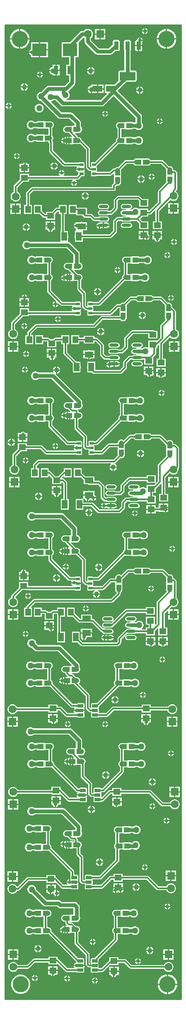
<source format=gtl>
G04 Layer_Physical_Order=1*
G04 Layer_Color=255*
%FSLAX44Y44*%
%MOMM*%
G71*
G01*
G75*
%ADD10R,1.8000X1.1500*%
%ADD11R,1.1500X1.8000*%
%ADD12R,1.4500X1.2000*%
G04:AMPARAMS|DCode=13|XSize=0.65mm|YSize=1.2mm|CornerRadius=0.0488mm|HoleSize=0mm|Usage=FLASHONLY|Rotation=90.000|XOffset=0mm|YOffset=0mm|HoleType=Round|Shape=RoundedRectangle|*
%AMROUNDEDRECTD13*
21,1,0.6500,1.1025,0,0,90.0*
21,1,0.5525,1.2000,0,0,90.0*
1,1,0.0975,0.5513,0.2762*
1,1,0.0975,0.5513,-0.2762*
1,1,0.0975,-0.5513,-0.2762*
1,1,0.0975,-0.5513,0.2762*
%
%ADD13ROUNDEDRECTD13*%
%ADD14C,1.0000*%
%ADD15R,1.0000X1.0000*%
%ADD16O,1.9000X0.6000*%
G04:AMPARAMS|DCode=17|XSize=0.55mm|YSize=0.8mm|CornerRadius=0.0495mm|HoleSize=0mm|Usage=FLASHONLY|Rotation=90.000|XOffset=0mm|YOffset=0mm|HoleType=Round|Shape=RoundedRectangle|*
%AMROUNDEDRECTD17*
21,1,0.5500,0.7010,0,0,90.0*
21,1,0.4510,0.8000,0,0,90.0*
1,1,0.0990,0.3505,0.2255*
1,1,0.0990,0.3505,-0.2255*
1,1,0.0990,-0.3505,-0.2255*
1,1,0.0990,-0.3505,0.2255*
%
%ADD17ROUNDEDRECTD17*%
%ADD18R,1.2000X1.4500*%
%ADD19R,1.0000X1.0000*%
G04:AMPARAMS|DCode=20|XSize=3.2mm|YSize=1.75mm|CornerRadius=0.0525mm|HoleSize=0mm|Usage=FLASHONLY|Rotation=0.000|XOffset=0mm|YOffset=0mm|HoleType=Round|Shape=RoundedRectangle|*
%AMROUNDEDRECTD20*
21,1,3.2000,1.6450,0,0,0.0*
21,1,3.0950,1.7500,0,0,0.0*
1,1,0.1050,1.5475,-0.8225*
1,1,0.1050,-1.5475,-0.8225*
1,1,0.1050,-1.5475,0.8225*
1,1,0.1050,1.5475,0.8225*
%
%ADD20ROUNDEDRECTD20*%
G04:AMPARAMS|DCode=21|XSize=0.9mm|YSize=1.75mm|CornerRadius=0.0495mm|HoleSize=0mm|Usage=FLASHONLY|Rotation=0.000|XOffset=0mm|YOffset=0mm|HoleType=Round|Shape=RoundedRectangle|*
%AMROUNDEDRECTD21*
21,1,0.9000,1.6510,0,0,0.0*
21,1,0.8010,1.7500,0,0,0.0*
1,1,0.0990,0.4005,-0.8255*
1,1,0.0990,-0.4005,-0.8255*
1,1,0.0990,-0.4005,0.8255*
1,1,0.0990,0.4005,0.8255*
%
%ADD21ROUNDEDRECTD21*%
%ADD22R,2.0000X1.2000*%
%ADD23R,0.9500X1.7000*%
%ADD24R,2.9500X2.5500*%
%ADD25C,0.3556*%
%ADD26C,0.7620*%
%ADD27C,0.2540*%
%ADD28C,0.2032*%
%ADD29C,1.6000*%
%ADD30R,1.6000X1.6000*%
%ADD31R,1.6000X1.6000*%
%ADD32C,3.3020*%
%ADD33C,0.7000*%
%ADD34C,1.2700*%
G36*
X360000Y-1990000D02*
X0D01*
Y-1274D01*
X360000D01*
Y-1990000D01*
D02*
G37*
%LPC*%
G36*
X322580Y-1290768D02*
Y-1295404D01*
X327216D01*
X327000Y-1294317D01*
X325665Y-1292319D01*
X323667Y-1290984D01*
X322580Y-1290768D01*
D02*
G37*
G36*
X306970Y-1260954D02*
X287390D01*
Y-1268224D01*
X293391D01*
X294095Y-1269278D01*
X296093Y-1270613D01*
X297180Y-1270829D01*
Y-1264924D01*
X299720D01*
Y-1270829D01*
X300807Y-1270613D01*
X302805Y-1269278D01*
X303509Y-1268224D01*
X306970D01*
Y-1260954D01*
D02*
G37*
G36*
X327216Y-1297944D02*
X322580D01*
Y-1302579D01*
X323667Y-1302363D01*
X325665Y-1301028D01*
X327000Y-1299030D01*
X327216Y-1297944D01*
D02*
G37*
G36*
X320040Y-1290768D02*
X318953Y-1290984D01*
X316955Y-1292319D01*
X315620Y-1294317D01*
X315404Y-1295404D01*
X320040D01*
Y-1290768D01*
D02*
G37*
G36*
X306970Y-1251144D02*
X298450D01*
Y-1258414D01*
X306970D01*
Y-1251144D01*
D02*
G37*
G36*
X321310D02*
X312790D01*
Y-1258414D01*
X321310D01*
Y-1251144D01*
D02*
G37*
G36*
X332370Y-1260954D02*
X322580D01*
X312790D01*
Y-1268224D01*
X317521D01*
X318225Y-1269278D01*
X320223Y-1270613D01*
X321310Y-1270829D01*
Y-1264924D01*
X323850D01*
Y-1270829D01*
X324937Y-1270613D01*
X326935Y-1269278D01*
X327639Y-1268224D01*
X332370D01*
Y-1260954D01*
D02*
G37*
G36*
X295910Y-1251144D02*
X287390D01*
Y-1258414D01*
X295910D01*
Y-1251144D01*
D02*
G37*
G36*
X121140Y-1332314D02*
X119950D01*
Y-1332711D01*
X118608Y-1333268D01*
X118110Y-1333649D01*
Y-1339854D01*
Y-1346058D01*
X118608Y-1346440D01*
X119950Y-1346996D01*
Y-1347394D01*
X121140D01*
Y-1339854D01*
Y-1332314D01*
D02*
G37*
G36*
X115570Y-1341124D02*
X110934D01*
X111151Y-1342211D01*
X112485Y-1344208D01*
X114483Y-1345543D01*
X115570Y-1345759D01*
Y-1341124D01*
D02*
G37*
G36*
X280670Y-1363158D02*
X279583Y-1363374D01*
X277585Y-1364709D01*
X276250Y-1366707D01*
X276034Y-1367794D01*
X280670D01*
Y-1363158D01*
D02*
G37*
G36*
X283210D02*
Y-1367794D01*
X287846D01*
X287630Y-1366707D01*
X286295Y-1364709D01*
X284297Y-1363374D01*
X283210Y-1363158D01*
D02*
G37*
G36*
X54610Y-1254687D02*
X52289Y-1254993D01*
X50127Y-1255888D01*
X48270Y-1257313D01*
X46845Y-1259171D01*
X45949Y-1261333D01*
X45643Y-1263654D01*
X45949Y-1265975D01*
X46845Y-1268137D01*
X48270Y-1269994D01*
X50127Y-1271419D01*
X52289Y-1272315D01*
X54392Y-1272592D01*
X60188Y-1278388D01*
X62288Y-1279792D01*
X64766Y-1280284D01*
X107808D01*
X135804Y-1308280D01*
X135318Y-1309454D01*
X133430D01*
Y-1309962D01*
X122381D01*
X121920Y-1309901D01*
X121459Y-1309962D01*
X119968D01*
Y-1310191D01*
X118374Y-1310851D01*
X116905Y-1311978D01*
X115778Y-1313448D01*
X115069Y-1315158D01*
X114827Y-1316994D01*
X115069Y-1318829D01*
X115778Y-1320540D01*
X116905Y-1322009D01*
X118374Y-1323136D01*
X119968Y-1323797D01*
Y-1324026D01*
X121459D01*
X121920Y-1324086D01*
X123115Y-1324614D01*
X123411Y-1326100D01*
X124253Y-1327361D01*
X128033Y-1331140D01*
X127547Y-1332314D01*
X123680D01*
Y-1339854D01*
Y-1347394D01*
X126220D01*
Y-1339854D01*
X128760D01*
Y-1347394D01*
X135030D01*
Y-1346886D01*
X139968D01*
X165025Y-1371943D01*
Y-1395894D01*
X165321Y-1397380D01*
X166163Y-1398641D01*
X171083Y-1403561D01*
X172343Y-1404403D01*
X173830Y-1404698D01*
X175612D01*
X176120Y-1405430D01*
X176293Y-1405792D01*
X175774Y-1406568D01*
X175579Y-1407551D01*
Y-1413076D01*
X175774Y-1414059D01*
X176331Y-1414893D01*
X177164Y-1415450D01*
X178148Y-1415645D01*
X189172D01*
X190156Y-1415450D01*
X190989Y-1414893D01*
X191453Y-1414198D01*
X207670D01*
X209157Y-1413903D01*
X210417Y-1413061D01*
X222429Y-1401048D01*
X279008D01*
Y-1405196D01*
X297572D01*
Y-1401048D01*
X331856D01*
X331856Y-1401053D01*
X332867Y-1403493D01*
X334475Y-1405589D01*
X336571Y-1407197D01*
X339011Y-1408208D01*
X341630Y-1408552D01*
X344249Y-1408208D01*
X346689Y-1407197D01*
X348785Y-1405589D01*
X350393Y-1403493D01*
X351404Y-1401053D01*
X351749Y-1398434D01*
X351404Y-1395815D01*
X350393Y-1393374D01*
X348785Y-1391279D01*
X346689Y-1389671D01*
X344249Y-1388660D01*
X341630Y-1388315D01*
X339011Y-1388660D01*
X336571Y-1389671D01*
X334475Y-1391279D01*
X332940Y-1393279D01*
X297572D01*
Y-1389132D01*
X279008D01*
Y-1393279D01*
X220820D01*
X219333Y-1393575D01*
X218073Y-1394417D01*
X206061Y-1406429D01*
X191708D01*
X191200Y-1405697D01*
X191027Y-1405335D01*
X191546Y-1404559D01*
X191741Y-1403576D01*
Y-1398051D01*
X191546Y-1397068D01*
X190989Y-1396235D01*
Y-1395893D01*
X191546Y-1395059D01*
X191741Y-1394076D01*
Y-1393006D01*
X232782Y-1351966D01*
X240750D01*
Y-1352474D01*
X252876D01*
X253370Y-1352539D01*
X253864Y-1352474D01*
X255830D01*
Y-1352076D01*
X257173Y-1351520D01*
X257318Y-1351408D01*
X259264D01*
X260947Y-1352699D01*
X263109Y-1353595D01*
X265430Y-1353900D01*
X267751Y-1353595D01*
X269913Y-1352699D01*
X271770Y-1351274D01*
X273195Y-1349417D01*
X274091Y-1347255D01*
X274397Y-1344934D01*
X274091Y-1342613D01*
X273195Y-1340450D01*
X271770Y-1338593D01*
X269913Y-1337168D01*
X267751Y-1336273D01*
X265430Y-1335967D01*
X263109Y-1336273D01*
X260947Y-1337168D01*
X259264Y-1338459D01*
X257318D01*
X257173Y-1338348D01*
X255830Y-1337791D01*
Y-1337394D01*
X253864D01*
X253370Y-1337329D01*
X252876Y-1337394D01*
X240750D01*
Y-1337902D01*
X233125D01*
Y-1316406D01*
X240750D01*
Y-1316914D01*
X252876D01*
X253370Y-1316979D01*
X253864Y-1316914D01*
X255830D01*
Y-1316516D01*
X256976Y-1316041D01*
X258407Y-1317139D01*
X260569Y-1318035D01*
X262890Y-1318340D01*
X265211Y-1318035D01*
X267373Y-1317139D01*
X269230Y-1315714D01*
X270655Y-1313857D01*
X271551Y-1311695D01*
X271857Y-1309374D01*
X271551Y-1307053D01*
X270655Y-1304890D01*
X269230Y-1303033D01*
X267373Y-1301608D01*
X265211Y-1300713D01*
X262890Y-1300407D01*
X260569Y-1300713D01*
X258407Y-1301608D01*
X256976Y-1302706D01*
X255830Y-1302231D01*
Y-1301834D01*
X253864D01*
X253370Y-1301769D01*
X252876Y-1301834D01*
X240750D01*
Y-1302342D01*
X229701D01*
X229240Y-1302281D01*
X228779Y-1302342D01*
X227288D01*
Y-1302571D01*
X225694Y-1303231D01*
X224225Y-1304359D01*
X223098Y-1305827D01*
X222389Y-1307538D01*
X222147Y-1309374D01*
X222389Y-1311210D01*
X223098Y-1312920D01*
X224225Y-1314389D01*
X225355Y-1315257D01*
Y-1339051D01*
X224225Y-1339919D01*
X223098Y-1341387D01*
X222389Y-1343098D01*
X222147Y-1344934D01*
X222389Y-1346770D01*
X223098Y-1348480D01*
X224045Y-1349715D01*
X187778Y-1385982D01*
X178148D01*
X177164Y-1386178D01*
X176331Y-1386735D01*
X175774Y-1387568D01*
X175579Y-1388551D01*
Y-1394076D01*
X175759Y-1394984D01*
X175760Y-1395084D01*
X175623Y-1395318D01*
X174033Y-1395523D01*
X172795Y-1394285D01*
Y-1370334D01*
X172499Y-1368847D01*
X171657Y-1367587D01*
X150981Y-1346911D01*
X151091Y-1345225D01*
X151555Y-1344869D01*
X152682Y-1343400D01*
X153391Y-1341689D01*
X153633Y-1339854D01*
X153391Y-1338018D01*
X152682Y-1336308D01*
X151555Y-1334839D01*
X150086Y-1333711D01*
X148492Y-1333051D01*
Y-1332822D01*
X147001D01*
X146540Y-1332761D01*
X146079Y-1332822D01*
X145002D01*
X139127Y-1326947D01*
X137867Y-1326105D01*
X136380Y-1325809D01*
X135056D01*
X135053Y-1325804D01*
X135731Y-1324534D01*
X145556D01*
X146050Y-1324599D01*
X146544Y-1324534D01*
X148510D01*
Y-1324136D01*
X149853Y-1323580D01*
X151428Y-1322371D01*
X152636Y-1320796D01*
X153396Y-1318962D01*
X153655Y-1316994D01*
X153396Y-1315025D01*
X152636Y-1313191D01*
X152524Y-1313046D01*
Y-1309370D01*
X152032Y-1306892D01*
X150628Y-1304792D01*
X115068Y-1269232D01*
X112968Y-1267828D01*
X110490Y-1267336D01*
X67448D01*
X63548Y-1263436D01*
X63271Y-1261333D01*
X62375Y-1259171D01*
X60950Y-1257313D01*
X59093Y-1255888D01*
X56931Y-1254993D01*
X54610Y-1254687D01*
D02*
G37*
G36*
X320040Y-1297944D02*
X315404D01*
X315620Y-1299030D01*
X316955Y-1301028D01*
X318953Y-1302363D01*
X320040Y-1302579D01*
Y-1297944D01*
D02*
G37*
G36*
X115570Y-1333948D02*
X114483Y-1334164D01*
X112485Y-1335499D01*
X111151Y-1337497D01*
X110934Y-1338584D01*
X115570D01*
Y-1333948D01*
D02*
G37*
G36*
X52070Y-1300407D02*
X49749Y-1300713D01*
X47587Y-1301608D01*
X45730Y-1303033D01*
X44305Y-1304890D01*
X43409Y-1307053D01*
X43103Y-1309374D01*
X43409Y-1311695D01*
X44305Y-1313857D01*
X45730Y-1315714D01*
X47587Y-1317139D01*
X49749Y-1318035D01*
X52070Y-1318340D01*
X54391Y-1318035D01*
X56553Y-1317139D01*
X58236Y-1315848D01*
X62092D01*
X62238Y-1315960D01*
X63580Y-1316516D01*
Y-1316914D01*
X65546D01*
X66040Y-1316979D01*
X66534Y-1316914D01*
X78660D01*
Y-1316406D01*
X86285D01*
Y-1337902D01*
X78660D01*
Y-1337394D01*
X66534D01*
X66040Y-1337329D01*
X65546Y-1337394D01*
X63580D01*
Y-1337791D01*
X62238Y-1338348D01*
X62092Y-1338459D01*
X58236D01*
X56553Y-1337168D01*
X54391Y-1336273D01*
X52070Y-1335967D01*
X49749Y-1336273D01*
X47587Y-1337168D01*
X45730Y-1338593D01*
X44305Y-1340450D01*
X43409Y-1342613D01*
X43103Y-1344934D01*
X43409Y-1347255D01*
X44305Y-1349417D01*
X45730Y-1351274D01*
X47587Y-1352699D01*
X49749Y-1353595D01*
X52070Y-1353900D01*
X54391Y-1353595D01*
X56553Y-1352699D01*
X58236Y-1351408D01*
X62092D01*
X62238Y-1351520D01*
X63580Y-1352076D01*
Y-1352474D01*
X65546D01*
X66040Y-1352539D01*
X66534Y-1352474D01*
X78660D01*
Y-1351966D01*
X89709D01*
X90170Y-1352027D01*
X90631Y-1351966D01*
X91708D01*
X133803Y-1394061D01*
X135063Y-1394903D01*
X136550Y-1395199D01*
X141395D01*
X141763Y-1396414D01*
X141695Y-1396459D01*
X140360Y-1398457D01*
X140144Y-1399544D01*
X146050D01*
Y-1402084D01*
X140144D01*
X140360Y-1403170D01*
X141695Y-1405168D01*
X141763Y-1405214D01*
X141395Y-1406429D01*
X127789D01*
X115777Y-1394417D01*
X114517Y-1393575D01*
X113030Y-1393279D01*
X107072D01*
Y-1389132D01*
X88508D01*
Y-1394549D01*
X24490D01*
X24003Y-1393374D01*
X22395Y-1391279D01*
X20299Y-1389671D01*
X17859Y-1388660D01*
X15240Y-1388315D01*
X12621Y-1388660D01*
X10181Y-1389671D01*
X8085Y-1391279D01*
X6477Y-1393374D01*
X5466Y-1395815D01*
X5121Y-1398434D01*
X5466Y-1401053D01*
X6477Y-1403493D01*
X8085Y-1405589D01*
X10181Y-1407197D01*
X12621Y-1408208D01*
X15240Y-1408552D01*
X17859Y-1408208D01*
X20299Y-1407197D01*
X22395Y-1405589D01*
X24003Y-1403493D01*
X24490Y-1402319D01*
X88508D01*
Y-1405196D01*
X107072D01*
Y-1401048D01*
X111421D01*
X123433Y-1413061D01*
X124693Y-1413903D01*
X126180Y-1414198D01*
X146367D01*
X146831Y-1414893D01*
X147664Y-1415450D01*
X148647Y-1415645D01*
X159672D01*
X160655Y-1415450D01*
X161489Y-1414893D01*
X162046Y-1414059D01*
X162241Y-1413076D01*
Y-1407551D01*
X162046Y-1406568D01*
X161613Y-1405921D01*
X161855Y-1405759D01*
X162524Y-1404758D01*
X162759Y-1403576D01*
Y-1402084D01*
X154160D01*
Y-1399544D01*
X162759D01*
Y-1398051D01*
X162524Y-1396870D01*
X161855Y-1395869D01*
X161613Y-1395707D01*
X162046Y-1395059D01*
X162241Y-1394076D01*
Y-1388551D01*
X162046Y-1387568D01*
X161489Y-1386735D01*
X160655Y-1386178D01*
X159672Y-1385982D01*
X148647D01*
X147664Y-1386178D01*
X146831Y-1386735D01*
X146367Y-1387429D01*
X138159D01*
X97077Y-1346347D01*
X97263Y-1344934D01*
X97021Y-1343098D01*
X96312Y-1341387D01*
X95185Y-1339919D01*
X94055Y-1339051D01*
Y-1315257D01*
X95185Y-1314389D01*
X96312Y-1312920D01*
X97021Y-1311210D01*
X97263Y-1309374D01*
X97021Y-1307538D01*
X96312Y-1305827D01*
X95185Y-1304359D01*
X93716Y-1303231D01*
X92122Y-1302571D01*
Y-1302342D01*
X90631D01*
X90170Y-1302281D01*
X89709Y-1302342D01*
X78660D01*
Y-1301834D01*
X66534D01*
X66040Y-1301769D01*
X65546Y-1301834D01*
X63580D01*
Y-1302231D01*
X62238Y-1302788D01*
X62092Y-1302899D01*
X58236D01*
X56553Y-1301608D01*
X54391Y-1300713D01*
X52070Y-1300407D01*
D02*
G37*
G36*
X40640Y-1238698D02*
X39553Y-1238914D01*
X37555Y-1240249D01*
X36221Y-1242247D01*
X36004Y-1243334D01*
X40640D01*
Y-1238698D01*
D02*
G37*
G36*
X43180D02*
Y-1243334D01*
X47816D01*
X47600Y-1242247D01*
X46265Y-1240249D01*
X44267Y-1238914D01*
X43180Y-1238698D01*
D02*
G37*
G36*
X47816Y-1245874D02*
X43180D01*
Y-1250509D01*
X44267Y-1250293D01*
X46265Y-1248958D01*
X47600Y-1246961D01*
X47816Y-1245874D01*
D02*
G37*
G36*
X142492Y-1190872D02*
X126428D01*
Y-1209436D01*
X138248D01*
X149333Y-1220521D01*
X150593Y-1221363D01*
X152080Y-1221658D01*
X177301D01*
X196008Y-1240366D01*
X197268Y-1241208D01*
X198755Y-1241504D01*
X198951D01*
X200052Y-1243152D01*
X201717Y-1244264D01*
X203680Y-1244654D01*
X216680D01*
X218643Y-1244264D01*
X220308Y-1243152D01*
X221420Y-1241487D01*
X221811Y-1239524D01*
X221420Y-1237560D01*
X220308Y-1235896D01*
X218643Y-1234784D01*
X216680Y-1234393D01*
X205865D01*
X205322Y-1234030D01*
X203835Y-1233734D01*
X200364D01*
X181657Y-1215027D01*
X180397Y-1214185D01*
X178910Y-1213889D01*
X177402D01*
Y-1204992D01*
X155338D01*
Y-1213889D01*
X153689D01*
X142492Y-1202692D01*
Y-1190872D01*
D02*
G37*
G36*
X99960Y-1234444D02*
X95250D01*
Y-1239080D01*
X96337Y-1238863D01*
X98335Y-1237528D01*
X99146Y-1236314D01*
X99960D01*
Y-1234444D01*
D02*
G37*
G36*
X88900Y-1219234D02*
X80380D01*
Y-1226504D01*
X88900D01*
Y-1219234D01*
D02*
G37*
G36*
X166370Y-1233889D02*
X164883Y-1234185D01*
X164436Y-1234484D01*
X154830D01*
Y-1241504D01*
X166370D01*
X177910D01*
Y-1234484D01*
X168304D01*
X167857Y-1234185D01*
X166370Y-1233889D01*
D02*
G37*
G36*
X99960Y-1229044D02*
X80380D01*
Y-1236314D01*
X88814D01*
X89625Y-1237528D01*
X91623Y-1238863D01*
X92710Y-1239080D01*
Y-1233174D01*
X93980D01*
Y-1231904D01*
X99960D01*
Y-1229044D01*
D02*
G37*
G36*
X204470Y-1246318D02*
Y-1252224D01*
Y-1258130D01*
X205557Y-1257913D01*
X205618Y-1257872D01*
X208910D01*
Y-1252224D01*
Y-1246575D01*
X205618D01*
X205557Y-1246534D01*
X204470Y-1246318D01*
D02*
G37*
G36*
X222076Y-1253494D02*
X211450D01*
Y-1257872D01*
X216680D01*
X218842Y-1257442D01*
X220674Y-1256218D01*
X221898Y-1254385D01*
X222076Y-1253494D01*
D02*
G37*
G36*
X332370Y-1251144D02*
X323850D01*
Y-1258414D01*
X332370D01*
Y-1251144D01*
D02*
G37*
G36*
X201930Y-1253494D02*
X197294D01*
X197511Y-1254581D01*
X198845Y-1256578D01*
X200843Y-1257913D01*
X201930Y-1258130D01*
Y-1253494D01*
D02*
G37*
G36*
Y-1246318D02*
X200843Y-1246534D01*
X198845Y-1247869D01*
X197511Y-1249867D01*
X197294Y-1250954D01*
X201930D01*
Y-1246318D01*
D02*
G37*
G36*
X40640Y-1245874D02*
X36004D01*
X36221Y-1246961D01*
X37555Y-1248958D01*
X39553Y-1250293D01*
X40640Y-1250509D01*
Y-1245874D01*
D02*
G37*
G36*
X177910Y-1244044D02*
X166370D01*
X154830D01*
Y-1251064D01*
X155154D01*
X155601Y-1253307D01*
X156935Y-1255305D01*
X158933Y-1256639D01*
X160020Y-1256856D01*
Y-1250950D01*
X162560D01*
Y-1256856D01*
X163647Y-1256639D01*
X165645Y-1255305D01*
X166980Y-1253307D01*
X167426Y-1251064D01*
X177910D01*
Y-1244044D01*
D02*
G37*
G36*
X216680Y-1246575D02*
X211450D01*
Y-1250954D01*
X222076D01*
X221898Y-1250062D01*
X220674Y-1248230D01*
X218842Y-1247005D01*
X216680Y-1246575D01*
D02*
G37*
G36*
X287846Y-1370334D02*
X283210D01*
Y-1374969D01*
X284297Y-1374753D01*
X286295Y-1373418D01*
X287630Y-1371420D01*
X287846Y-1370334D01*
D02*
G37*
G36*
X25780Y-1425104D02*
X16510D01*
Y-1434374D01*
X25780D01*
Y-1425104D01*
D02*
G37*
G36*
X340360D02*
X331090D01*
Y-1434374D01*
X340360D01*
Y-1425104D01*
D02*
G37*
G36*
X210376Y-1430024D02*
X205740D01*
Y-1434659D01*
X206827Y-1434443D01*
X208825Y-1433108D01*
X210159Y-1431111D01*
X210376Y-1430024D01*
D02*
G37*
G36*
X13970Y-1425104D02*
X4700D01*
Y-1434374D01*
X13970D01*
Y-1425104D01*
D02*
G37*
G36*
X107580Y-1418434D02*
X97790D01*
X88000D01*
Y-1425704D01*
X94001D01*
X94705Y-1426758D01*
X96703Y-1428093D01*
X97790Y-1428309D01*
Y-1422404D01*
X100330D01*
Y-1428309D01*
X101417Y-1428093D01*
X103415Y-1426758D01*
X104119Y-1425704D01*
X107580D01*
Y-1418434D01*
D02*
G37*
G36*
X127000Y-1422848D02*
X125913Y-1423064D01*
X123915Y-1424399D01*
X122580Y-1426397D01*
X122364Y-1427484D01*
X127000D01*
Y-1422848D01*
D02*
G37*
G36*
X352170Y-1425104D02*
X342900D01*
Y-1434374D01*
X352170D01*
Y-1425104D01*
D02*
G37*
G36*
X298080Y-1418434D02*
X288290D01*
X278500D01*
Y-1425704D01*
X282283D01*
X282600Y-1427301D01*
X283935Y-1429298D01*
X285933Y-1430633D01*
X287020Y-1430849D01*
Y-1424944D01*
X289560D01*
Y-1430849D01*
X290647Y-1430633D01*
X292645Y-1429298D01*
X293979Y-1427301D01*
X294297Y-1425704D01*
X298080D01*
Y-1418434D01*
D02*
G37*
G36*
X337820Y-1482538D02*
X336733Y-1482754D01*
X334735Y-1484089D01*
X333400Y-1486087D01*
X333184Y-1487174D01*
X337820D01*
Y-1482538D01*
D02*
G37*
G36*
X340360D02*
Y-1487174D01*
X344996D01*
X344780Y-1486087D01*
X343445Y-1484089D01*
X341447Y-1482754D01*
X340360Y-1482538D01*
D02*
G37*
G36*
X337820Y-1489714D02*
X333184D01*
X333400Y-1490800D01*
X334735Y-1492798D01*
X336733Y-1494133D01*
X337820Y-1494350D01*
Y-1489714D01*
D02*
G37*
G36*
X344996D02*
X340360D01*
Y-1494350D01*
X341447Y-1494133D01*
X343445Y-1492798D01*
X344780Y-1490800D01*
X344996Y-1489714D01*
D02*
G37*
G36*
X134176Y-1430024D02*
X129540D01*
Y-1434659D01*
X130627Y-1434443D01*
X132625Y-1433108D01*
X133960Y-1431111D01*
X134176Y-1430024D01*
D02*
G37*
G36*
X203200D02*
X198564D01*
X198780Y-1431111D01*
X200115Y-1433108D01*
X202113Y-1434443D01*
X203200Y-1434659D01*
Y-1430024D01*
D02*
G37*
G36*
X52070Y-1435027D02*
X49749Y-1435333D01*
X47587Y-1436228D01*
X45730Y-1437653D01*
X44305Y-1439510D01*
X43409Y-1441673D01*
X43103Y-1443994D01*
X43409Y-1446315D01*
X44305Y-1448477D01*
X45730Y-1450334D01*
X47587Y-1451759D01*
X49749Y-1452655D01*
X52070Y-1452961D01*
X54391Y-1452655D01*
X56553Y-1451759D01*
X58236Y-1450468D01*
X129888D01*
X144656Y-1465236D01*
Y-1477094D01*
X143590D01*
Y-1477602D01*
X132541D01*
X132080Y-1477541D01*
X131619Y-1477602D01*
X130128D01*
Y-1477831D01*
X128534Y-1478491D01*
X127065Y-1479619D01*
X125938Y-1481087D01*
X125229Y-1482798D01*
X124987Y-1484634D01*
X125229Y-1486470D01*
X125938Y-1488180D01*
X127065Y-1489649D01*
X128534Y-1490776D01*
X130128Y-1491437D01*
Y-1491666D01*
X131619D01*
X132080Y-1491727D01*
X132541Y-1491666D01*
X136158D01*
X140733Y-1496241D01*
X140247Y-1497414D01*
X139700D01*
Y-1504954D01*
Y-1512494D01*
X145970D01*
Y-1511986D01*
X154865D01*
Y-1535384D01*
X155161Y-1536870D01*
X156003Y-1538131D01*
X170105Y-1552233D01*
Y-1570944D01*
X170401Y-1572430D01*
X171243Y-1573691D01*
X173833Y-1576281D01*
X175093Y-1577123D01*
X176580Y-1577419D01*
X180692D01*
X181200Y-1578150D01*
X181373Y-1578512D01*
X180854Y-1579288D01*
X180659Y-1580271D01*
Y-1585796D01*
X180854Y-1586779D01*
X181411Y-1587613D01*
X182244Y-1588170D01*
X183228Y-1588365D01*
X194252D01*
X195236Y-1588170D01*
X196069Y-1587613D01*
X196533Y-1586918D01*
X198780D01*
X200267Y-1586623D01*
X201527Y-1585781D01*
X216079Y-1571228D01*
X219318D01*
Y-1575376D01*
X237882D01*
Y-1571228D01*
X294461D01*
X318563Y-1595331D01*
X319823Y-1596173D01*
X321310Y-1596469D01*
X337461D01*
X337947Y-1597643D01*
X339555Y-1599739D01*
X341651Y-1601347D01*
X344091Y-1602358D01*
X346710Y-1602702D01*
X349329Y-1602358D01*
X351769Y-1601347D01*
X353865Y-1599739D01*
X355473Y-1597643D01*
X356484Y-1595203D01*
X356828Y-1592584D01*
X356484Y-1589965D01*
X355473Y-1587525D01*
X353865Y-1585429D01*
X351769Y-1583821D01*
X349329Y-1582810D01*
X346710Y-1582465D01*
X344091Y-1582810D01*
X341651Y-1583821D01*
X339555Y-1585429D01*
X337947Y-1587525D01*
X337461Y-1588699D01*
X322919D01*
X298817Y-1564597D01*
X297557Y-1563755D01*
X296070Y-1563459D01*
X237882D01*
Y-1559312D01*
X219318D01*
Y-1563459D01*
X214470D01*
X212983Y-1563755D01*
X211723Y-1564597D01*
X198328Y-1577992D01*
X196791Y-1577733D01*
X196594Y-1577327D01*
X196626Y-1577279D01*
X196821Y-1576296D01*
Y-1570771D01*
X196626Y-1569788D01*
X196107Y-1569012D01*
X196280Y-1568650D01*
X196788Y-1567919D01*
X200630D01*
X202117Y-1567623D01*
X203377Y-1566781D01*
X241507Y-1528651D01*
X242349Y-1527390D01*
X242645Y-1525904D01*
Y-1517066D01*
X250270D01*
Y-1517574D01*
X262396D01*
X262890Y-1517639D01*
X263384Y-1517574D01*
X265350D01*
Y-1517176D01*
X266693Y-1516620D01*
X266838Y-1516508D01*
X271964D01*
X273647Y-1517799D01*
X275809Y-1518695D01*
X278130Y-1519001D01*
X280451Y-1518695D01*
X282613Y-1517799D01*
X284470Y-1516374D01*
X285895Y-1514517D01*
X286791Y-1512355D01*
X287097Y-1510034D01*
X286791Y-1507713D01*
X285895Y-1505551D01*
X284470Y-1503693D01*
X282613Y-1502268D01*
X280451Y-1501373D01*
X278130Y-1501067D01*
X275809Y-1501373D01*
X273647Y-1502268D01*
X271964Y-1503559D01*
X266838D01*
X266693Y-1503448D01*
X265350Y-1502892D01*
Y-1502494D01*
X263384D01*
X262890Y-1502429D01*
X262396Y-1502494D01*
X250270D01*
Y-1503002D01*
X242645D01*
Y-1481506D01*
X250270D01*
Y-1482014D01*
X262396D01*
X262890Y-1482079D01*
X263384Y-1482014D01*
X265350D01*
Y-1481616D01*
X266693Y-1481060D01*
X266838Y-1480948D01*
X271964D01*
X273647Y-1482239D01*
X275809Y-1483135D01*
X278130Y-1483441D01*
X280451Y-1483135D01*
X282613Y-1482239D01*
X284470Y-1480814D01*
X285895Y-1478957D01*
X286791Y-1476795D01*
X287097Y-1474474D01*
X286791Y-1472153D01*
X285895Y-1469991D01*
X284470Y-1468133D01*
X282613Y-1466708D01*
X280451Y-1465813D01*
X278130Y-1465507D01*
X275809Y-1465813D01*
X273647Y-1466708D01*
X271964Y-1467999D01*
X266838D01*
X266693Y-1467888D01*
X265350Y-1467332D01*
Y-1466934D01*
X263384D01*
X262890Y-1466869D01*
X262396Y-1466934D01*
X250270D01*
Y-1467442D01*
X239221D01*
X238760Y-1467381D01*
X238299Y-1467442D01*
X236808D01*
Y-1467671D01*
X235214Y-1468331D01*
X233745Y-1469458D01*
X232618Y-1470927D01*
X231909Y-1472638D01*
X231667Y-1474474D01*
X231909Y-1476310D01*
X232618Y-1478020D01*
X233745Y-1479489D01*
X234875Y-1480357D01*
Y-1504151D01*
X233745Y-1505018D01*
X232618Y-1506487D01*
X231909Y-1508198D01*
X231667Y-1510034D01*
X231909Y-1511870D01*
X232618Y-1513580D01*
X233745Y-1515049D01*
X234875Y-1515917D01*
Y-1524295D01*
X199021Y-1560149D01*
X196533D01*
X196069Y-1559455D01*
X195236Y-1558898D01*
X194252Y-1558702D01*
X183228D01*
X182244Y-1558898D01*
X181411Y-1559455D01*
X180854Y-1560288D01*
X180659Y-1561271D01*
Y-1566796D01*
X180854Y-1567779D01*
X181373Y-1568555D01*
X181200Y-1568917D01*
X180692Y-1569649D01*
X178189D01*
X177875Y-1569335D01*
Y-1550624D01*
X177579Y-1549137D01*
X176737Y-1547877D01*
X162635Y-1533775D01*
Y-1509787D01*
X163622Y-1508500D01*
X164331Y-1506790D01*
X164573Y-1504954D01*
X164331Y-1503118D01*
X163622Y-1501407D01*
X162495Y-1499939D01*
X161026Y-1498811D01*
X159432Y-1498151D01*
Y-1497922D01*
X157941D01*
X157480Y-1497861D01*
X157019Y-1497922D01*
X153402D01*
X148827Y-1493347D01*
X149313Y-1492174D01*
X155716D01*
X156210Y-1492239D01*
X156704Y-1492174D01*
X158670D01*
Y-1491776D01*
X160012Y-1491220D01*
X161588Y-1490011D01*
X162796Y-1488436D01*
X163556Y-1486602D01*
X163815Y-1484634D01*
X163556Y-1482666D01*
X162796Y-1480831D01*
X161588Y-1479256D01*
X160012Y-1478048D01*
X158670Y-1477491D01*
Y-1477094D01*
X157604D01*
Y-1462554D01*
X157112Y-1460076D01*
X155708Y-1457976D01*
X137148Y-1439416D01*
X135048Y-1438012D01*
X132570Y-1437519D01*
X58236D01*
X56553Y-1436228D01*
X54391Y-1435333D01*
X52070Y-1435027D01*
D02*
G37*
G36*
X127000Y-1430024D02*
X122364D01*
X122580Y-1431111D01*
X123915Y-1433108D01*
X125913Y-1434443D01*
X127000Y-1434659D01*
Y-1430024D01*
D02*
G37*
G36*
X298080Y-1408624D02*
X289560D01*
Y-1415894D01*
X298080D01*
Y-1408624D01*
D02*
G37*
G36*
X223520Y-1380494D02*
X217352D01*
X217444Y-1381192D01*
X218204Y-1383026D01*
X219412Y-1384601D01*
X220987Y-1385810D01*
X222822Y-1386570D01*
X223520Y-1386662D01*
Y-1380494D01*
D02*
G37*
G36*
X287020Y-1408624D02*
X278500D01*
Y-1415894D01*
X287020D01*
Y-1408624D01*
D02*
G37*
G36*
X107580D02*
X99060D01*
Y-1415894D01*
X107580D01*
Y-1408624D01*
D02*
G37*
G36*
X226060Y-1371786D02*
Y-1377954D01*
X232228D01*
X232136Y-1377256D01*
X231376Y-1375421D01*
X230168Y-1373846D01*
X228592Y-1372638D01*
X226758Y-1371878D01*
X226060Y-1371786D01*
D02*
G37*
G36*
X280670Y-1370334D02*
X276034D01*
X276250Y-1371420D01*
X277585Y-1373418D01*
X279583Y-1374753D01*
X280670Y-1374969D01*
Y-1370334D01*
D02*
G37*
G36*
X232228Y-1380494D02*
X226060D01*
Y-1386662D01*
X226758Y-1386570D01*
X228592Y-1385810D01*
X230168Y-1384601D01*
X231376Y-1383026D01*
X232136Y-1381192D01*
X232228Y-1380494D01*
D02*
G37*
G36*
X223520Y-1371786D02*
X222822Y-1371878D01*
X220987Y-1372638D01*
X219412Y-1373846D01*
X218204Y-1375421D01*
X217444Y-1377256D01*
X217352Y-1377954D01*
X223520D01*
Y-1371786D01*
D02*
G37*
G36*
X205740Y-1422848D02*
Y-1427484D01*
X210376D01*
X210159Y-1426397D01*
X208825Y-1424399D01*
X206827Y-1423064D01*
X205740Y-1422848D01*
D02*
G37*
G36*
X13970Y-1413294D02*
X4700D01*
Y-1422564D01*
X13970D01*
Y-1413294D01*
D02*
G37*
G36*
X129540Y-1422848D02*
Y-1427484D01*
X134176D01*
X133960Y-1426397D01*
X132625Y-1424399D01*
X130627Y-1423064D01*
X129540Y-1422848D01*
D02*
G37*
G36*
X203200D02*
X202113Y-1423064D01*
X200115Y-1424399D01*
X198780Y-1426397D01*
X198564Y-1427484D01*
X203200D01*
Y-1422848D01*
D02*
G37*
G36*
X352170Y-1413294D02*
X342900D01*
Y-1422564D01*
X352170D01*
Y-1413294D01*
D02*
G37*
G36*
X96520Y-1408624D02*
X88000D01*
Y-1415894D01*
X96520D01*
Y-1408624D01*
D02*
G37*
G36*
X340360Y-1413294D02*
X331090D01*
Y-1422564D01*
X340360D01*
Y-1413294D01*
D02*
G37*
G36*
X25780D02*
X16510D01*
Y-1422564D01*
X25780D01*
Y-1413294D01*
D02*
G37*
G36*
X99960Y-1219234D02*
X91440D01*
Y-1226504D01*
X99960D01*
Y-1219234D01*
D02*
G37*
G36*
X115570Y-1069788D02*
X114483Y-1070004D01*
X112485Y-1071339D01*
X111151Y-1073337D01*
X110934Y-1074424D01*
X115570D01*
Y-1069788D01*
D02*
G37*
G36*
X54610Y-1033707D02*
X52289Y-1034013D01*
X50127Y-1034908D01*
X48270Y-1036333D01*
X46845Y-1038191D01*
X45949Y-1040353D01*
X45643Y-1042674D01*
X45949Y-1044995D01*
X46845Y-1047157D01*
X48270Y-1049014D01*
X50127Y-1050439D01*
X52289Y-1051335D01*
X54610Y-1051640D01*
X56931Y-1051335D01*
X59093Y-1050439D01*
X60776Y-1049148D01*
X64632D01*
X64777Y-1049260D01*
X66120Y-1049816D01*
Y-1050214D01*
X68086D01*
X68580Y-1050279D01*
X69074Y-1050214D01*
X81200D01*
Y-1049706D01*
X88825D01*
Y-1071202D01*
X81200D01*
Y-1070694D01*
X69074D01*
X68580Y-1070629D01*
X68086Y-1070694D01*
X66120D01*
Y-1071092D01*
X64777Y-1071648D01*
X64632Y-1071759D01*
X60776D01*
X59093Y-1070468D01*
X56931Y-1069573D01*
X54610Y-1069267D01*
X52289Y-1069573D01*
X50127Y-1070468D01*
X48270Y-1071893D01*
X46845Y-1073751D01*
X45949Y-1075913D01*
X45643Y-1078234D01*
X45949Y-1080555D01*
X46845Y-1082717D01*
X48270Y-1084574D01*
X50127Y-1085999D01*
X52289Y-1086895D01*
X54610Y-1087200D01*
X56931Y-1086895D01*
X59093Y-1085999D01*
X60776Y-1084708D01*
X64632D01*
X64777Y-1084820D01*
X66120Y-1085376D01*
Y-1085774D01*
X68086D01*
X68580Y-1085839D01*
X69074Y-1085774D01*
X81200D01*
Y-1085266D01*
X88825D01*
Y-1093314D01*
X89121Y-1094800D01*
X89963Y-1096061D01*
X128883Y-1134981D01*
X130143Y-1135823D01*
X131630Y-1136118D01*
X135262D01*
X135861Y-1137238D01*
X135281Y-1138107D01*
X135064Y-1139194D01*
X140970D01*
Y-1141734D01*
X135064D01*
X135281Y-1142821D01*
X136615Y-1144818D01*
X137508Y-1145415D01*
X137826Y-1147141D01*
X137679Y-1147349D01*
X47382D01*
Y-1138622D01*
X28818D01*
Y-1150442D01*
X13763Y-1165497D01*
X12921Y-1166757D01*
X12625Y-1168244D01*
Y-1170584D01*
X11451Y-1171071D01*
X9355Y-1172679D01*
X7747Y-1174774D01*
X6736Y-1177215D01*
X6392Y-1179834D01*
X6736Y-1182453D01*
X7747Y-1184893D01*
X9355Y-1186989D01*
X11451Y-1188597D01*
X13891Y-1189608D01*
X16510Y-1189952D01*
X19129Y-1189608D01*
X21569Y-1188597D01*
X23665Y-1186989D01*
X25273Y-1184893D01*
X26284Y-1182453D01*
X26628Y-1179834D01*
X26284Y-1177215D01*
X25273Y-1174774D01*
X23665Y-1172679D01*
X21569Y-1171071D01*
X21045Y-1170854D01*
X20837Y-1169411D01*
X35562Y-1154686D01*
X40988D01*
X41193Y-1154823D01*
X42680Y-1155118D01*
X143085D01*
X143213Y-1155311D01*
X144049Y-1155869D01*
X145035Y-1156065D01*
X152045D01*
X153031Y-1155869D01*
X153867Y-1155311D01*
X154425Y-1154475D01*
X154621Y-1153489D01*
Y-1148979D01*
X154425Y-1147993D01*
X153867Y-1147157D01*
X154373Y-1145968D01*
X154904Y-1145173D01*
X155139Y-1143989D01*
Y-1143004D01*
X148540D01*
Y-1140464D01*
X155139D01*
Y-1139479D01*
X154904Y-1138295D01*
X154373Y-1137500D01*
X153867Y-1136311D01*
X154425Y-1135475D01*
X154621Y-1134489D01*
Y-1129979D01*
X154425Y-1128993D01*
X153867Y-1128157D01*
X153031Y-1127598D01*
X152045Y-1127402D01*
X145035D01*
X144049Y-1127598D01*
X143213Y-1128157D01*
X143085Y-1128349D01*
X133239D01*
X96595Y-1091705D01*
Y-1084117D01*
X97725Y-1083249D01*
X98852Y-1081780D01*
X99561Y-1080070D01*
X99803Y-1078234D01*
X99561Y-1076398D01*
X98852Y-1074688D01*
X97725Y-1073219D01*
X96595Y-1072351D01*
Y-1048557D01*
X97725Y-1047689D01*
X98852Y-1046220D01*
X99561Y-1044510D01*
X99803Y-1042674D01*
X99561Y-1040838D01*
X98852Y-1039128D01*
X97725Y-1037658D01*
X96256Y-1036531D01*
X94662Y-1035871D01*
Y-1035642D01*
X93171D01*
X92710Y-1035581D01*
X92249Y-1035642D01*
X81200D01*
Y-1035134D01*
X69074D01*
X68580Y-1035069D01*
X68086Y-1035134D01*
X66120D01*
Y-1035531D01*
X64777Y-1036088D01*
X64632Y-1036199D01*
X60776D01*
X59093Y-1034908D01*
X56931Y-1034013D01*
X54610Y-1033707D01*
D02*
G37*
G36*
X340360Y-1071884D02*
X335724D01*
X335941Y-1072971D01*
X337275Y-1074968D01*
X339273Y-1076303D01*
X340360Y-1076519D01*
Y-1071884D01*
D02*
G37*
G36*
X347536D02*
X342900D01*
Y-1076519D01*
X343987Y-1076303D01*
X345985Y-1074968D01*
X347319Y-1072971D01*
X347536Y-1071884D01*
D02*
G37*
G36*
X54610Y-995607D02*
X52289Y-995913D01*
X50127Y-996808D01*
X48270Y-998233D01*
X46845Y-1000090D01*
X45949Y-1002253D01*
X45643Y-1004574D01*
X45949Y-1006895D01*
X46845Y-1009057D01*
X48270Y-1010914D01*
X50127Y-1012339D01*
X52289Y-1013235D01*
X54610Y-1013540D01*
X56931Y-1013235D01*
X59093Y-1012339D01*
X60776Y-1011048D01*
X112888D01*
X134496Y-1032656D01*
Y-1042754D01*
X133430D01*
Y-1043262D01*
X122381D01*
X121920Y-1043201D01*
X121459Y-1043262D01*
X119968D01*
Y-1043491D01*
X118374Y-1044151D01*
X116905Y-1045278D01*
X115778Y-1046748D01*
X115069Y-1048458D01*
X114827Y-1050294D01*
X115069Y-1052130D01*
X115778Y-1053840D01*
X116905Y-1055309D01*
X118374Y-1056436D01*
X119968Y-1057097D01*
Y-1057326D01*
X121459D01*
X121920Y-1057386D01*
X122381Y-1057326D01*
X123251D01*
X123411Y-1058130D01*
X124253Y-1059391D01*
X131843Y-1066981D01*
X131357Y-1068154D01*
X128270D01*
Y-1075694D01*
Y-1083234D01*
X134540D01*
Y-1082726D01*
X145048D01*
X157405Y-1095083D01*
Y-1136654D01*
X157701Y-1138140D01*
X158543Y-1139401D01*
X163623Y-1144481D01*
X164883Y-1145323D01*
X166370Y-1145619D01*
X168585D01*
X168713Y-1145811D01*
Y-1147157D01*
X168155Y-1147993D01*
X167959Y-1148979D01*
Y-1153489D01*
X168155Y-1154475D01*
X168713Y-1155311D01*
X169549Y-1155869D01*
X170535Y-1156065D01*
X177545D01*
X178531Y-1155869D01*
X179367Y-1155311D01*
X179495Y-1155118D01*
X183478D01*
X183731Y-1156388D01*
X182887Y-1156738D01*
X181312Y-1157946D01*
X180104Y-1159521D01*
X179344Y-1161356D01*
X179252Y-1162054D01*
X194128D01*
X194036Y-1161356D01*
X193276Y-1159521D01*
X192068Y-1157946D01*
X190492Y-1156738D01*
X189650Y-1156388D01*
X189902Y-1155118D01*
X200050D01*
X201537Y-1154823D01*
X202797Y-1153981D01*
X217509Y-1139268D01*
X225378D01*
Y-1153973D01*
X225317Y-1154434D01*
X225378Y-1154895D01*
Y-1156386D01*
X225607D01*
X226268Y-1157980D01*
X227395Y-1159449D01*
X228092Y-1159984D01*
X228165Y-1161435D01*
X216191Y-1173409D01*
X59690D01*
X58203Y-1173705D01*
X56943Y-1174547D01*
X44243Y-1187247D01*
X43401Y-1188507D01*
X43105Y-1189994D01*
Y-1190872D01*
X38958D01*
Y-1209436D01*
X55022D01*
Y-1190872D01*
X53265D01*
X52779Y-1189698D01*
X61299Y-1181179D01*
X217800D01*
X219287Y-1180883D01*
X220547Y-1180041D01*
X235157Y-1165431D01*
X235999Y-1164170D01*
X236295Y-1162684D01*
Y-1160317D01*
X237425Y-1159449D01*
X238552Y-1157980D01*
X239213Y-1156386D01*
X239442D01*
Y-1154895D01*
X239503Y-1154434D01*
X239442Y-1153973D01*
Y-1142416D01*
Y-1133846D01*
X253069Y-1120219D01*
X262087D01*
X262955Y-1121349D01*
X264424Y-1122476D01*
X266018Y-1123137D01*
Y-1123366D01*
X267509D01*
X267970Y-1123427D01*
X268431Y-1123366D01*
X291639D01*
X292100Y-1123427D01*
X292561Y-1123366D01*
X294052D01*
Y-1123137D01*
X295646Y-1122476D01*
X297115Y-1121349D01*
X297983Y-1120219D01*
X320971D01*
X329518Y-1128766D01*
Y-1129843D01*
X329457Y-1130304D01*
X329518Y-1130765D01*
Y-1142416D01*
Y-1153973D01*
X329457Y-1154434D01*
X329518Y-1154895D01*
Y-1156386D01*
X329747D01*
X330408Y-1157980D01*
X330804Y-1158496D01*
X310943Y-1178357D01*
X310101Y-1179617D01*
X309805Y-1181104D01*
Y-1223945D01*
X307749Y-1226001D01*
X307514Y-1226020D01*
X306462Y-1225172D01*
X306462Y-1224666D01*
Y-1209742D01*
X287898D01*
Y-1225806D01*
X293295D01*
Y-1231652D01*
X287898D01*
Y-1235639D01*
X279418D01*
X279090Y-1234369D01*
X280660Y-1233164D01*
X282085Y-1231307D01*
X282981Y-1229145D01*
X283287Y-1226824D01*
X282981Y-1224503D01*
X282085Y-1222340D01*
X280660Y-1220483D01*
X278803Y-1219058D01*
X276641Y-1218163D01*
X274320Y-1217857D01*
X271999Y-1218163D01*
X269837Y-1219058D01*
X268154Y-1220349D01*
X264685D01*
X264560Y-1219079D01*
X265643Y-1218864D01*
X267308Y-1217752D01*
X268420Y-1216087D01*
X268811Y-1214124D01*
X268420Y-1212160D01*
X267308Y-1210496D01*
X265643Y-1209384D01*
X263680Y-1208993D01*
X250680D01*
X248717Y-1209384D01*
X247052Y-1210496D01*
X245940Y-1212160D01*
X245549Y-1214124D01*
X245940Y-1216087D01*
X247052Y-1217752D01*
X248717Y-1218864D01*
X250680Y-1219254D01*
X256175D01*
X256300Y-1220524D01*
X254702Y-1220842D01*
X254204Y-1221175D01*
X250680D01*
X248518Y-1221605D01*
X246686Y-1222830D01*
X245462Y-1224662D01*
X245032Y-1226824D01*
X245462Y-1228985D01*
X246686Y-1230818D01*
X248518Y-1232042D01*
X250680Y-1232472D01*
X254204D01*
X254702Y-1232805D01*
X256300Y-1233123D01*
X256175Y-1234393D01*
X250680D01*
X248717Y-1234784D01*
X247052Y-1235896D01*
X246698Y-1236426D01*
X246173Y-1236777D01*
X230933Y-1252017D01*
X230091Y-1253277D01*
X229795Y-1254764D01*
Y-1260775D01*
X228261Y-1262309D01*
X159419D01*
X152322Y-1255212D01*
Y-1239918D01*
X136758D01*
Y-1261982D01*
X148104D01*
X155063Y-1268941D01*
X156323Y-1269783D01*
X157810Y-1270079D01*
X229870D01*
X231357Y-1269783D01*
X232617Y-1268941D01*
X236427Y-1265131D01*
X237269Y-1263870D01*
X237565Y-1262384D01*
Y-1256373D01*
X245894Y-1248044D01*
X246880Y-1248854D01*
X246550Y-1249348D01*
X245940Y-1250260D01*
X245549Y-1252224D01*
X245940Y-1254187D01*
X247052Y-1255852D01*
X248717Y-1256964D01*
X250680Y-1257354D01*
X263680D01*
X265643Y-1256964D01*
X267308Y-1255852D01*
X268420Y-1254187D01*
X268811Y-1252224D01*
X268420Y-1250260D01*
X267308Y-1248596D01*
X265643Y-1247484D01*
X263680Y-1247093D01*
X250680D01*
X248717Y-1247484D01*
X247804Y-1248093D01*
X247310Y-1248424D01*
X246500Y-1247437D01*
X249515Y-1244423D01*
X250680Y-1244654D01*
X263680D01*
X265643Y-1244264D01*
X266924Y-1243409D01*
X287898D01*
Y-1247716D01*
X306462D01*
Y-1238276D01*
X312028Y-1232710D01*
X313298Y-1233236D01*
Y-1247716D01*
X331862D01*
Y-1231652D01*
X326465D01*
Y-1203033D01*
X332457Y-1197041D01*
X333630Y-1197527D01*
Y-1203964D01*
X342900D01*
Y-1194694D01*
X336463D01*
X335977Y-1193521D01*
X340377Y-1189121D01*
X341551Y-1189608D01*
X344170Y-1189952D01*
X346789Y-1189608D01*
X349229Y-1188597D01*
X351325Y-1186989D01*
X352933Y-1184893D01*
X353944Y-1182453D01*
X354288Y-1179834D01*
X353944Y-1177215D01*
X352933Y-1174774D01*
X351325Y-1172679D01*
X350595Y-1172119D01*
Y-1137924D01*
X350299Y-1136437D01*
X349457Y-1135177D01*
X346917Y-1132637D01*
X345657Y-1131795D01*
X344170Y-1131499D01*
X343643Y-1130304D01*
X343582Y-1129843D01*
Y-1128352D01*
X343353D01*
X342692Y-1126758D01*
X341565Y-1125288D01*
X340096Y-1124161D01*
X338386Y-1123453D01*
X336550Y-1123211D01*
X335137Y-1123397D01*
X325327Y-1113587D01*
X324067Y-1112745D01*
X322580Y-1112449D01*
X297983D01*
X297115Y-1111319D01*
X295646Y-1110191D01*
X294052Y-1109531D01*
Y-1109302D01*
X292561D01*
X292100Y-1109241D01*
X291639Y-1109302D01*
X268431D01*
X267970Y-1109241D01*
X267509Y-1109302D01*
X266018D01*
Y-1109531D01*
X264424Y-1110191D01*
X262955Y-1111319D01*
X262087Y-1112449D01*
X251460D01*
X249973Y-1112745D01*
X248713Y-1113587D01*
X237191Y-1125109D01*
X235956Y-1124161D01*
X234246Y-1123453D01*
X232410Y-1123211D01*
X230574Y-1123453D01*
X228864Y-1124161D01*
X227395Y-1125288D01*
X226268Y-1126758D01*
X225607Y-1128352D01*
X225378D01*
Y-1129843D01*
X225317Y-1130304D01*
X224447Y-1131499D01*
X215900D01*
X214413Y-1131795D01*
X213153Y-1132637D01*
X198441Y-1147349D01*
X179495D01*
X179367Y-1147157D01*
Y-1145811D01*
X179925Y-1144975D01*
X180121Y-1143989D01*
Y-1139479D01*
X179925Y-1138493D01*
X179367Y-1137657D01*
Y-1137335D01*
X180557Y-1136118D01*
X191110D01*
X192597Y-1135823D01*
X193857Y-1134981D01*
X244356Y-1084481D01*
X245698Y-1085037D01*
Y-1085266D01*
X247189D01*
X247650Y-1085327D01*
X248111Y-1085266D01*
X259160D01*
Y-1085774D01*
X271286D01*
X271780Y-1085839D01*
X272274Y-1085774D01*
X274240D01*
Y-1085376D01*
X275583Y-1084820D01*
X275728Y-1084708D01*
X277044D01*
X278727Y-1085999D01*
X280889Y-1086895D01*
X283210Y-1087200D01*
X285531Y-1086895D01*
X287693Y-1085999D01*
X289550Y-1084574D01*
X290975Y-1082717D01*
X291871Y-1080555D01*
X292177Y-1078234D01*
X291871Y-1075913D01*
X290975Y-1073751D01*
X289550Y-1071893D01*
X287693Y-1070468D01*
X285531Y-1069573D01*
X283210Y-1069267D01*
X280889Y-1069573D01*
X278727Y-1070468D01*
X277044Y-1071759D01*
X275728D01*
X275583Y-1071648D01*
X274240Y-1071092D01*
Y-1070694D01*
X272274D01*
X271780Y-1070629D01*
X271286Y-1070694D01*
X259160D01*
Y-1071202D01*
X251535D01*
Y-1049706D01*
X257890D01*
Y-1050214D01*
X270016D01*
X270510Y-1050279D01*
X271004Y-1050214D01*
X272970D01*
Y-1049816D01*
X274312Y-1049260D01*
X274458Y-1049148D01*
X277044D01*
X278727Y-1050439D01*
X280889Y-1051335D01*
X283210Y-1051640D01*
X285531Y-1051335D01*
X287693Y-1050439D01*
X289550Y-1049014D01*
X290975Y-1047157D01*
X291871Y-1044995D01*
X292177Y-1042674D01*
X291871Y-1040353D01*
X290975Y-1038191D01*
X289550Y-1036333D01*
X287693Y-1034908D01*
X285531Y-1034013D01*
X283210Y-1033707D01*
X280889Y-1034013D01*
X278727Y-1034908D01*
X277044Y-1036199D01*
X274458D01*
X274312Y-1036088D01*
X272970Y-1035531D01*
Y-1035134D01*
X271004D01*
X270510Y-1035069D01*
X270016Y-1035134D01*
X257890D01*
Y-1035642D01*
X246841D01*
X246380Y-1035581D01*
X245919Y-1035642D01*
X244428D01*
Y-1035871D01*
X242834Y-1036531D01*
X241365Y-1037658D01*
X240238Y-1039128D01*
X239529Y-1040838D01*
X239287Y-1042674D01*
X239529Y-1044510D01*
X240238Y-1046220D01*
X241365Y-1047689D01*
X242834Y-1048816D01*
X243765Y-1049202D01*
Y-1072351D01*
X242635Y-1073219D01*
X241508Y-1074688D01*
X240799Y-1076398D01*
X240700Y-1077150D01*
X189501Y-1128349D01*
X179495D01*
X179367Y-1128157D01*
X178531Y-1127598D01*
X177545Y-1127402D01*
X170535D01*
X169549Y-1127598D01*
X168713Y-1128157D01*
X168155Y-1128993D01*
X167959Y-1129979D01*
Y-1134489D01*
X168155Y-1135475D01*
X168713Y-1136311D01*
Y-1136628D01*
X167866Y-1137293D01*
X167443Y-1137313D01*
X165175Y-1135045D01*
Y-1093474D01*
X164879Y-1091987D01*
X164037Y-1090727D01*
X152297Y-1078987D01*
X152901Y-1077530D01*
X153143Y-1075694D01*
X152901Y-1073858D01*
X152192Y-1072148D01*
X151065Y-1070678D01*
X149596Y-1069551D01*
X148002Y-1068891D01*
Y-1068662D01*
X146511D01*
X146050Y-1068601D01*
X145589Y-1068662D01*
X144512D01*
X134857Y-1059007D01*
X135343Y-1057834D01*
X145556D01*
X146050Y-1057899D01*
X146544Y-1057834D01*
X148510D01*
Y-1057436D01*
X149853Y-1056880D01*
X151428Y-1055671D01*
X152636Y-1054096D01*
X153396Y-1052262D01*
X153655Y-1050294D01*
X153396Y-1048326D01*
X152636Y-1046491D01*
X151428Y-1044916D01*
X149853Y-1043708D01*
X148510Y-1043151D01*
Y-1042754D01*
X147444D01*
Y-1029974D01*
X146952Y-1027496D01*
X145548Y-1025396D01*
X120148Y-999996D01*
X118048Y-998592D01*
X115570Y-998099D01*
X60776D01*
X59093Y-996808D01*
X56931Y-995913D01*
X54610Y-995607D01*
D02*
G37*
G36*
X170180Y-998220D02*
X164012D01*
X164104Y-998918D01*
X164864Y-1000752D01*
X166072Y-1002328D01*
X167647Y-1003536D01*
X169482Y-1004296D01*
X170180Y-1004388D01*
Y-998220D01*
D02*
G37*
G36*
X340360Y-1064708D02*
X339273Y-1064924D01*
X337275Y-1066259D01*
X335941Y-1068257D01*
X335724Y-1069344D01*
X340360D01*
Y-1064708D01*
D02*
G37*
G36*
X342900D02*
Y-1069344D01*
X347536D01*
X347319Y-1068257D01*
X345985Y-1066259D01*
X343987Y-1064924D01*
X342900Y-1064708D01*
D02*
G37*
G36*
X193040Y-1101276D02*
Y-1107444D01*
X199208D01*
X199116Y-1106746D01*
X198356Y-1104911D01*
X197148Y-1103336D01*
X195572Y-1102128D01*
X193738Y-1101368D01*
X193040Y-1101276D01*
D02*
G37*
G36*
X123190Y-1101538D02*
X122103Y-1101754D01*
X120105Y-1103089D01*
X118771Y-1105087D01*
X118554Y-1106174D01*
X123190D01*
Y-1101538D01*
D02*
G37*
G36*
X130366Y-1108714D02*
X125730D01*
Y-1113350D01*
X126817Y-1113133D01*
X128815Y-1111798D01*
X130149Y-1109800D01*
X130366Y-1108714D01*
D02*
G37*
G36*
X190500Y-1101276D02*
X189802Y-1101368D01*
X187967Y-1102128D01*
X186392Y-1103336D01*
X185184Y-1104911D01*
X184424Y-1106746D01*
X184332Y-1107444D01*
X190500D01*
Y-1101276D01*
D02*
G37*
G36*
X125730Y-1068154D02*
X123190D01*
Y-1075694D01*
Y-1083234D01*
X125730D01*
Y-1075694D01*
Y-1068154D01*
D02*
G37*
G36*
X115570Y-1076964D02*
X110934D01*
X111151Y-1078051D01*
X112485Y-1080048D01*
X114483Y-1081383D01*
X115570Y-1081600D01*
Y-1076964D01*
D02*
G37*
G36*
X125730Y-1101538D02*
Y-1106174D01*
X130366D01*
X130149Y-1105087D01*
X128815Y-1103089D01*
X126817Y-1101754D01*
X125730Y-1101538D01*
D02*
G37*
G36*
X120650Y-1068154D02*
X119460D01*
Y-1068551D01*
X118118Y-1069108D01*
X118110Y-1069113D01*
Y-1075694D01*
Y-1082274D01*
X118118Y-1082280D01*
X119460Y-1082836D01*
Y-1083234D01*
X120650D01*
Y-1075694D01*
Y-1068154D01*
D02*
G37*
G36*
X200660Y-984254D02*
X196024D01*
X196241Y-985340D01*
X197575Y-987338D01*
X199573Y-988673D01*
X200660Y-988889D01*
Y-984254D01*
D02*
G37*
G36*
X203200Y-977078D02*
Y-982984D01*
Y-988889D01*
X204287Y-988673D01*
X206285Y-987338D01*
X206374Y-987204D01*
X207868Y-988202D01*
X210030Y-988632D01*
X215260D01*
Y-982984D01*
Y-977335D01*
X210030D01*
X207868Y-977765D01*
X206374Y-978764D01*
X206285Y-978629D01*
X204287Y-977294D01*
X203200Y-977078D01*
D02*
G37*
G36*
X172720Y-989512D02*
Y-995680D01*
X178888D01*
X178796Y-994982D01*
X178036Y-993148D01*
X176828Y-991572D01*
X175252Y-990364D01*
X173418Y-989604D01*
X172720Y-989512D01*
D02*
G37*
G36*
X297180Y-981904D02*
X288660D01*
Y-989174D01*
X297180D01*
Y-981904D01*
D02*
G37*
G36*
X322580Y-978094D02*
X314060D01*
Y-986559D01*
X308240D01*
Y-981904D01*
X299720D01*
Y-990444D01*
Y-998984D01*
X308240D01*
Y-994329D01*
X314060D01*
Y-995174D01*
X323628D01*
X325303Y-996293D01*
X326390Y-996509D01*
Y-990604D01*
X327660D01*
Y-989334D01*
X333640D01*
Y-987904D01*
X323850D01*
Y-986634D01*
X322580D01*
Y-978094D01*
D02*
G37*
G36*
X333640D02*
X325120D01*
Y-985364D01*
X333640D01*
Y-978094D01*
D02*
G37*
G36*
X228426Y-984254D02*
X217800D01*
Y-988632D01*
X223030D01*
X225192Y-988202D01*
X227024Y-986978D01*
X228249Y-985145D01*
X228426Y-984254D01*
D02*
G37*
G36*
X270030Y-977853D02*
X257030D01*
X255067Y-978244D01*
X253402Y-979356D01*
X252290Y-981020D01*
X251899Y-982984D01*
X252290Y-984947D01*
X253402Y-986612D01*
X255067Y-987724D01*
X257030Y-988114D01*
X270030D01*
X271993Y-987724D01*
X273658Y-986612D01*
X274770Y-984947D01*
X275161Y-982984D01*
X274770Y-981020D01*
X273658Y-979356D01*
X271993Y-978244D01*
X270030Y-977853D01*
D02*
G37*
G36*
X271336Y-999494D02*
X266700D01*
Y-1004129D01*
X267787Y-1003913D01*
X269785Y-1002578D01*
X271119Y-1000581D01*
X271336Y-999494D01*
D02*
G37*
G36*
X297180Y-991714D02*
X288660D01*
Y-998984D01*
X297180D01*
Y-991714D01*
D02*
G37*
G36*
X178888Y-998220D02*
X172720D01*
Y-1004388D01*
X173418Y-1004296D01*
X175252Y-1003536D01*
X176828Y-1002328D01*
X178036Y-1000752D01*
X178796Y-998918D01*
X178888Y-998220D01*
D02*
G37*
G36*
X264160Y-999494D02*
X259524D01*
X259741Y-1000581D01*
X261075Y-1002578D01*
X263073Y-1003913D01*
X264160Y-1004129D01*
Y-999494D01*
D02*
G37*
G36*
X333640Y-991874D02*
X328930D01*
Y-996509D01*
X330017Y-996293D01*
X331692Y-995174D01*
X333640D01*
Y-991874D01*
D02*
G37*
G36*
X170180Y-989512D02*
X169482Y-989604D01*
X167647Y-990364D01*
X166072Y-991572D01*
X164864Y-993148D01*
X164104Y-994982D01*
X164012Y-995680D01*
X170180D01*
Y-989512D01*
D02*
G37*
G36*
X264160Y-992318D02*
X263073Y-992534D01*
X261075Y-993869D01*
X259741Y-995867D01*
X259524Y-996954D01*
X264160D01*
Y-992318D01*
D02*
G37*
G36*
X266700D02*
Y-996954D01*
X271336D01*
X271119Y-995867D01*
X269785Y-993869D01*
X267787Y-992534D01*
X266700Y-992318D01*
D02*
G37*
G36*
X123190Y-1108714D02*
X118554D01*
X118771Y-1109800D01*
X120105Y-1111798D01*
X122103Y-1113133D01*
X123190Y-1113350D01*
Y-1108714D01*
D02*
G37*
G36*
X171006Y-1193804D02*
X166370D01*
Y-1198439D01*
X167457Y-1198223D01*
X169455Y-1196888D01*
X170790Y-1194891D01*
X171006Y-1193804D01*
D02*
G37*
G36*
X163830Y-1186628D02*
X162743Y-1186844D01*
X160745Y-1188179D01*
X159410Y-1190177D01*
X159194Y-1191264D01*
X163830D01*
Y-1186628D01*
D02*
G37*
G36*
X122492Y-1190872D02*
X106428D01*
Y-1196269D01*
X97790D01*
X96303Y-1196565D01*
X95043Y-1197407D01*
X92708Y-1199742D01*
X87632D01*
X85297Y-1197407D01*
X84037Y-1196565D01*
X82550Y-1196269D01*
X75022D01*
Y-1190872D01*
X58958D01*
Y-1209436D01*
X75022D01*
Y-1204038D01*
X80888D01*
Y-1215806D01*
X99452D01*
Y-1204038D01*
X106428D01*
Y-1209436D01*
X106605D01*
Y-1246900D01*
X106758Y-1247667D01*
Y-1261982D01*
X122322D01*
Y-1239918D01*
X114375D01*
Y-1209436D01*
X122492D01*
Y-1190872D01*
D02*
G37*
G36*
X163830Y-1193804D02*
X159194D01*
X159410Y-1194891D01*
X160745Y-1196888D01*
X162743Y-1198223D01*
X163830Y-1198439D01*
Y-1193804D01*
D02*
G37*
G36*
X52896Y-1168404D02*
X48260D01*
Y-1173039D01*
X49347Y-1172823D01*
X51345Y-1171488D01*
X52680Y-1169491D01*
X52896Y-1168404D01*
D02*
G37*
G36*
X185420Y-1164594D02*
X179252D01*
X179344Y-1165292D01*
X180104Y-1167126D01*
X181312Y-1168701D01*
X182887Y-1169910D01*
X184722Y-1170670D01*
X185420Y-1170762D01*
Y-1164594D01*
D02*
G37*
G36*
X166370Y-1186628D02*
Y-1191264D01*
X171006D01*
X170790Y-1190177D01*
X169455Y-1188179D01*
X167457Y-1186844D01*
X166370Y-1186628D01*
D02*
G37*
G36*
X45720Y-1168404D02*
X41084D01*
X41301Y-1169491D01*
X42635Y-1171488D01*
X44633Y-1172823D01*
X45720Y-1173039D01*
Y-1168404D01*
D02*
G37*
G36*
X342900Y-1206504D02*
X333630D01*
Y-1215774D01*
X342900D01*
Y-1206504D01*
D02*
G37*
G36*
X354710D02*
X345440D01*
Y-1215774D01*
X354710D01*
Y-1206504D01*
D02*
G37*
G36*
X15240D02*
X5970D01*
Y-1215774D01*
X15240D01*
Y-1206504D01*
D02*
G37*
G36*
X27050D02*
X17780D01*
Y-1215774D01*
X27050D01*
Y-1206504D01*
D02*
G37*
G36*
Y-1194694D02*
X17780D01*
Y-1203964D01*
X27050D01*
Y-1194694D01*
D02*
G37*
G36*
X354710D02*
X345440D01*
Y-1203964D01*
X354710D01*
Y-1194694D01*
D02*
G37*
G36*
X306462Y-1189742D02*
X287898D01*
Y-1193889D01*
X247490D01*
X246003Y-1194185D01*
X244743Y-1195027D01*
X221467Y-1218304D01*
X220480Y-1217494D01*
X220810Y-1217000D01*
X221420Y-1216087D01*
X221811Y-1214124D01*
X221420Y-1212160D01*
X220308Y-1210496D01*
X218643Y-1209384D01*
X216680Y-1208993D01*
X203680D01*
X201717Y-1209384D01*
X200052Y-1210496D01*
X198940Y-1212160D01*
X198549Y-1214124D01*
X198940Y-1216087D01*
X200052Y-1217752D01*
X201717Y-1218864D01*
X203680Y-1219254D01*
X216680D01*
X218643Y-1218864D01*
X219556Y-1218254D01*
X220050Y-1217924D01*
X220860Y-1218910D01*
X217845Y-1221925D01*
X216680Y-1221693D01*
X203680D01*
X201717Y-1222084D01*
X200052Y-1223196D01*
X198940Y-1224860D01*
X198549Y-1226824D01*
X198940Y-1228787D01*
X200052Y-1230452D01*
X201717Y-1231564D01*
X203680Y-1231954D01*
X216680D01*
X218643Y-1231564D01*
X220308Y-1230452D01*
X220662Y-1229921D01*
X221187Y-1229571D01*
X249099Y-1201658D01*
X287898D01*
Y-1205806D01*
X306462D01*
Y-1189742D01*
D02*
G37*
G36*
X15240Y-1194694D02*
X5970D01*
Y-1203964D01*
X15240D01*
Y-1194694D01*
D02*
G37*
G36*
X47890Y-1127924D02*
X39370D01*
Y-1135194D01*
X47890D01*
Y-1127924D01*
D02*
G37*
G36*
X104140Y-1122866D02*
X103442Y-1122958D01*
X101608Y-1123718D01*
X100032Y-1124926D01*
X98824Y-1126501D01*
X98064Y-1128335D01*
X97972Y-1129034D01*
X104140D01*
Y-1122866D01*
D02*
G37*
G36*
X112848Y-1131574D02*
X106680D01*
Y-1137742D01*
X107378Y-1137650D01*
X109213Y-1136890D01*
X110788Y-1135681D01*
X111996Y-1134106D01*
X112756Y-1132272D01*
X112848Y-1131574D01*
D02*
G37*
G36*
X36830Y-1127924D02*
X28310D01*
Y-1135194D01*
X36830D01*
Y-1127924D01*
D02*
G37*
G36*
X190500Y-1109984D02*
X184332D01*
X184424Y-1110682D01*
X185184Y-1112516D01*
X186392Y-1114091D01*
X187967Y-1115300D01*
X189802Y-1116060D01*
X190500Y-1116152D01*
Y-1109984D01*
D02*
G37*
G36*
X199208D02*
X193040D01*
Y-1116152D01*
X193738Y-1116060D01*
X195572Y-1115300D01*
X197148Y-1114091D01*
X198356Y-1112516D01*
X199116Y-1110682D01*
X199208Y-1109984D01*
D02*
G37*
G36*
X106680Y-1122866D02*
Y-1129034D01*
X112848D01*
X112756Y-1128335D01*
X111996Y-1126501D01*
X110788Y-1124926D01*
X109213Y-1123718D01*
X107378Y-1122958D01*
X106680Y-1122866D01*
D02*
G37*
G36*
X39370Y-1112968D02*
Y-1118874D01*
X36830D01*
Y-1112968D01*
X35743Y-1113184D01*
X33745Y-1114519D01*
X32411Y-1116517D01*
X32093Y-1118114D01*
X28310D01*
Y-1125384D01*
X47890D01*
Y-1118114D01*
X44107D01*
X43790Y-1116517D01*
X42455Y-1114519D01*
X40457Y-1113184D01*
X39370Y-1112968D01*
D02*
G37*
G36*
X48260Y-1161228D02*
Y-1165864D01*
X52896D01*
X52680Y-1164777D01*
X51345Y-1162779D01*
X49347Y-1161444D01*
X48260Y-1161228D01*
D02*
G37*
G36*
X297180Y-1153164D02*
X292544D01*
X292761Y-1154250D01*
X294095Y-1156248D01*
X296093Y-1157583D01*
X297180Y-1157800D01*
Y-1153164D01*
D02*
G37*
G36*
X194128Y-1164594D02*
X187960D01*
Y-1170762D01*
X188658Y-1170670D01*
X190492Y-1169910D01*
X192068Y-1168701D01*
X193276Y-1167126D01*
X194036Y-1165292D01*
X194128Y-1164594D01*
D02*
G37*
G36*
X45720Y-1161228D02*
X44633Y-1161444D01*
X42635Y-1162779D01*
X41301Y-1164777D01*
X41084Y-1165864D01*
X45720D01*
Y-1161228D01*
D02*
G37*
G36*
X299720Y-1145988D02*
Y-1150624D01*
X304356D01*
X304139Y-1149537D01*
X302805Y-1147539D01*
X300807Y-1146204D01*
X299720Y-1145988D01*
D02*
G37*
G36*
X104140Y-1131574D02*
X97972D01*
X98064Y-1132272D01*
X98824Y-1134106D01*
X100032Y-1135681D01*
X101608Y-1136890D01*
X103442Y-1137650D01*
X104140Y-1137742D01*
Y-1131574D01*
D02*
G37*
G36*
X304356Y-1153164D02*
X299720D01*
Y-1157800D01*
X300807Y-1157583D01*
X302805Y-1156248D01*
X304139Y-1154250D01*
X304356Y-1153164D01*
D02*
G37*
G36*
X297180Y-1145988D02*
X296093Y-1146204D01*
X294095Y-1147539D01*
X292761Y-1149537D01*
X292544Y-1150624D01*
X297180D01*
Y-1145988D01*
D02*
G37*
G36*
X177800Y-1874524D02*
X173164D01*
X173381Y-1875611D01*
X174715Y-1877608D01*
X176713Y-1878943D01*
X177800Y-1879160D01*
Y-1874524D01*
D02*
G37*
G36*
X184976D02*
X180340D01*
Y-1879160D01*
X181427Y-1878943D01*
X183425Y-1877608D01*
X184760Y-1875611D01*
X184976Y-1874524D01*
D02*
G37*
G36*
X66040Y-1879786D02*
X65342Y-1879878D01*
X63507Y-1880638D01*
X61932Y-1881846D01*
X60724Y-1883421D01*
X59964Y-1885255D01*
X59872Y-1885954D01*
X66040D01*
Y-1879786D01*
D02*
G37*
G36*
X68580D02*
Y-1885954D01*
X74748D01*
X74656Y-1885255D01*
X73896Y-1883421D01*
X72688Y-1881846D01*
X71112Y-1880638D01*
X69278Y-1879878D01*
X68580Y-1879786D01*
D02*
G37*
G36*
X120650Y-1840314D02*
X119460D01*
Y-1840712D01*
X118118Y-1841268D01*
X116542Y-1842476D01*
X115817Y-1843422D01*
X115753Y-1843434D01*
X113755Y-1844769D01*
X112421Y-1846767D01*
X112204Y-1847854D01*
X118110D01*
Y-1849124D01*
X119380D01*
Y-1855328D01*
X119460Y-1855394D01*
Y-1855394D01*
X120650D01*
Y-1847854D01*
Y-1840314D01*
D02*
G37*
G36*
X116840Y-1850394D02*
X112204D01*
X112421Y-1851481D01*
X113755Y-1853478D01*
X115753Y-1854813D01*
X116840Y-1855029D01*
Y-1850394D01*
D02*
G37*
G36*
X177800Y-1867348D02*
X176713Y-1867564D01*
X174715Y-1868899D01*
X173381Y-1870897D01*
X173164Y-1871984D01*
X177800D01*
Y-1867348D01*
D02*
G37*
G36*
X180340D02*
Y-1871984D01*
X184976D01*
X184760Y-1870897D01*
X183425Y-1868899D01*
X181427Y-1867564D01*
X180340Y-1867348D01*
D02*
G37*
G36*
X27050Y-1888494D02*
X17780D01*
Y-1897764D01*
X27050D01*
Y-1888494D01*
D02*
G37*
G36*
X344550D02*
X335280D01*
Y-1897764D01*
X344550D01*
Y-1888494D01*
D02*
G37*
G36*
X15240D02*
X5970D01*
Y-1897764D01*
X15240D01*
Y-1888494D01*
D02*
G37*
G36*
X332740D02*
X323470D01*
Y-1897764D01*
X332740D01*
Y-1888494D01*
D02*
G37*
G36*
X294640Y-1883596D02*
X293942Y-1883688D01*
X292108Y-1884448D01*
X290532Y-1885656D01*
X289324Y-1887231D01*
X288564Y-1889066D01*
X288472Y-1889764D01*
X294640D01*
Y-1883596D01*
D02*
G37*
G36*
X297180D02*
Y-1889764D01*
X303348D01*
X303256Y-1889066D01*
X302496Y-1887231D01*
X301288Y-1885656D01*
X299713Y-1884448D01*
X297878Y-1883688D01*
X297180Y-1883596D01*
D02*
G37*
G36*
X66040Y-1888494D02*
X59872D01*
X59964Y-1889192D01*
X60724Y-1891026D01*
X61932Y-1892601D01*
X63507Y-1893810D01*
X65342Y-1894570D01*
X66040Y-1894662D01*
Y-1888494D01*
D02*
G37*
G36*
X74748D02*
X68580D01*
Y-1894662D01*
X69278Y-1894570D01*
X71112Y-1893810D01*
X72688Y-1892601D01*
X73896Y-1891026D01*
X74656Y-1889192D01*
X74748Y-1888494D01*
D02*
G37*
G36*
X241680Y-1763874D02*
X231140D01*
X221288D01*
X220210Y-1765487D01*
X219994Y-1766574D01*
X225900D01*
Y-1767844D01*
X227170D01*
Y-1773750D01*
X228257Y-1773533D01*
X230255Y-1772198D01*
X230959Y-1771144D01*
X232188D01*
X233863Y-1772263D01*
X234950Y-1772480D01*
Y-1766574D01*
X236220D01*
Y-1765304D01*
X242126D01*
X241910Y-1764217D01*
X241680Y-1763874D01*
D02*
G37*
G36*
X242126Y-1767844D02*
X237490D01*
Y-1772480D01*
X238577Y-1772263D01*
X240252Y-1771144D01*
X240930D01*
Y-1770397D01*
X241910Y-1768931D01*
X242126Y-1767844D01*
D02*
G37*
G36*
X224630Y-1769114D02*
X219994D01*
X220210Y-1770201D01*
X221545Y-1772198D01*
X223543Y-1773533D01*
X224630Y-1773750D01*
Y-1769114D01*
D02*
G37*
G36*
X106540Y-1768288D02*
Y-1772924D01*
X111176D01*
X110960Y-1771837D01*
X109625Y-1769839D01*
X107627Y-1768504D01*
X106540Y-1768288D01*
D02*
G37*
G36*
X92710Y-1756604D02*
X84190D01*
Y-1763874D01*
X92710D01*
Y-1756604D01*
D02*
G37*
G36*
X103770D02*
X95250D01*
Y-1763874D01*
X103770D01*
Y-1756604D01*
D02*
G37*
G36*
X266700Y-1762764D02*
X260532D01*
X260624Y-1763462D01*
X261384Y-1765296D01*
X262592Y-1766871D01*
X264167Y-1768080D01*
X266002Y-1768840D01*
X266700Y-1768932D01*
Y-1762764D01*
D02*
G37*
G36*
X275408D02*
X269240D01*
Y-1768932D01*
X269938Y-1768840D01*
X271772Y-1768080D01*
X273348Y-1766871D01*
X274556Y-1765296D01*
X275316Y-1763462D01*
X275408Y-1762764D01*
D02*
G37*
G36*
X330708Y-1802388D02*
X326072D01*
X326288Y-1803474D01*
X327623Y-1805472D01*
X329621Y-1806807D01*
X330708Y-1807023D01*
Y-1802388D01*
D02*
G37*
G36*
X337884D02*
X333248D01*
Y-1807023D01*
X334335Y-1806807D01*
X336333Y-1805472D01*
X337668Y-1803474D01*
X337884Y-1802388D01*
D02*
G37*
G36*
X49530Y-1805867D02*
X47209Y-1806173D01*
X45047Y-1807068D01*
X43190Y-1808493D01*
X41765Y-1810350D01*
X40869Y-1812513D01*
X40563Y-1814834D01*
X40869Y-1817155D01*
X41765Y-1819317D01*
X43190Y-1821174D01*
X45047Y-1822599D01*
X47209Y-1823495D01*
X49530Y-1823801D01*
X51851Y-1823495D01*
X54013Y-1822599D01*
X55696Y-1821308D01*
X59552D01*
X59697Y-1821420D01*
X61040Y-1821976D01*
Y-1822374D01*
X63006D01*
X63500Y-1822439D01*
X63994Y-1822374D01*
X76120D01*
Y-1821866D01*
X78665D01*
Y-1843362D01*
X76120D01*
Y-1842854D01*
X63994D01*
X63500Y-1842789D01*
X63006Y-1842854D01*
X61040D01*
Y-1843251D01*
X59697Y-1843808D01*
X59552Y-1843919D01*
X55696D01*
X54013Y-1842628D01*
X51851Y-1841733D01*
X49530Y-1841427D01*
X47209Y-1841733D01*
X45047Y-1842628D01*
X43190Y-1844053D01*
X41765Y-1845910D01*
X40869Y-1848073D01*
X40563Y-1850394D01*
X40869Y-1852715D01*
X41765Y-1854877D01*
X43190Y-1856734D01*
X45047Y-1858159D01*
X47209Y-1859055D01*
X49530Y-1859361D01*
X51851Y-1859055D01*
X54013Y-1858159D01*
X55696Y-1856868D01*
X59552D01*
X59697Y-1856980D01*
X61040Y-1857536D01*
Y-1857934D01*
X63006D01*
X63500Y-1857999D01*
X63994Y-1857934D01*
X76120D01*
Y-1857426D01*
X87169D01*
X87630Y-1857487D01*
X88091Y-1857426D01*
X89168D01*
X145589Y-1913846D01*
Y-1914776D01*
X145072Y-1915550D01*
X143693Y-1915824D01*
X141695Y-1917159D01*
X140360Y-1919157D01*
X140144Y-1920244D01*
X146050D01*
Y-1922784D01*
X140144D01*
X140360Y-1923871D01*
X141695Y-1925868D01*
X141763Y-1925914D01*
X141395Y-1927129D01*
X127949D01*
X109587Y-1908767D01*
X108327Y-1907925D01*
X107072Y-1907675D01*
Y-1903482D01*
X88508D01*
Y-1907629D01*
X59530D01*
X58043Y-1907925D01*
X56783Y-1908767D01*
X45001Y-1920549D01*
X25759D01*
X25273Y-1919375D01*
X23665Y-1917279D01*
X21569Y-1915671D01*
X19129Y-1914660D01*
X16510Y-1914315D01*
X13891Y-1914660D01*
X11451Y-1915671D01*
X9355Y-1917279D01*
X7747Y-1919375D01*
X6736Y-1921815D01*
X6392Y-1924434D01*
X6736Y-1927053D01*
X7747Y-1929493D01*
X9355Y-1931589D01*
X11451Y-1933197D01*
X13891Y-1934208D01*
X16510Y-1934552D01*
X19129Y-1934208D01*
X21569Y-1933197D01*
X23665Y-1931589D01*
X25273Y-1929493D01*
X25759Y-1928318D01*
X46610D01*
X48097Y-1928023D01*
X49357Y-1927181D01*
X61139Y-1915399D01*
X88508D01*
Y-1919546D01*
X107072D01*
Y-1918899D01*
X108245Y-1918413D01*
X123593Y-1933761D01*
X124853Y-1934603D01*
X126340Y-1934898D01*
X145877D01*
X146341Y-1935593D01*
X147175Y-1936150D01*
X148158Y-1936345D01*
X159183D01*
X160166Y-1936150D01*
X160999Y-1935593D01*
X161556Y-1934759D01*
X161751Y-1933776D01*
Y-1928251D01*
X161556Y-1927268D01*
X161123Y-1926621D01*
X161365Y-1926459D01*
X162034Y-1925458D01*
X162269Y-1924276D01*
Y-1922784D01*
X153670D01*
Y-1920244D01*
X162269D01*
Y-1918751D01*
X162034Y-1917570D01*
X161365Y-1916569D01*
X161123Y-1916407D01*
X161556Y-1915759D01*
X161751Y-1914776D01*
Y-1909251D01*
X161556Y-1908268D01*
X160999Y-1907435D01*
X160166Y-1906878D01*
X159183Y-1906682D01*
X149412D01*
X94537Y-1851807D01*
X94723Y-1850394D01*
X94481Y-1848558D01*
X93772Y-1846848D01*
X92645Y-1845379D01*
X91176Y-1844251D01*
X89582Y-1843591D01*
Y-1843362D01*
X88091D01*
X87630Y-1843301D01*
X86435Y-1842431D01*
Y-1822797D01*
X87630Y-1821927D01*
X88091Y-1821866D01*
X89582D01*
Y-1821637D01*
X91176Y-1820976D01*
X92645Y-1819849D01*
X93772Y-1818380D01*
X94481Y-1816669D01*
X94723Y-1814834D01*
X94481Y-1812998D01*
X93772Y-1811288D01*
X92645Y-1809819D01*
X91176Y-1808691D01*
X89582Y-1808031D01*
Y-1807802D01*
X88091D01*
X87630Y-1807741D01*
X87169Y-1807802D01*
X76120D01*
Y-1807294D01*
X63994D01*
X63500Y-1807229D01*
X63006Y-1807294D01*
X61040D01*
Y-1807691D01*
X59697Y-1808248D01*
X59552Y-1808359D01*
X55696D01*
X54013Y-1807068D01*
X51851Y-1806173D01*
X49530Y-1805867D01*
D02*
G37*
G36*
X54610Y-1757447D02*
X52289Y-1757753D01*
X50127Y-1758648D01*
X48270Y-1760073D01*
X46845Y-1761931D01*
X45949Y-1764093D01*
X45643Y-1766414D01*
X45949Y-1768735D01*
X46845Y-1770897D01*
X48270Y-1772754D01*
X50127Y-1774179D01*
X52289Y-1775075D01*
X54392Y-1775352D01*
X78132Y-1799092D01*
X80232Y-1800495D01*
X82710Y-1800988D01*
X106170D01*
X108083Y-1802902D01*
X110184Y-1804305D01*
X112661Y-1804798D01*
X139558D01*
X139576Y-1804816D01*
Y-1817454D01*
X133430D01*
Y-1817962D01*
X122381D01*
X121920Y-1817901D01*
X121459Y-1817962D01*
X119968D01*
Y-1818191D01*
X118374Y-1818851D01*
X116905Y-1819978D01*
X115778Y-1821447D01*
X115069Y-1823158D01*
X114827Y-1824994D01*
X115069Y-1826830D01*
X115778Y-1828540D01*
X116905Y-1830009D01*
X118374Y-1831136D01*
X119968Y-1831797D01*
Y-1832026D01*
X121459D01*
X121920Y-1832086D01*
X123115Y-1832957D01*
Y-1834664D01*
X123411Y-1836150D01*
X124253Y-1837411D01*
X125983Y-1839140D01*
X125497Y-1840314D01*
X123190D01*
Y-1847854D01*
Y-1855549D01*
X123968Y-1855394D01*
X125730D01*
Y-1847854D01*
X128270D01*
Y-1855394D01*
X134540D01*
Y-1854886D01*
X142165D01*
Y-1875794D01*
X142461Y-1877280D01*
X143303Y-1878541D01*
X165025Y-1900263D01*
Y-1918974D01*
X165321Y-1920460D01*
X166163Y-1921721D01*
X168703Y-1924261D01*
X169963Y-1925103D01*
X171450Y-1925399D01*
X175122D01*
X175630Y-1926130D01*
X175803Y-1926492D01*
X175284Y-1927268D01*
X175089Y-1928251D01*
Y-1933776D01*
X175284Y-1934759D01*
X175841Y-1935593D01*
X176674Y-1936150D01*
X177658Y-1936345D01*
X188682D01*
X189666Y-1936150D01*
X190499Y-1935593D01*
X190963Y-1934898D01*
X198780D01*
X200267Y-1934603D01*
X201527Y-1933761D01*
X214472Y-1920816D01*
X232162D01*
Y-1916669D01*
X243661D01*
X254173Y-1927181D01*
X255433Y-1928023D01*
X256920Y-1928318D01*
X324761D01*
X325247Y-1929493D01*
X326855Y-1931589D01*
X328951Y-1933197D01*
X331391Y-1934208D01*
X334010Y-1934552D01*
X336629Y-1934208D01*
X339069Y-1933197D01*
X341165Y-1931589D01*
X342773Y-1929493D01*
X343784Y-1927053D01*
X344128Y-1924434D01*
X343784Y-1921815D01*
X342773Y-1919375D01*
X341165Y-1917279D01*
X339069Y-1915671D01*
X336629Y-1914660D01*
X334010Y-1914315D01*
X331391Y-1914660D01*
X328951Y-1915671D01*
X326855Y-1917279D01*
X325247Y-1919375D01*
X324761Y-1920549D01*
X258529D01*
X248017Y-1910037D01*
X246757Y-1909195D01*
X245270Y-1908899D01*
X232162D01*
Y-1904752D01*
X213598D01*
Y-1910702D01*
X197171Y-1927129D01*
X191218D01*
X190710Y-1926398D01*
X190537Y-1926035D01*
X191056Y-1925259D01*
X191251Y-1924276D01*
Y-1918751D01*
X191056Y-1917768D01*
X190499Y-1916935D01*
Y-1916593D01*
X191056Y-1915759D01*
X191251Y-1914776D01*
Y-1909426D01*
X228807Y-1871871D01*
X229649Y-1870610D01*
X229945Y-1869124D01*
Y-1857426D01*
X237570D01*
Y-1857934D01*
X249696D01*
X250190Y-1857999D01*
X250684Y-1857934D01*
X252650D01*
Y-1857536D01*
X253993Y-1856980D01*
X254138Y-1856868D01*
X259264D01*
X260947Y-1858159D01*
X263109Y-1859055D01*
X265430Y-1859361D01*
X267751Y-1859055D01*
X269913Y-1858159D01*
X271770Y-1856734D01*
X273195Y-1854877D01*
X274091Y-1852715D01*
X274397Y-1850394D01*
X274091Y-1848073D01*
X273195Y-1845910D01*
X271770Y-1844053D01*
X269913Y-1842628D01*
X267751Y-1841733D01*
X265430Y-1841427D01*
X263109Y-1841733D01*
X260947Y-1842628D01*
X259264Y-1843919D01*
X254138D01*
X253993Y-1843808D01*
X252650Y-1843251D01*
Y-1842854D01*
X250684D01*
X250190Y-1842789D01*
X249696Y-1842854D01*
X237570D01*
Y-1843362D01*
X229945D01*
Y-1821866D01*
X237570D01*
Y-1822374D01*
X249696D01*
X250190Y-1822439D01*
X250684Y-1822374D01*
X252650D01*
Y-1821976D01*
X253993Y-1821420D01*
X254138Y-1821308D01*
X256724D01*
X258407Y-1822599D01*
X260569Y-1823495D01*
X262890Y-1823801D01*
X265211Y-1823495D01*
X267373Y-1822599D01*
X269230Y-1821174D01*
X270655Y-1819317D01*
X271551Y-1817155D01*
X271857Y-1814834D01*
X271551Y-1812513D01*
X270655Y-1810350D01*
X269230Y-1808493D01*
X267373Y-1807068D01*
X265211Y-1806173D01*
X262890Y-1805867D01*
X260569Y-1806173D01*
X258407Y-1807068D01*
X256724Y-1808359D01*
X254138D01*
X253993Y-1808248D01*
X252650Y-1807691D01*
Y-1807294D01*
X250684D01*
X250190Y-1807229D01*
X249696Y-1807294D01*
X237570D01*
Y-1807802D01*
X226521D01*
X226060Y-1807741D01*
X225599Y-1807802D01*
X224108D01*
Y-1808031D01*
X222514Y-1808691D01*
X221045Y-1809819D01*
X219918Y-1811288D01*
X219209Y-1812998D01*
X218967Y-1814834D01*
X219209Y-1816669D01*
X219918Y-1818380D01*
X221045Y-1819849D01*
X222175Y-1820717D01*
Y-1844511D01*
X221045Y-1845379D01*
X219918Y-1846848D01*
X219209Y-1848558D01*
X218967Y-1850394D01*
X219209Y-1852229D01*
X219918Y-1853940D01*
X221045Y-1855409D01*
X222175Y-1856277D01*
Y-1867515D01*
X183008Y-1906682D01*
X177658D01*
X176674Y-1906878D01*
X175841Y-1907435D01*
X175284Y-1908268D01*
X175089Y-1909251D01*
Y-1914776D01*
X175284Y-1915759D01*
X175803Y-1916535D01*
X175630Y-1916897D01*
X175122Y-1917629D01*
X173059D01*
X172795Y-1917365D01*
Y-1898654D01*
X172499Y-1897167D01*
X171657Y-1895907D01*
X149935Y-1874185D01*
Y-1853737D01*
X151065Y-1852869D01*
X152192Y-1851400D01*
X152901Y-1849689D01*
X153143Y-1847854D01*
X152901Y-1846018D01*
X152192Y-1844308D01*
X151065Y-1842838D01*
X149596Y-1841711D01*
X148002Y-1841051D01*
Y-1840822D01*
X146511D01*
X146050Y-1840761D01*
X145589Y-1840822D01*
X144512D01*
X138637Y-1834947D01*
X137377Y-1834105D01*
X135890Y-1833809D01*
X132211D01*
X131791Y-1833296D01*
X132393Y-1832026D01*
X133430D01*
Y-1832534D01*
X145556D01*
X146050Y-1832599D01*
X146544Y-1832534D01*
X148510D01*
Y-1832136D01*
X149853Y-1831580D01*
X151428Y-1830371D01*
X152636Y-1828796D01*
X153396Y-1826962D01*
X153655Y-1824994D01*
X153396Y-1823026D01*
X152636Y-1821191D01*
X152524Y-1821046D01*
Y-1802134D01*
X152032Y-1799656D01*
X150628Y-1797556D01*
X146818Y-1793746D01*
X144718Y-1792342D01*
X142240Y-1791849D01*
X115343D01*
X113429Y-1789936D01*
X111329Y-1788532D01*
X108851Y-1788039D01*
X85392D01*
X63548Y-1766196D01*
X63271Y-1764093D01*
X62375Y-1761931D01*
X60950Y-1760073D01*
X59093Y-1758648D01*
X56931Y-1757753D01*
X54610Y-1757447D01*
D02*
G37*
G36*
X103770Y-1766414D02*
X93980D01*
X84190D01*
Y-1773684D01*
X87704D01*
X88355Y-1774658D01*
X90353Y-1775993D01*
X91440Y-1776210D01*
Y-1770304D01*
X93980D01*
Y-1776210D01*
X95067Y-1775993D01*
X97065Y-1774658D01*
X97545Y-1773940D01*
X98869Y-1773899D01*
X99112Y-1774194D01*
X99580Y-1776550D01*
X100915Y-1778548D01*
X102913Y-1779883D01*
X104000Y-1780099D01*
Y-1774194D01*
Y-1767522D01*
X103770Y-1767333D01*
Y-1766414D01*
D02*
G37*
G36*
X111176Y-1775464D02*
X106540D01*
Y-1780099D01*
X107627Y-1779883D01*
X109625Y-1778548D01*
X110960Y-1776550D01*
X111176Y-1775464D01*
D02*
G37*
G36*
X330708Y-1795212D02*
X329621Y-1795428D01*
X327623Y-1796763D01*
X326288Y-1798761D01*
X326072Y-1799848D01*
X330708D01*
Y-1795212D01*
D02*
G37*
G36*
X333248D02*
Y-1799848D01*
X337884D01*
X337668Y-1798761D01*
X336333Y-1796763D01*
X334335Y-1795428D01*
X333248Y-1795212D01*
D02*
G37*
G36*
X303348Y-1892304D02*
X297180D01*
Y-1898472D01*
X297878Y-1898380D01*
X299713Y-1897620D01*
X301288Y-1896411D01*
X302496Y-1894836D01*
X303256Y-1893002D01*
X303348Y-1892304D01*
D02*
G37*
G36*
X66866Y-1948184D02*
X62230D01*
Y-1952820D01*
X63317Y-1952603D01*
X65315Y-1951268D01*
X66649Y-1949270D01*
X66866Y-1948184D01*
D02*
G37*
G36*
X182390Y-1946088D02*
X181303Y-1946304D01*
X179305Y-1947639D01*
X177970Y-1949637D01*
X177754Y-1950724D01*
X182390D01*
Y-1946088D01*
D02*
G37*
G36*
X132906Y-1949454D02*
X128270D01*
Y-1954090D01*
X129357Y-1953873D01*
X131355Y-1952538D01*
X132690Y-1950540D01*
X132906Y-1949454D01*
D02*
G37*
G36*
X59690Y-1948184D02*
X55054D01*
X55271Y-1949270D01*
X56605Y-1951268D01*
X58603Y-1952603D01*
X59690Y-1952820D01*
Y-1948184D01*
D02*
G37*
G36*
X128270Y-1942278D02*
Y-1946914D01*
X132906D01*
X132690Y-1945827D01*
X131355Y-1943829D01*
X129357Y-1942494D01*
X128270Y-1942278D01*
D02*
G37*
G36*
X59690Y-1941008D02*
X58603Y-1941224D01*
X56605Y-1942559D01*
X55271Y-1944557D01*
X55054Y-1945644D01*
X59690D01*
Y-1941008D01*
D02*
G37*
G36*
X184930Y-1946088D02*
Y-1950724D01*
X189566D01*
X189349Y-1949637D01*
X188015Y-1947639D01*
X186017Y-1946304D01*
X184930Y-1946088D01*
D02*
G37*
G36*
X125730Y-1942278D02*
X124643Y-1942494D01*
X122645Y-1943829D01*
X121311Y-1945827D01*
X121094Y-1946914D01*
X125730D01*
Y-1942278D01*
D02*
G37*
G36*
X31978Y-1940347D02*
X28144Y-1940725D01*
X24457Y-1941843D01*
X21060Y-1943659D01*
X18082Y-1946104D01*
X15637Y-1949082D01*
X13821Y-1952479D01*
X12703Y-1956166D01*
X12325Y-1960000D01*
X12703Y-1963834D01*
X13821Y-1967521D01*
X15637Y-1970918D01*
X18082Y-1973896D01*
X21060Y-1976341D01*
X24457Y-1978157D01*
X28144Y-1979275D01*
X31978Y-1979653D01*
X35812Y-1979275D01*
X39499Y-1978157D01*
X42896Y-1976341D01*
X45875Y-1973896D01*
X48319Y-1970918D01*
X50135Y-1967521D01*
X51253Y-1963834D01*
X51631Y-1960000D01*
X51253Y-1956166D01*
X50135Y-1952479D01*
X48319Y-1949082D01*
X45875Y-1946104D01*
X42896Y-1943659D01*
X39499Y-1941843D01*
X35812Y-1940725D01*
X31978Y-1940347D01*
D02*
G37*
G36*
X330708Y-1939962D02*
X328044Y-1940224D01*
X324262Y-1941372D01*
X320776Y-1943235D01*
X317721Y-1945742D01*
X315213Y-1948798D01*
X313350Y-1952284D01*
X312202Y-1956066D01*
X311940Y-1958730D01*
X330708D01*
Y-1939962D01*
D02*
G37*
G36*
Y-1961270D02*
X311940D01*
X312202Y-1963934D01*
X313350Y-1967716D01*
X315213Y-1971202D01*
X317721Y-1974257D01*
X320776Y-1976765D01*
X324262Y-1978628D01*
X328044Y-1979776D01*
X330708Y-1980038D01*
Y-1961270D01*
D02*
G37*
G36*
X352016D02*
X333248D01*
Y-1980038D01*
X335912Y-1979776D01*
X339694Y-1978628D01*
X343180Y-1976765D01*
X346236Y-1974257D01*
X348743Y-1971202D01*
X350606Y-1967716D01*
X351754Y-1963934D01*
X352016Y-1961270D01*
D02*
G37*
G36*
X189566Y-1953264D02*
X184930D01*
Y-1957899D01*
X186017Y-1957683D01*
X188015Y-1956348D01*
X189349Y-1954350D01*
X189566Y-1953264D01*
D02*
G37*
G36*
X125730Y-1949454D02*
X121094D01*
X121311Y-1950540D01*
X122645Y-1952538D01*
X124643Y-1953873D01*
X125730Y-1954090D01*
Y-1949454D01*
D02*
G37*
G36*
X333248Y-1939962D02*
Y-1958730D01*
X352016D01*
X351754Y-1956066D01*
X350606Y-1952284D01*
X348743Y-1948798D01*
X346236Y-1945742D01*
X343180Y-1943235D01*
X339694Y-1941372D01*
X335912Y-1940224D01*
X333248Y-1939962D01*
D02*
G37*
G36*
X182390Y-1953264D02*
X177754D01*
X177970Y-1954350D01*
X179305Y-1956348D01*
X181303Y-1957683D01*
X182390Y-1957899D01*
Y-1953264D01*
D02*
G37*
G36*
X273050Y-1906878D02*
Y-1911514D01*
X277686D01*
X277470Y-1910427D01*
X276135Y-1908429D01*
X274137Y-1907094D01*
X273050Y-1906878D01*
D02*
G37*
G36*
X15240Y-1900304D02*
X5970D01*
Y-1909574D01*
X15240D01*
Y-1900304D01*
D02*
G37*
G36*
X277686Y-1914054D02*
X273050D01*
Y-1918690D01*
X274137Y-1918473D01*
X276135Y-1917138D01*
X277470Y-1915141D01*
X277686Y-1914054D01*
D02*
G37*
G36*
X270510Y-1906878D02*
X269423Y-1907094D01*
X267425Y-1908429D01*
X266091Y-1910427D01*
X265874Y-1911514D01*
X270510D01*
Y-1906878D01*
D02*
G37*
G36*
X344550Y-1900304D02*
X335280D01*
Y-1909574D01*
X344550D01*
Y-1900304D01*
D02*
G37*
G36*
X294640Y-1892304D02*
X288472D01*
X288564Y-1893002D01*
X289324Y-1894836D01*
X290532Y-1896411D01*
X292108Y-1897620D01*
X293942Y-1898380D01*
X294640Y-1898472D01*
Y-1892304D01*
D02*
G37*
G36*
X27050Y-1900304D02*
X17780D01*
Y-1909574D01*
X27050D01*
Y-1900304D01*
D02*
G37*
G36*
X332740D02*
X323470D01*
Y-1909574D01*
X332740D01*
Y-1900304D01*
D02*
G37*
G36*
X107580Y-1932784D02*
X97790D01*
X88000D01*
Y-1940054D01*
X92731D01*
X93435Y-1941108D01*
X95433Y-1942443D01*
X96520Y-1942659D01*
Y-1936754D01*
X99060D01*
Y-1942659D01*
X100147Y-1942443D01*
X102145Y-1941108D01*
X102849Y-1940054D01*
X107580D01*
Y-1932784D01*
D02*
G37*
G36*
X221610Y-1924244D02*
X213090D01*
Y-1931514D01*
X221610D01*
Y-1924244D01*
D02*
G37*
G36*
X62230Y-1941008D02*
Y-1945644D01*
X66866D01*
X66649Y-1944557D01*
X65315Y-1942559D01*
X63317Y-1941224D01*
X62230Y-1941008D01*
D02*
G37*
G36*
X232670Y-1934054D02*
X222880D01*
X213090D01*
Y-1941324D01*
X216495D01*
X216560Y-1941651D01*
X217895Y-1943648D01*
X219893Y-1944983D01*
X220980Y-1945199D01*
Y-1939294D01*
X223520D01*
Y-1945199D01*
X224607Y-1944983D01*
X226605Y-1943648D01*
X227939Y-1941651D01*
X228004Y-1941324D01*
X232670D01*
Y-1934054D01*
D02*
G37*
G36*
X107580Y-1922974D02*
X99060D01*
Y-1930244D01*
X107580D01*
Y-1922974D01*
D02*
G37*
G36*
X270510Y-1914054D02*
X265874D01*
X266091Y-1915141D01*
X267425Y-1917138D01*
X269423Y-1918473D01*
X270510Y-1918690D01*
Y-1914054D01*
D02*
G37*
G36*
X232670Y-1924244D02*
X224150D01*
Y-1931514D01*
X232670D01*
Y-1924244D01*
D02*
G37*
G36*
X96520Y-1922974D02*
X88000D01*
Y-1930244D01*
X96520D01*
Y-1922974D01*
D02*
G37*
G36*
X229870Y-1754064D02*
X221350D01*
Y-1761334D01*
X229870D01*
Y-1754064D01*
D02*
G37*
G36*
X27050Y-1582044D02*
X17780D01*
Y-1591314D01*
X27050D01*
Y-1582044D01*
D02*
G37*
G36*
X227330Y-1578804D02*
X218810D01*
Y-1586074D01*
X227330D01*
Y-1578804D01*
D02*
G37*
G36*
X302260Y-1590488D02*
Y-1595124D01*
X306896D01*
X306679Y-1594037D01*
X305345Y-1592039D01*
X303347Y-1590704D01*
X302260Y-1590488D01*
D02*
G37*
G36*
X15240Y-1582044D02*
X5970D01*
Y-1591314D01*
X15240D01*
Y-1582044D01*
D02*
G37*
G36*
X113930Y-1576264D02*
X105410D01*
Y-1583534D01*
X113930D01*
Y-1576264D01*
D02*
G37*
G36*
X345440Y-1568454D02*
X336170D01*
Y-1577724D01*
X345440D01*
Y-1568454D01*
D02*
G37*
G36*
X238390Y-1578804D02*
X229870D01*
Y-1586074D01*
X238390D01*
Y-1578804D01*
D02*
G37*
G36*
X102870Y-1576264D02*
X94350D01*
Y-1583534D01*
X102870D01*
Y-1576264D01*
D02*
G37*
G36*
X306896Y-1597664D02*
X302260D01*
Y-1602299D01*
X303347Y-1602083D01*
X305345Y-1600748D01*
X306679Y-1598750D01*
X306896Y-1597664D01*
D02*
G37*
G36*
X175310Y-1595302D02*
X174612Y-1595394D01*
X172778Y-1596154D01*
X171202Y-1597362D01*
X169994Y-1598938D01*
X169234Y-1600772D01*
X169142Y-1601470D01*
X175310D01*
Y-1595302D01*
D02*
G37*
G36*
X27050Y-1593854D02*
X17780D01*
Y-1603124D01*
X27050D01*
Y-1593854D01*
D02*
G37*
G36*
X299720Y-1597664D02*
X295084D01*
X295301Y-1598750D01*
X296635Y-1600748D01*
X298633Y-1602083D01*
X299720Y-1602299D01*
Y-1597664D01*
D02*
G37*
G36*
X238390Y-1588614D02*
X228600D01*
X218810D01*
Y-1595884D01*
X222271D01*
X222975Y-1596938D01*
X224973Y-1598273D01*
X226060Y-1598490D01*
Y-1592584D01*
X228600D01*
Y-1598490D01*
X229687Y-1598273D01*
X231685Y-1596938D01*
X232389Y-1595884D01*
X238390D01*
Y-1588614D01*
D02*
G37*
G36*
X299720Y-1590488D02*
X298633Y-1590704D01*
X296635Y-1592039D01*
X295301Y-1594037D01*
X295084Y-1595124D01*
X299720D01*
Y-1590488D01*
D02*
G37*
G36*
X177850Y-1595302D02*
Y-1601470D01*
X184018D01*
X183926Y-1600772D01*
X183166Y-1598938D01*
X181958Y-1597362D01*
X180382Y-1596154D01*
X178548Y-1595394D01*
X177850Y-1595302D01*
D02*
G37*
G36*
X113930Y-1586074D02*
X104140D01*
X94350D01*
Y-1593344D01*
X96863D01*
X97181Y-1594940D01*
X98515Y-1596938D01*
X100513Y-1598273D01*
X101600Y-1598490D01*
Y-1592584D01*
X104140D01*
Y-1598490D01*
X105227Y-1598273D01*
X107225Y-1596938D01*
X108560Y-1594940D01*
X108877Y-1593344D01*
X113930D01*
Y-1586074D01*
D02*
G37*
G36*
X207010Y-1525456D02*
Y-1531624D01*
X213178D01*
X213086Y-1530925D01*
X212326Y-1529091D01*
X211118Y-1527516D01*
X209543Y-1526308D01*
X207708Y-1525548D01*
X207010Y-1525456D01*
D02*
G37*
G36*
X137160Y-1497414D02*
X134620D01*
Y-1504954D01*
Y-1512494D01*
X137160D01*
Y-1504954D01*
Y-1497414D01*
D02*
G37*
G36*
X213178Y-1534164D02*
X207010D01*
Y-1540332D01*
X207708Y-1540240D01*
X209543Y-1539480D01*
X211118Y-1538271D01*
X212326Y-1536696D01*
X213086Y-1534862D01*
X213178Y-1534164D01*
D02*
G37*
G36*
X204470Y-1525456D02*
X203772Y-1525548D01*
X201938Y-1526308D01*
X200362Y-1527516D01*
X199154Y-1529091D01*
X198394Y-1530925D01*
X198302Y-1531624D01*
X204470D01*
Y-1525456D01*
D02*
G37*
G36*
X54610Y-1465507D02*
X52289Y-1465813D01*
X50127Y-1466708D01*
X48270Y-1468133D01*
X46845Y-1469991D01*
X45949Y-1472153D01*
X45643Y-1474474D01*
X45949Y-1476795D01*
X46845Y-1478957D01*
X48270Y-1480814D01*
X50127Y-1482239D01*
X52289Y-1483135D01*
X54610Y-1483441D01*
X56931Y-1483135D01*
X59093Y-1482239D01*
X60776Y-1480948D01*
X64632D01*
X64777Y-1481060D01*
X66120Y-1481616D01*
Y-1482014D01*
X68086D01*
X68580Y-1482079D01*
X69074Y-1482014D01*
X81200D01*
Y-1481506D01*
X88825D01*
Y-1503002D01*
X81200D01*
Y-1502494D01*
X69074D01*
X68580Y-1502429D01*
X68086Y-1502494D01*
X66120D01*
Y-1502892D01*
X64777Y-1503448D01*
X64632Y-1503559D01*
X60776D01*
X59093Y-1502268D01*
X56931Y-1501373D01*
X54610Y-1501067D01*
X52289Y-1501373D01*
X50127Y-1502268D01*
X48270Y-1503693D01*
X46845Y-1505551D01*
X45949Y-1507713D01*
X45643Y-1510034D01*
X45949Y-1512355D01*
X46845Y-1514517D01*
X48270Y-1516374D01*
X50127Y-1517799D01*
X52289Y-1518695D01*
X54610Y-1519001D01*
X56931Y-1518695D01*
X59093Y-1517799D01*
X60776Y-1516508D01*
X64632D01*
X64777Y-1516620D01*
X66120Y-1517176D01*
Y-1517574D01*
X68086D01*
X68580Y-1517639D01*
X69074Y-1517574D01*
X81200D01*
Y-1517066D01*
X92249D01*
X92710Y-1517126D01*
X93171Y-1517066D01*
X94662D01*
Y-1517066D01*
X95811Y-1517358D01*
X145233Y-1566781D01*
X146493Y-1567623D01*
X147723Y-1567867D01*
X148210Y-1569069D01*
X148045Y-1569179D01*
X146711Y-1571177D01*
X146494Y-1572264D01*
X152400D01*
Y-1574804D01*
X146494D01*
X146711Y-1575891D01*
X148045Y-1577888D01*
X148113Y-1577934D01*
X147745Y-1579149D01*
X131759D01*
X114667Y-1562057D01*
X113422Y-1561225D01*
Y-1556772D01*
X94858D01*
Y-1563299D01*
X25759D01*
X25273Y-1562124D01*
X23665Y-1560029D01*
X21569Y-1558421D01*
X19129Y-1557410D01*
X16510Y-1557065D01*
X13891Y-1557410D01*
X11451Y-1558421D01*
X9355Y-1560029D01*
X7747Y-1562124D01*
X6736Y-1564565D01*
X6392Y-1567184D01*
X6736Y-1569803D01*
X7747Y-1572243D01*
X9355Y-1574339D01*
X11451Y-1575947D01*
X13891Y-1576958D01*
X16510Y-1577302D01*
X19129Y-1576958D01*
X21569Y-1575947D01*
X23665Y-1574339D01*
X25273Y-1572243D01*
X25759Y-1571069D01*
X94858D01*
Y-1572836D01*
X113422D01*
Y-1572836D01*
X114155Y-1572532D01*
X127403Y-1585781D01*
X128663Y-1586623D01*
X130150Y-1586918D01*
X151447D01*
X151911Y-1587613D01*
X152744Y-1588170D01*
X153728Y-1588365D01*
X164753D01*
X165735Y-1588170D01*
X166569Y-1587613D01*
X167126Y-1586779D01*
X167321Y-1585796D01*
Y-1580271D01*
X167126Y-1579288D01*
X166693Y-1578641D01*
X166935Y-1578479D01*
X167604Y-1577478D01*
X167839Y-1576296D01*
Y-1574804D01*
X159240D01*
Y-1572264D01*
X167839D01*
Y-1570771D01*
X167604Y-1569590D01*
X166935Y-1568589D01*
X166693Y-1568427D01*
X167126Y-1567779D01*
X167321Y-1566796D01*
Y-1561271D01*
X167126Y-1560288D01*
X166569Y-1559455D01*
X165735Y-1558898D01*
X164753Y-1558702D01*
X153728D01*
X152744Y-1558898D01*
X151911Y-1559455D01*
X151447Y-1560149D01*
X149589D01*
X99764Y-1510325D01*
X99803Y-1510034D01*
X99561Y-1508198D01*
X98852Y-1506487D01*
X97725Y-1505018D01*
X96595Y-1504151D01*
Y-1480357D01*
X97725Y-1479489D01*
X98852Y-1478020D01*
X99561Y-1476310D01*
X99803Y-1474474D01*
X99561Y-1472638D01*
X98852Y-1470927D01*
X97725Y-1469458D01*
X96256Y-1468331D01*
X94662Y-1467671D01*
Y-1467442D01*
X93171D01*
X92710Y-1467381D01*
X92249Y-1467442D01*
X81200D01*
Y-1466934D01*
X69074D01*
X68580Y-1466869D01*
X68086Y-1466934D01*
X66120D01*
Y-1467332D01*
X64777Y-1467888D01*
X64632Y-1467999D01*
X60776D01*
X59093Y-1466708D01*
X56931Y-1465813D01*
X54610Y-1465507D01*
D02*
G37*
G36*
X132080Y-1497414D02*
X130890D01*
Y-1497811D01*
X129548Y-1498368D01*
X128580Y-1499110D01*
X128270Y-1499048D01*
Y-1504954D01*
Y-1510860D01*
X128580Y-1510798D01*
X129548Y-1511540D01*
X130890Y-1512096D01*
Y-1512494D01*
X132080D01*
Y-1504954D01*
Y-1497414D01*
D02*
G37*
G36*
X125730Y-1506224D02*
X121094D01*
X121311Y-1507310D01*
X122645Y-1509308D01*
X124643Y-1510643D01*
X125730Y-1510860D01*
Y-1506224D01*
D02*
G37*
G36*
Y-1499048D02*
X124643Y-1499264D01*
X122645Y-1500599D01*
X121311Y-1502597D01*
X121094Y-1503684D01*
X125730D01*
Y-1499048D01*
D02*
G37*
G36*
X357250Y-1556644D02*
X347980D01*
Y-1565914D01*
X357250D01*
Y-1556644D01*
D02*
G37*
G36*
X299720Y-1548134D02*
X293552D01*
X293644Y-1548832D01*
X294404Y-1550666D01*
X295612Y-1552241D01*
X297188Y-1553450D01*
X299022Y-1554210D01*
X299720Y-1554302D01*
Y-1548134D01*
D02*
G37*
G36*
X357250Y-1568454D02*
X347980D01*
Y-1577724D01*
X357250D01*
Y-1568454D01*
D02*
G37*
G36*
X345440Y-1556644D02*
X336170D01*
Y-1565914D01*
X345440D01*
Y-1556644D01*
D02*
G37*
G36*
X302260Y-1539426D02*
Y-1545594D01*
X308428D01*
X308336Y-1544895D01*
X307576Y-1543061D01*
X306368Y-1541486D01*
X304792Y-1540278D01*
X302958Y-1539518D01*
X302260Y-1539426D01*
D02*
G37*
G36*
X204470Y-1534164D02*
X198302D01*
X198394Y-1534862D01*
X199154Y-1536696D01*
X200362Y-1538271D01*
X201938Y-1539480D01*
X203772Y-1540240D01*
X204470Y-1540332D01*
Y-1534164D01*
D02*
G37*
G36*
X308428Y-1548134D02*
X302260D01*
Y-1554302D01*
X302958Y-1554210D01*
X304792Y-1553450D01*
X306368Y-1552241D01*
X307576Y-1550666D01*
X308336Y-1548832D01*
X308428Y-1548134D01*
D02*
G37*
G36*
X299720Y-1539426D02*
X299022Y-1539518D01*
X297188Y-1540278D01*
X295612Y-1541486D01*
X294404Y-1543061D01*
X293644Y-1544895D01*
X293552Y-1545594D01*
X299720D01*
Y-1539426D01*
D02*
G37*
G36*
X15240Y-1593854D02*
X5970D01*
Y-1603124D01*
X15240D01*
Y-1593854D01*
D02*
G37*
G36*
X337820Y-1728094D02*
X328550D01*
Y-1737364D01*
X337820D01*
Y-1728094D01*
D02*
G37*
G36*
X349630D02*
X340360D01*
Y-1737364D01*
X349630D01*
Y-1728094D01*
D02*
G37*
G36*
X13970Y-1729204D02*
X4700D01*
Y-1738474D01*
X13970D01*
Y-1729204D01*
D02*
G37*
G36*
X25780D02*
X16510D01*
Y-1738474D01*
X25780D01*
Y-1729204D01*
D02*
G37*
G36*
X284480Y-1714948D02*
X283393Y-1715164D01*
X281395Y-1716499D01*
X280061Y-1718497D01*
X279844Y-1719584D01*
X284480D01*
Y-1714948D01*
D02*
G37*
G36*
X287020D02*
Y-1719584D01*
X291656D01*
X291439Y-1718497D01*
X290105Y-1716499D01*
X288107Y-1715164D01*
X287020Y-1714948D01*
D02*
G37*
G36*
X284480Y-1722124D02*
X279844D01*
X280061Y-1723210D01*
X281395Y-1725208D01*
X283393Y-1726543D01*
X284480Y-1726759D01*
Y-1722124D01*
D02*
G37*
G36*
X291656D02*
X287020D01*
Y-1726759D01*
X288107Y-1726543D01*
X290105Y-1725208D01*
X291439Y-1723210D01*
X291656Y-1722124D01*
D02*
G37*
G36*
X269240Y-1754056D02*
Y-1760224D01*
X275408D01*
X275316Y-1759525D01*
X274556Y-1757691D01*
X273348Y-1756116D01*
X271772Y-1754908D01*
X269938Y-1754148D01*
X269240Y-1754056D01*
D02*
G37*
G36*
X13970Y-1741014D02*
X4700D01*
Y-1750284D01*
X13970D01*
Y-1741014D01*
D02*
G37*
G36*
X240930Y-1754064D02*
X232410D01*
Y-1761334D01*
X240930D01*
Y-1754064D01*
D02*
G37*
G36*
X266700Y-1754056D02*
X266002Y-1754148D01*
X264167Y-1754908D01*
X262592Y-1756116D01*
X261384Y-1757691D01*
X260624Y-1759525D01*
X260532Y-1760224D01*
X266700D01*
Y-1754056D01*
D02*
G37*
G36*
X337820Y-1739904D02*
X328550D01*
Y-1749174D01*
X337820D01*
Y-1739904D01*
D02*
G37*
G36*
X349630D02*
X340360D01*
Y-1749174D01*
X349630D01*
Y-1739904D01*
D02*
G37*
G36*
X25780Y-1741014D02*
X16510D01*
Y-1750284D01*
X25780D01*
Y-1741014D01*
D02*
G37*
G36*
X130810Y-1745428D02*
X129723Y-1745644D01*
X127725Y-1746979D01*
X126390Y-1748977D01*
X126174Y-1750064D01*
X130810D01*
Y-1745428D01*
D02*
G37*
G36*
X328676Y-1627128D02*
X324040D01*
X324257Y-1628215D01*
X325591Y-1630212D01*
X327589Y-1631547D01*
X328676Y-1631763D01*
Y-1627128D01*
D02*
G37*
G36*
X335852D02*
X331216D01*
Y-1631763D01*
X332303Y-1631547D01*
X334301Y-1630212D01*
X335635Y-1628215D01*
X335852Y-1627128D01*
D02*
G37*
G36*
X124460Y-1667594D02*
X123270D01*
Y-1667991D01*
X122155Y-1668454D01*
X121737Y-1668174D01*
X120650Y-1667958D01*
Y-1673864D01*
Y-1680740D01*
X121927Y-1681720D01*
X123270Y-1682276D01*
Y-1682674D01*
X124460D01*
Y-1675134D01*
Y-1667594D01*
D02*
G37*
G36*
X54610Y-1597587D02*
X52289Y-1597893D01*
X50127Y-1598788D01*
X48270Y-1600213D01*
X46845Y-1602070D01*
X45949Y-1604233D01*
X45643Y-1606554D01*
X45949Y-1608875D01*
X46845Y-1611037D01*
X48270Y-1612894D01*
X50127Y-1614319D01*
X52289Y-1615215D01*
X54610Y-1615520D01*
X56931Y-1615215D01*
X59093Y-1614319D01*
X60776Y-1613028D01*
X115428D01*
X143386Y-1640986D01*
Y-1644734D01*
X137240D01*
Y-1645242D01*
X126191D01*
X125730Y-1645181D01*
X125269Y-1645242D01*
X123778D01*
Y-1645471D01*
X122184Y-1646131D01*
X120715Y-1647258D01*
X119588Y-1648728D01*
X118879Y-1650438D01*
X118637Y-1652274D01*
X118879Y-1654109D01*
X119588Y-1655820D01*
X120715Y-1657289D01*
X122184Y-1658416D01*
X123778Y-1659077D01*
Y-1659306D01*
X125269D01*
X125730Y-1659366D01*
X126191Y-1659306D01*
X127268D01*
X133143Y-1665181D01*
X134403Y-1666023D01*
X135890Y-1666319D01*
X140895D01*
Y-1668102D01*
X138350D01*
Y-1667594D01*
X132080D01*
Y-1675134D01*
Y-1682674D01*
X138350D01*
Y-1682166D01*
X145975D01*
Y-1694184D01*
X146271Y-1695670D01*
X147113Y-1696931D01*
X152325Y-1702143D01*
Y-1748794D01*
X152621Y-1750280D01*
X153463Y-1751541D01*
X156003Y-1754081D01*
X157263Y-1754923D01*
X158750Y-1755219D01*
X162912D01*
X163420Y-1755950D01*
X163593Y-1756312D01*
X163074Y-1757088D01*
X162879Y-1758071D01*
Y-1763596D01*
X163074Y-1764579D01*
X163631Y-1765413D01*
X164464Y-1765970D01*
X165448Y-1766165D01*
X176472D01*
X177456Y-1765970D01*
X178289Y-1765413D01*
X178753Y-1764718D01*
X197670D01*
X199157Y-1764423D01*
X200417Y-1763581D01*
X217509Y-1746488D01*
X221858D01*
Y-1750636D01*
X240422D01*
Y-1746488D01*
X289381D01*
X309673Y-1766781D01*
X310933Y-1767623D01*
X312420Y-1767919D01*
X329841D01*
X330327Y-1769093D01*
X331935Y-1771189D01*
X334031Y-1772797D01*
X336471Y-1773808D01*
X339090Y-1774152D01*
X341709Y-1773808D01*
X344149Y-1772797D01*
X346245Y-1771189D01*
X347853Y-1769093D01*
X348864Y-1766653D01*
X349208Y-1764034D01*
X348864Y-1761415D01*
X347853Y-1758974D01*
X346245Y-1756879D01*
X344149Y-1755271D01*
X341709Y-1754260D01*
X339090Y-1753915D01*
X336471Y-1754260D01*
X334031Y-1755271D01*
X331935Y-1756879D01*
X330327Y-1758974D01*
X329841Y-1760149D01*
X314029D01*
X293737Y-1739857D01*
X292477Y-1739015D01*
X290990Y-1738719D01*
X240422D01*
Y-1734572D01*
X221858D01*
Y-1738719D01*
X215900D01*
X214413Y-1739015D01*
X213153Y-1739857D01*
X196061Y-1756949D01*
X179008D01*
X178500Y-1756217D01*
X178327Y-1755855D01*
X178846Y-1755079D01*
X179041Y-1754096D01*
Y-1748571D01*
X178846Y-1747588D01*
X178327Y-1746812D01*
X178500Y-1746450D01*
X179008Y-1745719D01*
X194920D01*
X196407Y-1745423D01*
X197667Y-1744581D01*
X231987Y-1710261D01*
X232829Y-1709000D01*
X233125Y-1707514D01*
Y-1684706D01*
X241380D01*
Y-1685214D01*
X253506D01*
X254000Y-1685279D01*
X254494Y-1685214D01*
X256460D01*
Y-1684816D01*
X257803Y-1684260D01*
X257948Y-1684148D01*
X262189D01*
X262217Y-1684169D01*
X264379Y-1685065D01*
X266700Y-1685370D01*
X269021Y-1685065D01*
X271183Y-1684169D01*
X273040Y-1682744D01*
X274465Y-1680887D01*
X275361Y-1678725D01*
X275667Y-1676404D01*
X275361Y-1674083D01*
X274465Y-1671920D01*
X273040Y-1670063D01*
X271183Y-1668638D01*
X269021Y-1667743D01*
X266700Y-1667437D01*
X264379Y-1667743D01*
X262217Y-1668638D01*
X260360Y-1670063D01*
X259488Y-1671199D01*
X257948D01*
X257803Y-1671088D01*
X256460Y-1670531D01*
Y-1670134D01*
X254494D01*
X254000Y-1670069D01*
X253506Y-1670134D01*
X241380D01*
Y-1670642D01*
X233125D01*
Y-1651686D01*
X240750D01*
Y-1652194D01*
X252876D01*
X253370Y-1652259D01*
X253864Y-1652194D01*
X255830D01*
Y-1651796D01*
X257173Y-1651240D01*
X257318Y-1651128D01*
X261804D01*
X263487Y-1652419D01*
X265649Y-1653315D01*
X267970Y-1653620D01*
X270291Y-1653315D01*
X272453Y-1652419D01*
X274310Y-1650994D01*
X275735Y-1649137D01*
X276631Y-1646975D01*
X276937Y-1644654D01*
X276631Y-1642333D01*
X275735Y-1640170D01*
X274310Y-1638313D01*
X272453Y-1636888D01*
X270291Y-1635993D01*
X267970Y-1635687D01*
X265649Y-1635993D01*
X263487Y-1636888D01*
X261804Y-1638179D01*
X257318D01*
X257173Y-1638068D01*
X255830Y-1637511D01*
Y-1637114D01*
X253864D01*
X253370Y-1637049D01*
X252876Y-1637114D01*
X240750D01*
Y-1637622D01*
X229701D01*
X229240Y-1637561D01*
X228779Y-1637622D01*
X227288D01*
Y-1637851D01*
X225694Y-1638511D01*
X224225Y-1639639D01*
X223098Y-1641107D01*
X222389Y-1642818D01*
X222147Y-1644654D01*
X222389Y-1646490D01*
X223098Y-1648200D01*
X224225Y-1649669D01*
X225355Y-1650537D01*
Y-1672274D01*
X224855Y-1672659D01*
X223728Y-1674128D01*
X223019Y-1675838D01*
X222777Y-1677674D01*
X223019Y-1679509D01*
X223728Y-1681220D01*
X224855Y-1682689D01*
X225355Y-1683073D01*
Y-1705905D01*
X193311Y-1737949D01*
X178753D01*
X178289Y-1737255D01*
X177456Y-1736698D01*
X176472Y-1736502D01*
X165448D01*
X164464Y-1736698D01*
X163631Y-1737255D01*
X163074Y-1738088D01*
X162879Y-1739071D01*
Y-1744596D01*
X163074Y-1745579D01*
X163593Y-1746355D01*
X163420Y-1746717D01*
X162912Y-1747449D01*
X160359D01*
X160095Y-1747185D01*
Y-1700534D01*
X159799Y-1699047D01*
X158957Y-1697787D01*
X153745Y-1692575D01*
Y-1681017D01*
X154875Y-1680149D01*
X156002Y-1678680D01*
X156711Y-1676969D01*
X156953Y-1675134D01*
X156711Y-1673298D01*
X156002Y-1671588D01*
X154875Y-1670119D01*
X153406Y-1668991D01*
X151812Y-1668331D01*
Y-1668102D01*
X150321D01*
X149860Y-1668041D01*
X148665Y-1667171D01*
Y-1664644D01*
X148369Y-1663157D01*
X147527Y-1661897D01*
X146617Y-1660987D01*
X147103Y-1659814D01*
X149366D01*
X149860Y-1659879D01*
X150354Y-1659814D01*
X152320D01*
Y-1659416D01*
X153663Y-1658860D01*
X155238Y-1657651D01*
X156446Y-1656076D01*
X157206Y-1654242D01*
X157465Y-1652274D01*
X157206Y-1650305D01*
X156446Y-1648471D01*
X156334Y-1648326D01*
Y-1638304D01*
X155842Y-1635826D01*
X154438Y-1633726D01*
X122688Y-1601976D01*
X120588Y-1600572D01*
X118110Y-1600079D01*
X60776D01*
X59093Y-1598788D01*
X56931Y-1597893D01*
X54610Y-1597587D01*
D02*
G37*
G36*
X175310Y-1604010D02*
X169142D01*
X169234Y-1604708D01*
X169994Y-1606543D01*
X171202Y-1608118D01*
X172778Y-1609326D01*
X174612Y-1610086D01*
X175310Y-1610178D01*
Y-1604010D01*
D02*
G37*
G36*
X184018D02*
X177850D01*
Y-1610178D01*
X178548Y-1610086D01*
X180382Y-1609326D01*
X181958Y-1608118D01*
X183166Y-1606543D01*
X183926Y-1604708D01*
X184018Y-1604010D01*
D02*
G37*
G36*
X328676Y-1619952D02*
X327589Y-1620168D01*
X325591Y-1621503D01*
X324257Y-1623501D01*
X324040Y-1624588D01*
X328676D01*
Y-1619952D01*
D02*
G37*
G36*
X331216D02*
Y-1624588D01*
X335852D01*
X335635Y-1623501D01*
X334301Y-1621503D01*
X332303Y-1620168D01*
X331216Y-1619952D01*
D02*
G37*
G36*
X191770Y-1703256D02*
X191072Y-1703348D01*
X189237Y-1704108D01*
X187662Y-1705316D01*
X186454Y-1706891D01*
X185694Y-1708725D01*
X185602Y-1709424D01*
X191770D01*
Y-1703256D01*
D02*
G37*
G36*
X194310D02*
Y-1709424D01*
X200478D01*
X200386Y-1708725D01*
X199626Y-1706891D01*
X198418Y-1705316D01*
X196842Y-1704108D01*
X195008Y-1703348D01*
X194310Y-1703256D01*
D02*
G37*
G36*
X191770Y-1711964D02*
X185602D01*
X185694Y-1712662D01*
X186454Y-1714496D01*
X187662Y-1716071D01*
X189237Y-1717280D01*
X191072Y-1718040D01*
X191770Y-1718132D01*
Y-1711964D01*
D02*
G37*
G36*
X200478D02*
X194310D01*
Y-1718132D01*
X195008Y-1718040D01*
X196842Y-1717280D01*
X198418Y-1716071D01*
X199626Y-1714496D01*
X200386Y-1712662D01*
X200478Y-1711964D01*
D02*
G37*
G36*
X49530Y-1633147D02*
X47209Y-1633453D01*
X45047Y-1634348D01*
X43190Y-1635773D01*
X41765Y-1637630D01*
X40869Y-1639793D01*
X40563Y-1642114D01*
X40869Y-1644435D01*
X41765Y-1646597D01*
X43190Y-1648454D01*
X45047Y-1649879D01*
X47209Y-1650775D01*
X49530Y-1651080D01*
X51851Y-1650775D01*
X54013Y-1649879D01*
X55696Y-1648588D01*
X59552D01*
X59697Y-1648700D01*
X61040Y-1649256D01*
Y-1649654D01*
X63006D01*
X63500Y-1649719D01*
X63994Y-1649654D01*
X76120D01*
Y-1649146D01*
X83745D01*
Y-1673182D01*
X76120D01*
Y-1672674D01*
X63994D01*
X63500Y-1672609D01*
X63006Y-1672674D01*
X61040D01*
Y-1673071D01*
X59697Y-1673628D01*
X59552Y-1673739D01*
X55696D01*
X54013Y-1672448D01*
X51851Y-1671553D01*
X49530Y-1671247D01*
X47209Y-1671553D01*
X45047Y-1672448D01*
X43190Y-1673873D01*
X41765Y-1675730D01*
X40869Y-1677893D01*
X40563Y-1680214D01*
X40869Y-1682535D01*
X41765Y-1684697D01*
X43190Y-1686554D01*
X45047Y-1687979D01*
X47209Y-1688875D01*
X49530Y-1689180D01*
X51851Y-1688875D01*
X54013Y-1687979D01*
X55696Y-1686688D01*
X59552D01*
X59697Y-1686800D01*
X61040Y-1687356D01*
Y-1687754D01*
X63006D01*
X63500Y-1687819D01*
X63994Y-1687754D01*
X76120D01*
Y-1687246D01*
X87169D01*
X87630Y-1687307D01*
X88091Y-1687246D01*
X89168D01*
X133841Y-1731918D01*
Y-1737689D01*
X133574Y-1738088D01*
X133379Y-1739071D01*
Y-1744139D01*
X133350Y-1744170D01*
Y-1751334D01*
X132080D01*
Y-1752604D01*
X126174D01*
X126390Y-1753690D01*
X127725Y-1755688D01*
X127793Y-1755734D01*
X127425Y-1756949D01*
X119219D01*
X104667Y-1742397D01*
X103407Y-1741555D01*
X103262Y-1741526D01*
Y-1737112D01*
X84698D01*
Y-1741259D01*
X46830D01*
X45343Y-1741555D01*
X44083Y-1742397D01*
X25663Y-1760817D01*
X24220Y-1760609D01*
X24003Y-1760085D01*
X22395Y-1757989D01*
X20299Y-1756381D01*
X17859Y-1755370D01*
X15240Y-1755025D01*
X12621Y-1755370D01*
X10181Y-1756381D01*
X8085Y-1757989D01*
X6477Y-1760085D01*
X5466Y-1762525D01*
X5121Y-1765144D01*
X5466Y-1767763D01*
X6477Y-1770203D01*
X8085Y-1772299D01*
X10181Y-1773907D01*
X12621Y-1774918D01*
X15240Y-1775262D01*
X17859Y-1774918D01*
X20299Y-1773907D01*
X22395Y-1772299D01*
X24003Y-1770203D01*
X24490Y-1769028D01*
X26830D01*
X28317Y-1768733D01*
X29577Y-1767891D01*
X48439Y-1749028D01*
X84698D01*
Y-1753176D01*
X103262D01*
Y-1753176D01*
X104108Y-1752825D01*
X114863Y-1763581D01*
X116123Y-1764423D01*
X117610Y-1764718D01*
X133667D01*
X134131Y-1765413D01*
X134964Y-1765970D01*
X135948Y-1766165D01*
X146973D01*
X147956Y-1765970D01*
X148789Y-1765413D01*
X149346Y-1764579D01*
X149541Y-1763596D01*
Y-1758071D01*
X149346Y-1757088D01*
X148913Y-1756441D01*
X149155Y-1756279D01*
X149824Y-1755278D01*
X150059Y-1754096D01*
Y-1752604D01*
X141460D01*
Y-1750064D01*
X150059D01*
Y-1748571D01*
X149824Y-1747390D01*
X149155Y-1746389D01*
X148913Y-1746227D01*
X149346Y-1745579D01*
X149541Y-1744596D01*
Y-1739071D01*
X149346Y-1738088D01*
X148789Y-1737255D01*
X147956Y-1736698D01*
X146973Y-1736502D01*
X141610D01*
Y-1730309D01*
X141314Y-1728823D01*
X140472Y-1727562D01*
X94537Y-1681627D01*
X94723Y-1680214D01*
X94481Y-1678378D01*
X93772Y-1676667D01*
X92645Y-1675199D01*
X91515Y-1674331D01*
Y-1647997D01*
X92645Y-1647129D01*
X93772Y-1645660D01*
X94481Y-1643949D01*
X94723Y-1642114D01*
X94481Y-1640278D01*
X93772Y-1638568D01*
X92645Y-1637099D01*
X91176Y-1635971D01*
X89582Y-1635311D01*
Y-1635082D01*
X88091D01*
X87630Y-1635021D01*
X87169Y-1635082D01*
X76120D01*
Y-1634574D01*
X63994D01*
X63500Y-1634509D01*
X63006Y-1634574D01*
X61040D01*
Y-1634971D01*
X59697Y-1635528D01*
X59552Y-1635639D01*
X55696D01*
X54013Y-1634348D01*
X51851Y-1633453D01*
X49530Y-1633147D01*
D02*
G37*
G36*
X118110Y-1667958D02*
X117023Y-1668174D01*
X115025Y-1669509D01*
X113691Y-1671507D01*
X113474Y-1672594D01*
X118110D01*
Y-1667958D01*
D02*
G37*
G36*
X129540Y-1667594D02*
X127000D01*
Y-1675134D01*
Y-1682674D01*
X129540D01*
Y-1675134D01*
Y-1667594D01*
D02*
G37*
G36*
X118110Y-1675134D02*
X113474D01*
X113691Y-1676221D01*
X115025Y-1678218D01*
X117023Y-1679553D01*
X118110Y-1679769D01*
Y-1675134D01*
D02*
G37*
G36*
X223030Y-977335D02*
X217800D01*
Y-981714D01*
X228426D01*
X228249Y-980822D01*
X227024Y-978990D01*
X225192Y-977765D01*
X223030Y-977335D01*
D02*
G37*
G36*
X171268Y-351794D02*
X165100D01*
Y-357962D01*
X165798Y-357870D01*
X167633Y-357110D01*
X169208Y-355901D01*
X170416Y-354326D01*
X171176Y-352492D01*
X171268Y-351794D01*
D02*
G37*
G36*
X162560Y-343086D02*
X161862Y-343178D01*
X160028Y-343938D01*
X158452Y-345146D01*
X157244Y-346721D01*
X156484Y-348555D01*
X156392Y-349254D01*
X162560D01*
Y-343086D01*
D02*
G37*
G36*
X272890Y-350449D02*
X231140D01*
X229653Y-350745D01*
X228393Y-351587D01*
X223313Y-356667D01*
X222471Y-357927D01*
X222175Y-359414D01*
Y-374475D01*
X215561Y-381089D01*
X211033D01*
X209753Y-380234D01*
X207790Y-379843D01*
X194790D01*
X192827Y-380234D01*
X191162Y-381346D01*
X190050Y-383010D01*
X189659Y-384974D01*
X190050Y-386937D01*
X191162Y-388602D01*
X192827Y-389714D01*
X194790Y-390104D01*
X207790D01*
X209753Y-389714D01*
X211033Y-388858D01*
X217170D01*
X218657Y-388563D01*
X219917Y-387721D01*
X228807Y-378831D01*
X229649Y-377570D01*
X229945Y-376084D01*
Y-361023D01*
X232749Y-358218D01*
X271281D01*
X273928Y-360866D01*
Y-372686D01*
X292492D01*
Y-356622D01*
X280672D01*
X275637Y-351587D01*
X274377Y-350745D01*
X272890Y-350449D01*
D02*
G37*
G36*
X162560Y-351794D02*
X156392D01*
X156484Y-352492D01*
X157244Y-354326D01*
X158452Y-355901D01*
X160028Y-357110D01*
X161862Y-357870D01*
X162560Y-357962D01*
Y-351794D01*
D02*
G37*
G36*
X146876Y-325124D02*
X142240D01*
Y-329759D01*
X143327Y-329543D01*
X145325Y-328208D01*
X146659Y-326211D01*
X146876Y-325124D01*
D02*
G37*
G36*
X276860Y-317504D02*
X270692D01*
X270784Y-318202D01*
X271544Y-320036D01*
X272752Y-321611D01*
X274328Y-322820D01*
X276162Y-323580D01*
X276860Y-323672D01*
Y-317504D01*
D02*
G37*
G36*
X165100Y-343086D02*
Y-349254D01*
X171268D01*
X171176Y-348555D01*
X170416Y-346721D01*
X169208Y-345146D01*
X167633Y-343938D01*
X165798Y-343178D01*
X165100Y-343086D01*
D02*
G37*
G36*
X139700Y-325124D02*
X135064D01*
X135281Y-326211D01*
X136615Y-328208D01*
X138613Y-329543D01*
X139700Y-329759D01*
Y-325124D01*
D02*
G37*
G36*
X354710Y-377194D02*
X345440D01*
Y-386464D01*
X354710D01*
Y-377194D01*
D02*
G37*
G36*
X207790Y-367143D02*
X194790D01*
X192827Y-367534D01*
X191162Y-368646D01*
X190050Y-370310D01*
X189659Y-372274D01*
X190050Y-374237D01*
X191162Y-375902D01*
X192827Y-377014D01*
X194790Y-377404D01*
X207790D01*
X209753Y-377014D01*
X211418Y-375902D01*
X212530Y-374237D01*
X212921Y-372274D01*
X212530Y-370310D01*
X211418Y-368646D01*
X209753Y-367534D01*
X207790Y-367143D01*
D02*
G37*
G36*
X126302Y-369182D02*
X110238D01*
Y-374579D01*
X105570D01*
X104083Y-374875D01*
X102823Y-375717D01*
X95248Y-383292D01*
X83428D01*
Y-387439D01*
X81459D01*
X75022Y-381002D01*
Y-369182D01*
X58958D01*
Y-387746D01*
X70778D01*
X77103Y-394071D01*
X78363Y-394913D01*
X79850Y-395209D01*
X83428D01*
Y-399356D01*
X101992D01*
Y-387536D01*
X107179Y-382349D01*
X110238D01*
Y-387746D01*
X114385D01*
Y-422042D01*
X113108D01*
Y-443109D01*
X113108Y-444106D01*
X111951Y-444379D01*
X50616D01*
X48933Y-443088D01*
X46771Y-442193D01*
X44450Y-441887D01*
X42129Y-442193D01*
X39967Y-443088D01*
X38110Y-444513D01*
X36685Y-446371D01*
X35789Y-448533D01*
X35483Y-450854D01*
X35789Y-453175D01*
X36685Y-455337D01*
X38110Y-457194D01*
X39967Y-458619D01*
X42129Y-459515D01*
X44450Y-459821D01*
X46771Y-459515D01*
X48933Y-458619D01*
X50616Y-457328D01*
X125588D01*
X139416Y-471156D01*
Y-486494D01*
X138350D01*
Y-487002D01*
X127301D01*
X126840Y-486941D01*
X126379Y-487002D01*
X124888D01*
Y-487231D01*
X123294Y-487891D01*
X121825Y-489019D01*
X120698Y-490488D01*
X119989Y-492198D01*
X119747Y-494034D01*
X119989Y-495869D01*
X120698Y-497580D01*
X121825Y-499049D01*
X123294Y-500176D01*
X124888Y-500837D01*
Y-501066D01*
X126379D01*
X126840Y-501127D01*
X127301Y-501066D01*
X128749D01*
X129173Y-501701D01*
X135653Y-508181D01*
X135167Y-509354D01*
X133350D01*
Y-516894D01*
Y-524434D01*
X139620D01*
Y-523926D01*
X147735D01*
Y-540244D01*
X148031Y-541730D01*
X148873Y-542991D01*
X157405Y-551523D01*
Y-575314D01*
X157701Y-576800D01*
X158543Y-578061D01*
X163623Y-583141D01*
X164883Y-583983D01*
X166370Y-584278D01*
X168585D01*
X168713Y-584471D01*
Y-585817D01*
X168155Y-586653D01*
X167959Y-587639D01*
Y-592149D01*
X168155Y-593135D01*
X168713Y-593971D01*
X169549Y-594529D01*
X170535Y-594725D01*
X177545D01*
X178531Y-594529D01*
X179367Y-593971D01*
X179495Y-593778D01*
X215290D01*
X216777Y-593483D01*
X218037Y-592641D01*
X231479Y-579198D01*
X234268D01*
Y-587426D01*
Y-595559D01*
X198120D01*
X196633Y-595855D01*
X195373Y-596697D01*
X180001Y-612069D01*
X63820D01*
X62333Y-612365D01*
X61073Y-613207D01*
X46783Y-627497D01*
X45941Y-628757D01*
X45645Y-630244D01*
Y-634612D01*
X41498D01*
Y-653176D01*
X57562D01*
Y-634612D01*
X53415D01*
Y-631853D01*
X65429Y-619838D01*
X181610D01*
X183097Y-619543D01*
X184357Y-618701D01*
X199729Y-603329D01*
X235417D01*
X236285Y-604459D01*
X237754Y-605586D01*
X239464Y-606295D01*
X241300Y-606536D01*
X243136Y-606295D01*
X244846Y-605586D01*
X246315Y-604459D01*
X247442Y-602990D01*
X248103Y-601396D01*
X248332D01*
Y-599905D01*
X248393Y-599444D01*
X248332Y-598983D01*
Y-587426D01*
Y-575775D01*
X248393Y-575314D01*
X248332Y-574853D01*
Y-573775D01*
X258149Y-563959D01*
X267167D01*
X268035Y-565089D01*
X269504Y-566216D01*
X271098Y-566877D01*
Y-567106D01*
X272589D01*
X273050Y-567166D01*
X273511Y-567106D01*
X296719D01*
X297180Y-567166D01*
X297641Y-567106D01*
X299132D01*
Y-566877D01*
X300726Y-566216D01*
X302195Y-565089D01*
X303063Y-563959D01*
X317161D01*
X326978Y-573775D01*
Y-574853D01*
X326917Y-575314D01*
X326978Y-575775D01*
Y-587426D01*
Y-598983D01*
X326917Y-599444D01*
X326978Y-599905D01*
Y-601396D01*
X327207D01*
X327868Y-602990D01*
X328264Y-603506D01*
X318563Y-613207D01*
X317721Y-614467D01*
X317425Y-615954D01*
Y-639745D01*
X311308Y-645862D01*
X292978D01*
Y-659954D01*
X291839Y-660516D01*
X291503Y-660258D01*
X289341Y-659363D01*
X287020Y-659057D01*
X284699Y-659363D01*
X282537Y-660258D01*
X280854Y-661549D01*
X277385D01*
X277260Y-660279D01*
X278343Y-660064D01*
X280008Y-658952D01*
X281120Y-657287D01*
X281511Y-655324D01*
X281120Y-653360D01*
X280008Y-651696D01*
X278343Y-650584D01*
X276380Y-650193D01*
X263380D01*
X261417Y-650584D01*
X259752Y-651696D01*
X258640Y-653360D01*
X258249Y-655324D01*
X258640Y-657287D01*
X259752Y-658952D01*
X261417Y-660064D01*
X263380Y-660454D01*
X268875D01*
X269000Y-661724D01*
X267402Y-662042D01*
X266904Y-662375D01*
X263380D01*
X261218Y-662805D01*
X259386Y-664030D01*
X258162Y-665862D01*
X257731Y-668024D01*
X258162Y-670185D01*
X259386Y-672018D01*
X261218Y-673242D01*
X263380Y-673672D01*
X266904D01*
X267402Y-674005D01*
X269000Y-674323D01*
X268875Y-675593D01*
X263380D01*
X261417Y-675984D01*
X260137Y-676839D01*
X254640D01*
X253153Y-677135D01*
X251893Y-677977D01*
X242203Y-687667D01*
X241361Y-688927D01*
X241065Y-690414D01*
Y-699595D01*
X234611Y-706049D01*
X184072D01*
Y-688742D01*
X168508D01*
Y-697080D01*
X167701Y-698287D01*
X167405Y-699774D01*
X167701Y-701260D01*
X168508Y-702468D01*
Y-710806D01*
X176828D01*
X178703Y-712681D01*
X179963Y-713523D01*
X181450Y-713819D01*
X236220D01*
X237707Y-713523D01*
X238967Y-712681D01*
X247697Y-703951D01*
X248539Y-702690D01*
X248835Y-701204D01*
Y-692023D01*
X256249Y-684609D01*
X260137D01*
X261417Y-685464D01*
X263380Y-685854D01*
X276380D01*
X278343Y-685464D01*
X279624Y-684609D01*
X284088D01*
Y-695266D01*
X302652D01*
Y-680425D01*
X307547Y-675531D01*
X308389Y-674270D01*
X308685Y-672784D01*
Y-661926D01*
X311542D01*
Y-656616D01*
X313712Y-654445D01*
X314885Y-654931D01*
Y-683012D01*
X309488D01*
Y-699076D01*
X328052D01*
Y-683012D01*
X322655D01*
Y-653406D01*
X336804Y-639257D01*
X338071Y-639340D01*
X338285Y-639619D01*
X340381Y-641227D01*
X342821Y-642238D01*
X345440Y-642582D01*
X348059Y-642238D01*
X350499Y-641227D01*
X352595Y-639619D01*
X354203Y-637523D01*
X355214Y-635083D01*
X355559Y-632464D01*
X355214Y-629845D01*
X354203Y-627405D01*
X352595Y-625309D01*
X350499Y-623701D01*
X349325Y-623214D01*
Y-586744D01*
X349029Y-585257D01*
X348187Y-583997D01*
X341042Y-576852D01*
Y-575775D01*
X341103Y-575314D01*
X341042Y-574853D01*
Y-573362D01*
X340813D01*
X340152Y-571768D01*
X339025Y-570299D01*
X337556Y-569171D01*
X335846Y-568463D01*
X334010Y-568221D01*
X332597Y-568407D01*
X321517Y-557327D01*
X320257Y-556485D01*
X318770Y-556189D01*
X303063D01*
X302195Y-555059D01*
X300726Y-553931D01*
X299132Y-553271D01*
Y-553042D01*
X297641D01*
X297180Y-552981D01*
X296719Y-553042D01*
X273511D01*
X273050Y-552981D01*
X272589Y-553042D01*
X271098D01*
Y-553271D01*
X269504Y-553931D01*
X268035Y-555059D01*
X267167Y-556189D01*
X256540D01*
X255053Y-556485D01*
X253793Y-557327D01*
X242713Y-568407D01*
X241300Y-568221D01*
X239464Y-568463D01*
X237754Y-569171D01*
X236285Y-570299D01*
X235417Y-571429D01*
X229870D01*
X228383Y-571725D01*
X227123Y-572567D01*
X213681Y-586009D01*
X179495D01*
X179367Y-585817D01*
Y-584471D01*
X179925Y-583635D01*
X180121Y-582649D01*
Y-578139D01*
X179925Y-577153D01*
X179367Y-576317D01*
Y-575995D01*
X180557Y-574779D01*
X192380D01*
X193867Y-574483D01*
X195127Y-573641D01*
X244842Y-523926D01*
X245919D01*
X246380Y-523987D01*
X246841Y-523926D01*
X257890D01*
Y-524434D01*
X270016D01*
X270510Y-524499D01*
X271004Y-524434D01*
X272970D01*
Y-524036D01*
X274312Y-523480D01*
X274458Y-523368D01*
X279584D01*
X281267Y-524659D01*
X283429Y-525555D01*
X285750Y-525860D01*
X288071Y-525555D01*
X290233Y-524659D01*
X292090Y-523234D01*
X293515Y-521377D01*
X294411Y-519215D01*
X294717Y-516894D01*
X294411Y-514573D01*
X293515Y-512411D01*
X292090Y-510553D01*
X290233Y-509128D01*
X288071Y-508233D01*
X285750Y-507927D01*
X283429Y-508233D01*
X281267Y-509128D01*
X279584Y-510419D01*
X274458D01*
X274312Y-510308D01*
X272970Y-509752D01*
Y-509354D01*
X271004D01*
X270510Y-509289D01*
X270016Y-509354D01*
X257890D01*
Y-509862D01*
X250265D01*
Y-488366D01*
X257890D01*
Y-488874D01*
X270016D01*
X270510Y-488939D01*
X271004Y-488874D01*
X272970D01*
Y-488476D01*
X274312Y-487920D01*
X274458Y-487808D01*
X284664D01*
X286347Y-489099D01*
X288509Y-489995D01*
X290830Y-490300D01*
X293151Y-489995D01*
X295313Y-489099D01*
X297170Y-487674D01*
X298595Y-485817D01*
X299491Y-483655D01*
X299797Y-481334D01*
X299491Y-479013D01*
X298595Y-476851D01*
X297170Y-474993D01*
X295313Y-473568D01*
X293151Y-472673D01*
X290830Y-472367D01*
X288509Y-472673D01*
X286347Y-473568D01*
X284664Y-474859D01*
X274458D01*
X274312Y-474748D01*
X272970Y-474192D01*
Y-473794D01*
X271004D01*
X270510Y-473729D01*
X270016Y-473794D01*
X257890D01*
Y-474302D01*
X246841D01*
X246380Y-474241D01*
X245919Y-474302D01*
X244428D01*
Y-474531D01*
X242834Y-475191D01*
X241365Y-476319D01*
X240238Y-477788D01*
X239529Y-479498D01*
X239287Y-481334D01*
X239529Y-483170D01*
X240238Y-484880D01*
X241365Y-486349D01*
X242495Y-487217D01*
Y-511011D01*
X241365Y-511879D01*
X240238Y-513348D01*
X239529Y-515058D01*
X239287Y-516894D01*
X239473Y-518307D01*
X190771Y-567009D01*
X179495D01*
X179367Y-566817D01*
X178531Y-566258D01*
X177545Y-566062D01*
X170535D01*
X169549Y-566258D01*
X168713Y-566817D01*
X168155Y-567653D01*
X167959Y-568639D01*
Y-573149D01*
X168155Y-574135D01*
X168713Y-574971D01*
Y-575288D01*
X167866Y-575953D01*
X167443Y-575973D01*
X165175Y-573705D01*
Y-549914D01*
X164879Y-548427D01*
X164037Y-547167D01*
X155505Y-538635D01*
Y-522401D01*
X156145Y-521909D01*
X157272Y-520440D01*
X157981Y-518730D01*
X158223Y-516894D01*
X157981Y-515058D01*
X157272Y-513348D01*
X156145Y-511879D01*
X154676Y-510751D01*
X153082Y-510091D01*
Y-509862D01*
X151591D01*
X151130Y-509801D01*
X150669Y-509862D01*
X148322D01*
X141207Y-502747D01*
X141693Y-501574D01*
X150476D01*
X150970Y-501639D01*
X151464Y-501574D01*
X153430D01*
Y-501176D01*
X154773Y-500620D01*
X156348Y-499411D01*
X157556Y-497836D01*
X158316Y-496002D01*
X158575Y-494034D01*
X158316Y-492066D01*
X157556Y-490231D01*
X156348Y-488656D01*
X154773Y-487448D01*
X153430Y-486892D01*
Y-486494D01*
X152364D01*
Y-468474D01*
X151872Y-465996D01*
X150468Y-463896D01*
X132848Y-446276D01*
X130748Y-444872D01*
X129710Y-444666D01*
X128672Y-444106D01*
X128672Y-443276D01*
Y-435768D01*
X129479Y-434560D01*
X129775Y-433074D01*
X129479Y-431587D01*
X128672Y-430380D01*
Y-422042D01*
X122155D01*
Y-387746D01*
X126302D01*
Y-369182D01*
D02*
G37*
G36*
X342900Y-377194D02*
X333630D01*
Y-386464D01*
X342900D01*
Y-377194D01*
D02*
G37*
G36*
Y-365384D02*
X333630D01*
Y-374654D01*
X342900D01*
Y-365384D01*
D02*
G37*
G36*
X354710D02*
X345440D01*
Y-374654D01*
X354710D01*
Y-365384D01*
D02*
G37*
G36*
X20320Y-366654D02*
X11050D01*
Y-375924D01*
X20320D01*
Y-366654D01*
D02*
G37*
G36*
X32130D02*
X22860D01*
Y-375924D01*
X32130D01*
Y-366654D01*
D02*
G37*
G36*
X49160Y-294804D02*
X40640D01*
Y-302074D01*
X49160D01*
Y-294804D01*
D02*
G37*
G36*
X99060Y-290834D02*
X92892D01*
X92984Y-291532D01*
X93744Y-293366D01*
X94952Y-294941D01*
X96528Y-296150D01*
X98362Y-296910D01*
X99060Y-297002D01*
Y-290834D01*
D02*
G37*
G36*
X116840Y-297628D02*
Y-302264D01*
X121476D01*
X121259Y-301177D01*
X119925Y-299179D01*
X117927Y-297844D01*
X116840Y-297628D01*
D02*
G37*
G36*
X38100Y-294804D02*
X29580D01*
Y-302074D01*
X38100D01*
Y-294804D01*
D02*
G37*
G36*
X99060Y-282126D02*
X98362Y-282218D01*
X96528Y-282978D01*
X94952Y-284186D01*
X93744Y-285761D01*
X92984Y-287596D01*
X92892Y-288294D01*
X99060D01*
Y-282126D01*
D02*
G37*
G36*
X101600D02*
Y-288294D01*
X107768D01*
X107676Y-287596D01*
X106916Y-285761D01*
X105708Y-284186D01*
X104132Y-282978D01*
X102298Y-282218D01*
X101600Y-282126D01*
D02*
G37*
G36*
X107768Y-290834D02*
X101600D01*
Y-297002D01*
X102298Y-296910D01*
X104132Y-296150D01*
X105708Y-294941D01*
X106916Y-293366D01*
X107676Y-291532D01*
X107768Y-290834D01*
D02*
G37*
G36*
X41910Y-282388D02*
Y-288294D01*
X39370D01*
Y-282388D01*
X38283Y-282604D01*
X36285Y-283939D01*
X35581Y-284994D01*
X29580D01*
Y-292264D01*
X49160D01*
Y-284994D01*
X45699D01*
X44995Y-283939D01*
X42997Y-282604D01*
X41910Y-282388D01*
D02*
G37*
G36*
X305626Y-312424D02*
X300990D01*
Y-317059D01*
X302077Y-316843D01*
X304075Y-315508D01*
X305410Y-313510D01*
X305626Y-312424D01*
D02*
G37*
G36*
X276860Y-308796D02*
X276162Y-308888D01*
X274328Y-309648D01*
X272752Y-310856D01*
X271544Y-312431D01*
X270784Y-314265D01*
X270692Y-314964D01*
X276860D01*
Y-308796D01*
D02*
G37*
G36*
X285568Y-317504D02*
X279400D01*
Y-323672D01*
X280098Y-323580D01*
X281933Y-322820D01*
X283508Y-321611D01*
X284716Y-320036D01*
X285476Y-318202D01*
X285568Y-317504D01*
D02*
G37*
G36*
X298450Y-312424D02*
X293814D01*
X294030Y-313510D01*
X295365Y-315508D01*
X297363Y-316843D01*
X298450Y-317059D01*
Y-312424D01*
D02*
G37*
G36*
X300990Y-305248D02*
Y-309884D01*
X305626D01*
X305410Y-308797D01*
X304075Y-306799D01*
X302077Y-305464D01*
X300990Y-305248D01*
D02*
G37*
G36*
X114300Y-297628D02*
X113213Y-297844D01*
X111215Y-299179D01*
X109881Y-301177D01*
X109664Y-302264D01*
X114300D01*
Y-297628D01*
D02*
G37*
G36*
X279400Y-308796D02*
Y-314964D01*
X285568D01*
X285476Y-314265D01*
X284716Y-312431D01*
X283508Y-310856D01*
X281933Y-309648D01*
X280098Y-308888D01*
X279400Y-308796D01*
D02*
G37*
G36*
X298450Y-305248D02*
X297363Y-305464D01*
X295365Y-306799D01*
X294030Y-308797D01*
X293814Y-309884D01*
X298450D01*
Y-305248D01*
D02*
G37*
G36*
X346710Y-438598D02*
Y-443234D01*
X351346D01*
X351129Y-442147D01*
X349795Y-440149D01*
X347797Y-438814D01*
X346710Y-438598D01*
D02*
G37*
G36*
X293000Y-421834D02*
X284480D01*
Y-430374D01*
Y-438914D01*
X285528D01*
X287203Y-440033D01*
X288290Y-440249D01*
Y-434344D01*
X289560D01*
Y-433074D01*
X295466D01*
X295250Y-431987D01*
X293915Y-429989D01*
X293000Y-429378D01*
Y-421834D01*
D02*
G37*
G36*
X320940Y-431644D02*
X311150D01*
X301360D01*
Y-438914D01*
X305143D01*
X305460Y-440510D01*
X306795Y-442508D01*
X308793Y-443843D01*
X309880Y-444059D01*
Y-438154D01*
X312420D01*
Y-444059D01*
X313507Y-443843D01*
X315505Y-442508D01*
X316840Y-440510D01*
X317157Y-438914D01*
X320940D01*
Y-431644D01*
D02*
G37*
G36*
X344170Y-438598D02*
X343083Y-438814D01*
X341085Y-440149D01*
X339751Y-442147D01*
X339534Y-443234D01*
X344170D01*
Y-438598D01*
D02*
G37*
G36*
X281940Y-421834D02*
X273420D01*
Y-429104D01*
X281940D01*
Y-421834D01*
D02*
G37*
G36*
X309880D02*
X301360D01*
Y-429104D01*
X309880D01*
Y-421834D01*
D02*
G37*
G36*
X295466Y-435614D02*
X290830D01*
Y-440249D01*
X291917Y-440033D01*
X293915Y-438698D01*
X295250Y-436701D01*
X295466Y-435614D01*
D02*
G37*
G36*
X281940Y-431644D02*
X273420D01*
Y-438914D01*
X281940D01*
Y-431644D01*
D02*
G37*
G36*
X330200Y-472444D02*
X325564D01*
X325780Y-473531D01*
X327115Y-475528D01*
X329113Y-476863D01*
X330200Y-477080D01*
Y-472444D01*
D02*
G37*
G36*
X337376D02*
X332740D01*
Y-477080D01*
X333827Y-476863D01*
X335825Y-475528D01*
X337160Y-473531D01*
X337376Y-472444D01*
D02*
G37*
G36*
X228600Y-495748D02*
X227513Y-495964D01*
X225515Y-497299D01*
X224181Y-499297D01*
X223964Y-500384D01*
X228600D01*
Y-495748D01*
D02*
G37*
G36*
X231140D02*
Y-500384D01*
X235776D01*
X235560Y-499297D01*
X234225Y-497299D01*
X232227Y-495964D01*
X231140Y-495748D01*
D02*
G37*
G36*
X344170Y-445774D02*
X339534D01*
X339751Y-446861D01*
X341085Y-448858D01*
X343083Y-450193D01*
X344170Y-450410D01*
Y-445774D01*
D02*
G37*
G36*
X351346D02*
X346710D01*
Y-450410D01*
X347797Y-450193D01*
X349795Y-448858D01*
X351129Y-446861D01*
X351346Y-445774D01*
D02*
G37*
G36*
X330200Y-465268D02*
X329113Y-465484D01*
X327115Y-466819D01*
X325780Y-468817D01*
X325564Y-469904D01*
X330200D01*
Y-465268D01*
D02*
G37*
G36*
X332740D02*
Y-469904D01*
X337376D01*
X337160Y-468817D01*
X335825Y-466819D01*
X333827Y-465484D01*
X332740Y-465268D01*
D02*
G37*
G36*
X91440Y-402784D02*
X82920D01*
Y-410054D01*
X91440D01*
Y-402784D01*
D02*
G37*
G36*
X102500D02*
X93980D01*
Y-410054D01*
X102500D01*
Y-402784D01*
D02*
G37*
G36*
X41910Y-406586D02*
X41212Y-406678D01*
X39378Y-407438D01*
X37802Y-408646D01*
X36594Y-410221D01*
X35834Y-412056D01*
X35742Y-412754D01*
X41910D01*
Y-406586D01*
D02*
G37*
G36*
X44450D02*
Y-412754D01*
X50618D01*
X50526Y-412056D01*
X49766Y-410221D01*
X48558Y-408646D01*
X46982Y-407438D01*
X45148Y-406678D01*
X44450Y-406586D01*
D02*
G37*
G36*
X20320Y-378464D02*
X11050D01*
Y-387734D01*
X20320D01*
Y-378464D01*
D02*
G37*
G36*
X32130D02*
X22860D01*
Y-387734D01*
X32130D01*
Y-378464D01*
D02*
G37*
G36*
X207790Y-404725D02*
X202560D01*
Y-409104D01*
X213186D01*
X213008Y-408212D01*
X211784Y-406380D01*
X209952Y-405155D01*
X207790Y-404725D01*
D02*
G37*
G36*
X146302Y-369182D02*
X130238D01*
Y-387746D01*
X145178D01*
Y-390296D01*
X157308D01*
X161083Y-394071D01*
X162343Y-394913D01*
X163830Y-395209D01*
X173811D01*
X179023Y-400421D01*
X180283Y-401263D01*
X181770Y-401558D01*
X191546D01*
X192827Y-402414D01*
X194790Y-402804D01*
X207790D01*
X209753Y-402414D01*
X211418Y-401302D01*
X212530Y-399637D01*
X212921Y-397674D01*
X212530Y-395710D01*
X211418Y-394046D01*
X209753Y-392934D01*
X207790Y-392543D01*
X194790D01*
X192827Y-392934D01*
X191546Y-393789D01*
X183379D01*
X178167Y-388577D01*
X176907Y-387735D01*
X175420Y-387439D01*
X167242D01*
Y-374732D01*
X151737D01*
X150970Y-374579D01*
X146302D01*
Y-369182D01*
D02*
G37*
G36*
X41910Y-415294D02*
X35742D01*
X35834Y-415992D01*
X36594Y-417826D01*
X37802Y-419401D01*
X39378Y-420610D01*
X41212Y-421370D01*
X41910Y-421462D01*
Y-415294D01*
D02*
G37*
G36*
X50618D02*
X44450D01*
Y-421462D01*
X45148Y-421370D01*
X46982Y-420610D01*
X48558Y-419401D01*
X49766Y-417826D01*
X50526Y-415992D01*
X50618Y-415294D01*
D02*
G37*
G36*
X320940Y-421834D02*
X312420D01*
Y-429104D01*
X320940D01*
Y-421834D01*
D02*
G37*
G36*
X102500Y-412594D02*
X82920D01*
Y-419864D01*
X86955D01*
X87021Y-420191D01*
X88355Y-422188D01*
X90353Y-423523D01*
X91440Y-423740D01*
Y-417834D01*
X93980D01*
Y-423740D01*
X95067Y-423523D01*
X97065Y-422188D01*
X98399Y-420191D01*
X98464Y-419864D01*
X102500D01*
Y-412594D01*
D02*
G37*
G36*
X213186Y-411644D02*
X202560D01*
Y-416022D01*
X207790D01*
X209952Y-415592D01*
X211784Y-414368D01*
X213008Y-412535D01*
X213186Y-411644D01*
D02*
G37*
G36*
X254790Y-405243D02*
X241790D01*
X239827Y-405634D01*
X238162Y-406746D01*
X237050Y-408410D01*
X236659Y-410374D01*
X237050Y-412337D01*
X238162Y-414002D01*
X239827Y-415114D01*
X241790Y-415504D01*
X254790D01*
X256753Y-415114D01*
X258418Y-414002D01*
X259530Y-412337D01*
X259921Y-410374D01*
X259530Y-408410D01*
X258418Y-406746D01*
X256753Y-405634D01*
X254790Y-405243D01*
D02*
G37*
G36*
X191770Y-412754D02*
X187134D01*
X187351Y-413840D01*
X188685Y-415838D01*
X190683Y-417173D01*
X191770Y-417389D01*
Y-412754D01*
D02*
G37*
G36*
X200020Y-404725D02*
X194790D01*
X192628Y-405155D01*
X192091Y-405514D01*
X190683Y-405794D01*
X188685Y-407129D01*
X187351Y-409127D01*
X187134Y-410214D01*
X193040D01*
Y-411484D01*
X194310D01*
Y-417389D01*
X195397Y-417173D01*
X197119Y-416022D01*
X200020D01*
Y-410374D01*
Y-404725D01*
D02*
G37*
G36*
X22860Y-270514D02*
X18224D01*
X18441Y-271600D01*
X19775Y-273598D01*
X21773Y-274933D01*
X22860Y-275149D01*
Y-270514D01*
D02*
G37*
G36*
X168910Y-9693D02*
X166159Y-10055D01*
X163594Y-11117D01*
X161393Y-12807D01*
X160593Y-13849D01*
X157480D01*
X155002Y-14342D01*
X152902Y-15746D01*
X131864Y-36784D01*
X115560D01*
Y-67364D01*
X130686D01*
Y-82944D01*
X124980D01*
Y-105024D01*
X130686D01*
Y-116862D01*
X121938Y-125609D01*
X88900D01*
X86422Y-126102D01*
X84322Y-127506D01*
X73442Y-138386D01*
X71339Y-138663D01*
X69177Y-139558D01*
X67320Y-140983D01*
X65895Y-142840D01*
X64999Y-145003D01*
X64693Y-147324D01*
X64999Y-149645D01*
X65895Y-151807D01*
X67320Y-153664D01*
X69177Y-155089D01*
X71339Y-155985D01*
X73096Y-156216D01*
X108151Y-191272D01*
X110252Y-192675D01*
X112730Y-193168D01*
X131158D01*
X142116Y-204126D01*
Y-207094D01*
X137240D01*
Y-207602D01*
X126191D01*
X125730Y-207541D01*
X125269Y-207602D01*
X123778D01*
Y-207831D01*
X122184Y-208491D01*
X120715Y-209618D01*
X119588Y-211087D01*
X118879Y-212798D01*
X118637Y-214634D01*
X118879Y-216469D01*
X119588Y-218180D01*
X120715Y-219649D01*
X122184Y-220776D01*
X123778Y-221437D01*
Y-221666D01*
X125269D01*
X125730Y-221726D01*
X126191Y-221666D01*
X130212D01*
X135245Y-226699D01*
X135506Y-226873D01*
X137316Y-228684D01*
X136790Y-229954D01*
X132080D01*
Y-237494D01*
Y-245034D01*
X138350D01*
Y-244526D01*
X149399D01*
X149860Y-244587D01*
X150321Y-244526D01*
X151812D01*
Y-244297D01*
X153153Y-243741D01*
X165660Y-256248D01*
Y-291469D01*
X165956Y-292955D01*
X166798Y-294216D01*
X171243Y-298661D01*
X172503Y-299503D01*
X173990Y-299799D01*
X176205D01*
X176333Y-299991D01*
Y-301337D01*
X175775Y-302173D01*
X175578Y-303159D01*
Y-307669D01*
X175775Y-308655D01*
X176333Y-309491D01*
X177169Y-310049D01*
X178155Y-310245D01*
X185165D01*
X186151Y-310049D01*
X186987Y-309491D01*
X187115Y-309298D01*
X215290D01*
X216777Y-309003D01*
X218037Y-308161D01*
X221665Y-304533D01*
X222838Y-305019D01*
Y-310566D01*
Y-322123D01*
X222777Y-322584D01*
X222838Y-323045D01*
Y-324122D01*
X219503Y-327457D01*
X218661Y-328717D01*
X218365Y-330204D01*
Y-332669D01*
X55880D01*
X54393Y-332965D01*
X53133Y-333807D01*
X44243Y-342697D01*
X43401Y-343957D01*
X43105Y-345444D01*
Y-369182D01*
X38958D01*
Y-387746D01*
X55022D01*
Y-369182D01*
X50875D01*
Y-347053D01*
X57489Y-340438D01*
X222250D01*
X223737Y-340143D01*
X224997Y-339301D01*
X225839Y-338040D01*
X226135Y-336554D01*
Y-331813D01*
X228457Y-329491D01*
X229870Y-329677D01*
X231706Y-329435D01*
X233416Y-328726D01*
X234885Y-327599D01*
X236012Y-326130D01*
X236673Y-324536D01*
X236902D01*
Y-323045D01*
X236963Y-322584D01*
X236902Y-322123D01*
Y-310566D01*
Y-298915D01*
X236963Y-298454D01*
X236902Y-297993D01*
Y-296915D01*
X248599Y-285219D01*
X262087D01*
X262955Y-286349D01*
X264424Y-287476D01*
X266018Y-288137D01*
Y-288366D01*
X267509D01*
X267970Y-288426D01*
X268431Y-288366D01*
X291639D01*
X292100Y-288426D01*
X292561Y-288366D01*
X294052D01*
Y-288137D01*
X295646Y-287476D01*
X297115Y-286349D01*
X297983Y-285219D01*
X319091D01*
X329518Y-295646D01*
Y-296723D01*
X329457Y-297184D01*
X329518Y-297645D01*
Y-309296D01*
Y-320853D01*
X329457Y-321314D01*
X329518Y-321775D01*
Y-322852D01*
X313563Y-338807D01*
X312721Y-340067D01*
X312425Y-341554D01*
Y-362805D01*
X294461Y-380769D01*
X292492D01*
Y-376622D01*
X273928D01*
Y-376622D01*
X272658Y-376910D01*
X271183Y-375778D01*
X269021Y-374883D01*
X266700Y-374577D01*
X264379Y-374883D01*
X262217Y-375778D01*
X260360Y-377203D01*
X259365Y-378499D01*
X255795D01*
X255670Y-377229D01*
X256753Y-377014D01*
X258418Y-375902D01*
X259530Y-374237D01*
X259921Y-372274D01*
X259530Y-370310D01*
X258418Y-368646D01*
X256753Y-367534D01*
X254790Y-367143D01*
X241790D01*
X239827Y-367534D01*
X238162Y-368646D01*
X237050Y-370310D01*
X236659Y-372274D01*
X237050Y-374237D01*
X238162Y-375902D01*
X239827Y-377014D01*
X241790Y-377404D01*
X247285D01*
X247410Y-378674D01*
X245812Y-378992D01*
X245314Y-379325D01*
X241790D01*
X239628Y-379755D01*
X237796Y-380980D01*
X236572Y-382812D01*
X236141Y-384974D01*
X236572Y-387135D01*
X237796Y-388968D01*
X239628Y-390192D01*
X241790Y-390622D01*
X245314D01*
X245812Y-390955D01*
X247410Y-391273D01*
X247285Y-392543D01*
X241790D01*
X239827Y-392934D01*
X238547Y-393789D01*
X229870D01*
X228383Y-394085D01*
X227123Y-394927D01*
X222043Y-400007D01*
X221201Y-401267D01*
X220905Y-402754D01*
Y-421305D01*
X213021Y-429189D01*
X158672D01*
Y-422074D01*
X158672Y-422042D01*
X158749Y-420804D01*
X167750D01*
Y-413784D01*
X156210D01*
Y-411244D01*
X167750D01*
Y-404224D01*
X158144D01*
X157697Y-403925D01*
X156210Y-403629D01*
X154723Y-403925D01*
X154276Y-404224D01*
X144670D01*
Y-405537D01*
X144183Y-405634D01*
X142185Y-406969D01*
X140850Y-408967D01*
X140634Y-410054D01*
X146540D01*
Y-412594D01*
X140634D01*
X140850Y-413680D01*
X142185Y-415678D01*
X144183Y-417013D01*
X144670Y-417110D01*
Y-420772D01*
X144670Y-420804D01*
X144593Y-422042D01*
X143108D01*
Y-430380D01*
X142301Y-431587D01*
X142005Y-433074D01*
X142301Y-434560D01*
X143108Y-435768D01*
Y-444106D01*
X158672D01*
Y-436959D01*
X214630D01*
X216117Y-436663D01*
X217377Y-435821D01*
X227537Y-425661D01*
X228379Y-424400D01*
X228675Y-422914D01*
Y-404363D01*
X231479Y-401558D01*
X238547D01*
X239827Y-402414D01*
X241790Y-402804D01*
X254790D01*
X256753Y-402414D01*
X258034Y-401558D01*
X268901D01*
X273928Y-406586D01*
Y-418406D01*
X292492D01*
Y-402342D01*
X280672D01*
X275844Y-397514D01*
X280672Y-392686D01*
X292492D01*
Y-388539D01*
X296070D01*
X297557Y-388243D01*
X298817Y-387401D01*
X305995Y-380222D01*
X307265Y-380748D01*
Y-402342D01*
X301868D01*
Y-418406D01*
X320432D01*
Y-402342D01*
X315035D01*
Y-381343D01*
X337968Y-358410D01*
X339111Y-359287D01*
X341551Y-360298D01*
X344170Y-360642D01*
X346789Y-360298D01*
X349229Y-359287D01*
X351325Y-357679D01*
X352933Y-355583D01*
X353944Y-353143D01*
X354288Y-350524D01*
X353944Y-347905D01*
X352933Y-345465D01*
X351325Y-343369D01*
X349701Y-342123D01*
X349428Y-340599D01*
X350727Y-339301D01*
X351569Y-338040D01*
X351865Y-336554D01*
Y-303534D01*
X351569Y-302047D01*
X350727Y-300787D01*
X349457Y-299517D01*
X348197Y-298675D01*
X346710Y-298379D01*
X344513D01*
X343643Y-297184D01*
X343582Y-296723D01*
Y-295232D01*
X343353D01*
X342692Y-293638D01*
X341565Y-292169D01*
X340096Y-291041D01*
X338386Y-290333D01*
X336550Y-290091D01*
X335137Y-290277D01*
X323447Y-278587D01*
X322187Y-277745D01*
X320700Y-277449D01*
X297983D01*
X297115Y-276318D01*
X295646Y-275191D01*
X294052Y-274531D01*
Y-274302D01*
X292561D01*
X292100Y-274241D01*
X291639Y-274302D01*
X268431D01*
X267970Y-274241D01*
X267509Y-274302D01*
X266018D01*
Y-274531D01*
X264424Y-275191D01*
X262955Y-276318D01*
X262087Y-277449D01*
X246990D01*
X245503Y-277745D01*
X244243Y-278587D01*
X231283Y-291547D01*
X229870Y-291361D01*
X228034Y-291603D01*
X226324Y-292311D01*
X224855Y-293438D01*
X223949Y-294619D01*
X222200D01*
X220713Y-294915D01*
X219453Y-295757D01*
X213681Y-301529D01*
X187115D01*
X186987Y-301337D01*
Y-299991D01*
X187545Y-299155D01*
X187742Y-298169D01*
Y-293659D01*
X187545Y-292673D01*
X186987Y-291837D01*
Y-290491D01*
X187545Y-289655D01*
X187678Y-288990D01*
X232142Y-244526D01*
X233219D01*
X233680Y-244587D01*
X234141Y-244526D01*
X245190D01*
Y-245034D01*
X257316D01*
X257810Y-245099D01*
X258304Y-245034D01*
X260270D01*
Y-244636D01*
X261612Y-244080D01*
X261758Y-243968D01*
X266884D01*
X268567Y-245259D01*
X270729Y-246155D01*
X273050Y-246460D01*
X275371Y-246155D01*
X277533Y-245259D01*
X279390Y-243834D01*
X280815Y-241977D01*
X281711Y-239815D01*
X282017Y-237494D01*
X281711Y-235173D01*
X280815Y-233011D01*
X279390Y-231153D01*
X277533Y-229728D01*
X275371Y-228833D01*
X273050Y-228527D01*
X270729Y-228833D01*
X268567Y-229728D01*
X266884Y-231019D01*
X261758D01*
X261612Y-230908D01*
X260270Y-230352D01*
Y-229954D01*
X258304D01*
X257810Y-229889D01*
X257316Y-229954D01*
X245190D01*
Y-230462D01*
X237565D01*
Y-214046D01*
X245190D01*
Y-214554D01*
X257316D01*
X257810Y-214619D01*
X258304Y-214554D01*
X260270D01*
Y-214156D01*
X261612Y-213600D01*
X261758Y-213488D01*
X266884D01*
X268567Y-214779D01*
X270729Y-215675D01*
X273050Y-215980D01*
X275371Y-215675D01*
X277533Y-214779D01*
X279390Y-213354D01*
X280815Y-211497D01*
X281711Y-209335D01*
X282017Y-207014D01*
X281711Y-204693D01*
X280815Y-202530D01*
X279524Y-200848D01*
Y-188394D01*
X279032Y-185916D01*
X277628Y-183816D01*
X229671Y-135859D01*
X247996Y-117534D01*
X265665D01*
X266861Y-117296D01*
X267875Y-116618D01*
X268552Y-115605D01*
X268790Y-114409D01*
Y-97959D01*
X268552Y-96763D01*
X267875Y-95749D01*
X266861Y-95072D01*
X265665Y-94834D01*
X256664D01*
Y-53706D01*
X257054Y-53123D01*
X257290Y-51939D01*
Y-35429D01*
X257054Y-34245D01*
X256383Y-33241D01*
X255379Y-32570D01*
X254195Y-32334D01*
X246185D01*
X245001Y-32570D01*
X243997Y-33241D01*
X243326Y-34245D01*
X243090Y-35429D01*
Y-51939D01*
X243326Y-53123D01*
X243716Y-53706D01*
Y-94834D01*
X234715D01*
X233519Y-95072D01*
X232505Y-95749D01*
X231828Y-96763D01*
X231590Y-97959D01*
Y-114409D01*
X231792Y-115425D01*
X223674Y-123544D01*
X204200D01*
Y-140624D01*
X207544D01*
X208030Y-141797D01*
X195008Y-154819D01*
X124801D01*
X124718Y-153549D01*
X125511Y-153445D01*
X127673Y-152549D01*
X129530Y-151124D01*
X130955Y-149267D01*
X131851Y-147105D01*
X132157Y-144784D01*
X131851Y-142463D01*
X130955Y-140301D01*
X129530Y-138443D01*
X129000Y-138036D01*
X129037Y-136887D01*
X129240Y-136620D01*
X141738Y-124122D01*
X143142Y-122021D01*
X143634Y-119544D01*
Y-67364D01*
X150140D01*
Y-36820D01*
X159544Y-27417D01*
X161138Y-27508D01*
X161393Y-27841D01*
X162436Y-28641D01*
Y-35564D01*
X162928Y-38042D01*
X164332Y-40142D01*
X184652Y-60462D01*
X186752Y-61865D01*
X189230Y-62358D01*
X214990D01*
X217468Y-61865D01*
X219568Y-60462D01*
X224997Y-55033D01*
X231195D01*
X232379Y-54798D01*
X233383Y-54127D01*
X234054Y-53123D01*
X234289Y-51939D01*
Y-35429D01*
X234054Y-34245D01*
X233383Y-33241D01*
X232379Y-32570D01*
X231195Y-32334D01*
X223185D01*
X222001Y-32570D01*
X220997Y-33241D01*
X220326Y-34245D01*
X220091Y-35429D01*
Y-41627D01*
X212308Y-49409D01*
X191912D01*
X175384Y-32882D01*
Y-28641D01*
X176427Y-27841D01*
X178117Y-25639D01*
X179179Y-23075D01*
X179541Y-20324D01*
X179179Y-17572D01*
X178117Y-15008D01*
X176427Y-12807D01*
X174226Y-11117D01*
X171661Y-10055D01*
X168910Y-9693D01*
D02*
G37*
G36*
X271920Y-44954D02*
X266091D01*
Y-51939D01*
X266326Y-53123D01*
X266997Y-54127D01*
X268001Y-54798D01*
X269185Y-55033D01*
X271920D01*
Y-44954D01*
D02*
G37*
G36*
X69080Y-36784D02*
X53060D01*
Y-51304D01*
X52253Y-51464D01*
X50255Y-52799D01*
X48920Y-54797D01*
X48704Y-55884D01*
X54610D01*
Y-58424D01*
X48704D01*
X48920Y-59510D01*
X50255Y-61508D01*
X52253Y-62843D01*
X53060Y-63004D01*
Y-67364D01*
X69080D01*
Y-52074D01*
Y-36784D01*
D02*
G37*
G36*
X87640Y-53344D02*
X71620D01*
Y-67364D01*
X87640D01*
Y-53344D01*
D02*
G37*
G36*
X28730Y-31270D02*
X9962D01*
X10224Y-33934D01*
X11372Y-37716D01*
X13235Y-41202D01*
X15742Y-44257D01*
X18798Y-46765D01*
X22284Y-48628D01*
X26066Y-49776D01*
X28730Y-50038D01*
Y-31270D01*
D02*
G37*
G36*
X50038D02*
X31270D01*
Y-50038D01*
X33934Y-49776D01*
X37716Y-48628D01*
X41202Y-46765D01*
X44257Y-44257D01*
X46765Y-41202D01*
X48628Y-37716D01*
X49776Y-33934D01*
X50038Y-31270D01*
D02*
G37*
G36*
X280289Y-44954D02*
X274460D01*
Y-55033D01*
X277195D01*
X278379Y-54798D01*
X279383Y-54127D01*
X280054Y-53123D01*
X280289Y-51939D01*
Y-44954D01*
D02*
G37*
G36*
X87640Y-36784D02*
X71620D01*
Y-50804D01*
X87640D01*
Y-36784D01*
D02*
G37*
G36*
X182698Y-96524D02*
X176530D01*
Y-102692D01*
X177228Y-102600D01*
X179062Y-101840D01*
X180638Y-100631D01*
X181846Y-99056D01*
X182606Y-97222D01*
X182698Y-96524D01*
D02*
G37*
G36*
X69990Y-96968D02*
X68903Y-97184D01*
X66905Y-98519D01*
X65571Y-100517D01*
X65354Y-101604D01*
X69990D01*
Y-96968D01*
D02*
G37*
G36*
X111560Y-95254D02*
X105540D01*
Y-105024D01*
X111560D01*
Y-95254D01*
D02*
G37*
G36*
X173990Y-96524D02*
X167822D01*
X167914Y-97222D01*
X168674Y-99056D01*
X169882Y-100631D01*
X171458Y-101840D01*
X173292Y-102600D01*
X173990Y-102692D01*
Y-96524D01*
D02*
G37*
G36*
X176530Y-87816D02*
Y-93984D01*
X182698D01*
X182606Y-93286D01*
X181846Y-91451D01*
X180638Y-89876D01*
X179062Y-88668D01*
X177228Y-87908D01*
X176530Y-87816D01*
D02*
G37*
G36*
X111560Y-82944D02*
X105540D01*
Y-92714D01*
X111560D01*
Y-82944D01*
D02*
G37*
G36*
X72530Y-96968D02*
Y-101604D01*
X77166D01*
X76950Y-100517D01*
X75615Y-98519D01*
X73617Y-97184D01*
X72530Y-96968D01*
D02*
G37*
G36*
X173990Y-87816D02*
X173292Y-87908D01*
X171458Y-88668D01*
X169882Y-89876D01*
X168674Y-91451D01*
X167914Y-93286D01*
X167822Y-93984D01*
X173990D01*
Y-87816D01*
D02*
G37*
G36*
X284480Y-15240D02*
X279844D01*
X280061Y-16327D01*
X281395Y-18325D01*
X283393Y-19660D01*
X284480Y-19876D01*
Y-15240D01*
D02*
G37*
G36*
X291656D02*
X287020D01*
Y-19876D01*
X288107Y-19660D01*
X290105Y-18325D01*
X291439Y-16327D01*
X291656Y-15240D01*
D02*
G37*
G36*
X328730Y-9962D02*
X326066Y-10224D01*
X322284Y-11372D01*
X318798Y-13235D01*
X315742Y-15742D01*
X313235Y-18798D01*
X311372Y-22284D01*
X310224Y-26066D01*
X309962Y-28730D01*
X328730D01*
Y-9962D01*
D02*
G37*
G36*
X331270D02*
Y-28730D01*
X350038D01*
X349776Y-26066D01*
X348628Y-22284D01*
X346765Y-18798D01*
X344258Y-15742D01*
X341202Y-13235D01*
X337716Y-11372D01*
X333934Y-10224D01*
X331270Y-9962D01*
D02*
G37*
G36*
X284480Y-8064D02*
X283393Y-8281D01*
X281395Y-9615D01*
X280061Y-11613D01*
X279844Y-12700D01*
X284480D01*
Y-8064D01*
D02*
G37*
G36*
X287020D02*
Y-12700D01*
X291656D01*
X291439Y-11613D01*
X290105Y-9615D01*
X288107Y-8281D01*
X287020Y-8064D01*
D02*
G37*
G36*
X193040Y-9784D02*
X183770D01*
Y-19054D01*
X193040D01*
Y-9784D01*
D02*
G37*
G36*
X204850D02*
X195580D01*
Y-19054D01*
X204850D01*
Y-9784D01*
D02*
G37*
G36*
X274320Y-27118D02*
X273233Y-27334D01*
X271235Y-28669D01*
X269900Y-30667D01*
X269569Y-32334D01*
X269185D01*
X268001Y-32570D01*
X266997Y-33241D01*
X266326Y-34245D01*
X266091Y-35429D01*
Y-42414D01*
X280289D01*
Y-36862D01*
X281280Y-35380D01*
X281496Y-34294D01*
X275590D01*
Y-33024D01*
X274320D01*
Y-27118D01*
D02*
G37*
G36*
X276860D02*
Y-31754D01*
X281496D01*
X281280Y-30667D01*
X279945Y-28669D01*
X277947Y-27334D01*
X276860Y-27118D01*
D02*
G37*
G36*
X328730Y-31270D02*
X309962D01*
X310224Y-33934D01*
X311372Y-37716D01*
X313235Y-41202D01*
X315742Y-44257D01*
X318798Y-46765D01*
X322284Y-48628D01*
X326066Y-49776D01*
X328730Y-50038D01*
Y-31270D01*
D02*
G37*
G36*
X350038D02*
X331270D01*
Y-50038D01*
X333934Y-49776D01*
X337716Y-48628D01*
X341202Y-46765D01*
X344258Y-44257D01*
X346765Y-41202D01*
X348628Y-37716D01*
X349776Y-33934D01*
X350038Y-31270D01*
D02*
G37*
G36*
X28730Y-9962D02*
X26066Y-10224D01*
X22284Y-11372D01*
X18798Y-13235D01*
X15742Y-15742D01*
X13235Y-18798D01*
X11372Y-22284D01*
X10224Y-26066D01*
X9962Y-28730D01*
X28730D01*
Y-9962D01*
D02*
G37*
G36*
X31270D02*
Y-28730D01*
X50038D01*
X49776Y-26066D01*
X48628Y-22284D01*
X46765Y-18798D01*
X44257Y-15742D01*
X41202Y-13235D01*
X37716Y-11372D01*
X33934Y-10224D01*
X31270Y-9962D01*
D02*
G37*
G36*
X193040Y-21594D02*
X183770D01*
Y-30864D01*
X193040D01*
Y-21594D01*
D02*
G37*
G36*
X204850D02*
X195580D01*
Y-30864D01*
X204850D01*
Y-21594D01*
D02*
G37*
G36*
X314960Y-192218D02*
X313873Y-192434D01*
X311875Y-193769D01*
X310541Y-195767D01*
X310324Y-196854D01*
X314960D01*
Y-192218D01*
D02*
G37*
G36*
X317500D02*
Y-196854D01*
X322136D01*
X321920Y-195767D01*
X320585Y-193769D01*
X318587Y-192434D01*
X317500Y-192218D01*
D02*
G37*
G36*
X314960Y-199394D02*
X310324D01*
X310541Y-200480D01*
X311875Y-202478D01*
X313873Y-203813D01*
X314960Y-204030D01*
Y-199394D01*
D02*
G37*
G36*
X322136D02*
X317500D01*
Y-204030D01*
X318587Y-203813D01*
X320585Y-202478D01*
X321920Y-200480D01*
X322136Y-199394D01*
D02*
G37*
G36*
X13526Y-167644D02*
X8890D01*
Y-172279D01*
X9977Y-172063D01*
X11975Y-170728D01*
X13310Y-168731D01*
X13526Y-167644D01*
D02*
G37*
G36*
X6350Y-160468D02*
X5263Y-160684D01*
X3265Y-162019D01*
X1930Y-164017D01*
X1714Y-165104D01*
X6350D01*
Y-160468D01*
D02*
G37*
G36*
X69790Y-162427D02*
X67469Y-162733D01*
X65307Y-163628D01*
X63450Y-165053D01*
X62025Y-166910D01*
X61129Y-169073D01*
X60823Y-171394D01*
X61129Y-173715D01*
X62025Y-175877D01*
X63450Y-177734D01*
X65307Y-179159D01*
X67469Y-180055D01*
X69790Y-180361D01*
X72111Y-180055D01*
X74273Y-179159D01*
X76130Y-177734D01*
X77555Y-175877D01*
X78451Y-173715D01*
X78757Y-171394D01*
X78451Y-169073D01*
X77555Y-166910D01*
X76130Y-165053D01*
X74273Y-163628D01*
X72111Y-162733D01*
X69790Y-162427D01*
D02*
G37*
G36*
X6350Y-167644D02*
X1714D01*
X1930Y-168731D01*
X3265Y-170728D01*
X5263Y-172063D01*
X6350Y-172279D01*
Y-167644D01*
D02*
G37*
G36*
X25400Y-263338D02*
Y-267974D01*
X30036D01*
X29820Y-266887D01*
X28485Y-264889D01*
X26487Y-263554D01*
X25400Y-263338D01*
D02*
G37*
G36*
X124460Y-229954D02*
X123270D01*
Y-230352D01*
X121927Y-230908D01*
X121920Y-230913D01*
Y-237494D01*
Y-244074D01*
X121927Y-244080D01*
X123270Y-244636D01*
Y-245034D01*
X124460D01*
Y-237494D01*
Y-229954D01*
D02*
G37*
G36*
X30036Y-270514D02*
X25400D01*
Y-275149D01*
X26487Y-274933D01*
X28485Y-273598D01*
X29820Y-271600D01*
X30036Y-270514D01*
D02*
G37*
G36*
X22860Y-263338D02*
X21773Y-263554D01*
X19775Y-264889D01*
X18441Y-266887D01*
X18224Y-267974D01*
X22860D01*
Y-263338D01*
D02*
G37*
G36*
X119380Y-231588D02*
X118293Y-231804D01*
X116295Y-233139D01*
X114960Y-235137D01*
X114744Y-236224D01*
X119380D01*
Y-231588D01*
D02*
G37*
G36*
X53340Y-196777D02*
X51019Y-197083D01*
X48857Y-197978D01*
X47000Y-199403D01*
X45575Y-201261D01*
X44679Y-203423D01*
X44373Y-205744D01*
X44679Y-208065D01*
X45575Y-210227D01*
X47000Y-212084D01*
X48857Y-213509D01*
X51019Y-214405D01*
X53340Y-214711D01*
X55661Y-214405D01*
X57823Y-213509D01*
X59506Y-212218D01*
X64632D01*
X64777Y-212330D01*
X66120Y-212886D01*
Y-213284D01*
X68086D01*
X68580Y-213349D01*
X69074Y-213284D01*
X81200D01*
Y-212776D01*
X88825D01*
Y-225382D01*
X79930D01*
Y-224874D01*
X67804D01*
X67310Y-224809D01*
X66816Y-224874D01*
X64850D01*
Y-225271D01*
X63507Y-225828D01*
X63362Y-225939D01*
X59506D01*
X57823Y-224648D01*
X55661Y-223753D01*
X53340Y-223447D01*
X51019Y-223753D01*
X48857Y-224648D01*
X47000Y-226073D01*
X45575Y-227931D01*
X44679Y-230093D01*
X44373Y-232414D01*
X44679Y-234735D01*
X45575Y-236897D01*
X47000Y-238754D01*
X48857Y-240179D01*
X51019Y-241075D01*
X53340Y-241381D01*
X55661Y-241075D01*
X57823Y-240179D01*
X59506Y-238888D01*
X63362D01*
X63507Y-239000D01*
X64850Y-239556D01*
Y-239954D01*
X66816D01*
X67310Y-240019D01*
X67804Y-239954D01*
X79930D01*
Y-239446D01*
X88825D01*
Y-240034D01*
X89121Y-241520D01*
X89963Y-242781D01*
X90095Y-242869D01*
Y-259084D01*
X90391Y-260570D01*
X91233Y-261831D01*
X118563Y-289161D01*
X119823Y-290003D01*
X121310Y-290299D01*
X146475D01*
X146843Y-291514D01*
X146775Y-291559D01*
X145441Y-293557D01*
X145224Y-294644D01*
X151130D01*
Y-297184D01*
X145224D01*
X145441Y-298270D01*
X146775Y-300268D01*
X148773Y-301603D01*
X150152Y-301878D01*
X150275Y-302173D01*
X150078Y-303159D01*
Y-306002D01*
X146431Y-309649D01*
X119575D01*
X119190Y-308379D01*
X119925Y-307888D01*
X121259Y-305891D01*
X121476Y-304804D01*
X109664D01*
X109881Y-305891D01*
X111215Y-307888D01*
X111950Y-308379D01*
X111565Y-309649D01*
X48652D01*
Y-305502D01*
X30088D01*
Y-317322D01*
X18843Y-328567D01*
X18001Y-329827D01*
X17705Y-331314D01*
Y-342544D01*
X16531Y-343031D01*
X14435Y-344639D01*
X12827Y-346735D01*
X11816Y-349175D01*
X11472Y-351794D01*
X11816Y-354413D01*
X12827Y-356853D01*
X14435Y-358949D01*
X16531Y-360557D01*
X18971Y-361568D01*
X21590Y-361912D01*
X24209Y-361568D01*
X26649Y-360557D01*
X28745Y-358949D01*
X30353Y-356853D01*
X31364Y-354413D01*
X31709Y-351794D01*
X31364Y-349175D01*
X30353Y-346735D01*
X28745Y-344639D01*
X26649Y-343031D01*
X25475Y-342544D01*
Y-332923D01*
X36832Y-321566D01*
X48652D01*
Y-317418D01*
X137444D01*
X137829Y-318689D01*
X136615Y-319499D01*
X135281Y-321497D01*
X135064Y-322584D01*
X146876D01*
X146659Y-321497D01*
X145325Y-319499D01*
X144111Y-318689D01*
X144496Y-317418D01*
X148040D01*
X149527Y-317123D01*
X150787Y-316281D01*
X156822Y-310245D01*
X159665D01*
X160651Y-310049D01*
X161487Y-309491D01*
X162045Y-308655D01*
X162241Y-307669D01*
Y-303159D01*
X162045Y-302173D01*
X161487Y-301337D01*
X161993Y-300148D01*
X162524Y-299353D01*
X162759Y-298169D01*
Y-297184D01*
X156160D01*
Y-294644D01*
X162759D01*
Y-293659D01*
X162524Y-292475D01*
X161993Y-291680D01*
X161487Y-290491D01*
X162045Y-289655D01*
X162241Y-288669D01*
Y-284159D01*
X162045Y-283173D01*
X161487Y-282337D01*
X160651Y-281778D01*
X159665Y-281582D01*
X152655D01*
X151669Y-281778D01*
X150833Y-282337D01*
X150705Y-282529D01*
X122919D01*
X97865Y-257475D01*
Y-240034D01*
X97569Y-238547D01*
X96727Y-237287D01*
X96698Y-237113D01*
X97582Y-235960D01*
X98291Y-234249D01*
X98533Y-232414D01*
X98291Y-230578D01*
X97582Y-228867D01*
X96595Y-227580D01*
Y-211627D01*
X97725Y-210759D01*
X98852Y-209290D01*
X99561Y-207579D01*
X99803Y-205744D01*
X99561Y-203908D01*
X98852Y-202197D01*
X97725Y-200728D01*
X96256Y-199601D01*
X95534Y-199302D01*
X95457Y-199187D01*
X94197Y-198345D01*
X92710Y-198049D01*
X91223Y-198345D01*
X90674Y-198712D01*
X81200D01*
Y-198204D01*
X69074D01*
X68580Y-198139D01*
X68086Y-198204D01*
X66120D01*
Y-198601D01*
X64777Y-199158D01*
X64632Y-199269D01*
X59506D01*
X57823Y-197978D01*
X55661Y-197083D01*
X53340Y-196777D01*
D02*
G37*
G36*
X129540Y-229954D02*
X127000D01*
Y-237494D01*
Y-245034D01*
X129540D01*
Y-237494D01*
Y-229954D01*
D02*
G37*
G36*
X119380Y-238764D02*
X114744D01*
X114960Y-239851D01*
X116295Y-241848D01*
X118293Y-243183D01*
X119380Y-243400D01*
Y-238764D01*
D02*
G37*
G36*
X201280Y-123544D02*
X190010D01*
Y-130814D01*
X201280D01*
Y-123544D01*
D02*
G37*
G36*
X38100Y-120836D02*
X37402Y-120928D01*
X35568Y-121688D01*
X33992Y-122896D01*
X32784Y-124471D01*
X32024Y-126306D01*
X31932Y-127004D01*
X38100D01*
Y-120836D01*
D02*
G37*
G36*
X274320Y-127182D02*
X273622Y-127274D01*
X271787Y-128034D01*
X270212Y-129242D01*
X269004Y-130817D01*
X268244Y-132652D01*
X268152Y-133350D01*
X274320D01*
Y-127182D01*
D02*
G37*
G36*
X276860D02*
Y-133350D01*
X283028D01*
X282936Y-132652D01*
X282176Y-130817D01*
X280968Y-129242D01*
X279393Y-128034D01*
X277558Y-127274D01*
X276860Y-127182D01*
D02*
G37*
G36*
X77166Y-104144D02*
X72530D01*
Y-108779D01*
X73617Y-108563D01*
X75615Y-107228D01*
X76950Y-105231D01*
X77166Y-104144D01*
D02*
G37*
G36*
X103000Y-82944D02*
X96980D01*
Y-87755D01*
X95822Y-87908D01*
X93988Y-88668D01*
X92412Y-89876D01*
X91204Y-91451D01*
X90444Y-93286D01*
X90352Y-93984D01*
X97790D01*
Y-96524D01*
X90352D01*
X90444Y-97222D01*
X91204Y-99056D01*
X92412Y-100631D01*
X93988Y-101840D01*
X95822Y-102600D01*
X96980Y-102752D01*
Y-105024D01*
X103000D01*
Y-93984D01*
Y-82944D01*
D02*
G37*
G36*
X40640Y-120836D02*
Y-127004D01*
X46808D01*
X46716Y-126306D01*
X45956Y-124471D01*
X44748Y-122896D01*
X43172Y-121688D01*
X41338Y-120928D01*
X40640Y-120836D01*
D02*
G37*
G36*
X69990Y-104144D02*
X65354D01*
X65571Y-105231D01*
X66905Y-107228D01*
X68903Y-108563D01*
X69990Y-108779D01*
Y-104144D01*
D02*
G37*
G36*
X283028Y-135890D02*
X276860D01*
Y-142058D01*
X277558Y-141966D01*
X279393Y-141206D01*
X280968Y-139998D01*
X282176Y-138422D01*
X282936Y-136588D01*
X283028Y-135890D01*
D02*
G37*
G36*
X175260Y-134624D02*
X169092D01*
X169184Y-135322D01*
X169944Y-137156D01*
X171152Y-138731D01*
X172728Y-139940D01*
X174562Y-140700D01*
X175260Y-140792D01*
Y-134624D01*
D02*
G37*
G36*
X8890Y-160468D02*
Y-165104D01*
X13526D01*
X13310Y-164017D01*
X11975Y-162019D01*
X9977Y-160684D01*
X8890Y-160468D01*
D02*
G37*
G36*
X274320Y-135890D02*
X268152D01*
X268244Y-136588D01*
X269004Y-138422D01*
X270212Y-139998D01*
X271787Y-141206D01*
X273622Y-141966D01*
X274320Y-142058D01*
Y-135890D01*
D02*
G37*
G36*
X38100Y-129544D02*
X31932D01*
X32024Y-130242D01*
X32784Y-132076D01*
X33992Y-133651D01*
X35568Y-134860D01*
X37402Y-135620D01*
X38100Y-135712D01*
Y-129544D01*
D02*
G37*
G36*
X46808D02*
X40640D01*
Y-135712D01*
X41338Y-135620D01*
X43172Y-134860D01*
X44748Y-133651D01*
X45956Y-132076D01*
X46716Y-130242D01*
X46808Y-129544D01*
D02*
G37*
G36*
X187470Y-123544D02*
X176200D01*
Y-125792D01*
X174562Y-126008D01*
X172728Y-126768D01*
X171152Y-127976D01*
X169944Y-129551D01*
X169184Y-131385D01*
X169092Y-132084D01*
X176530D01*
Y-133354D01*
X177800D01*
Y-140792D01*
X178498Y-140700D01*
X178682Y-140624D01*
X187470D01*
Y-132084D01*
Y-123544D01*
D02*
G37*
G36*
X201280Y-133354D02*
X190010D01*
Y-140624D01*
X201280D01*
Y-133354D01*
D02*
G37*
G36*
X119380Y-792928D02*
X118293Y-793144D01*
X116295Y-794479D01*
X114960Y-796477D01*
X114744Y-797564D01*
X119380D01*
Y-792928D01*
D02*
G37*
G36*
X54610Y-759387D02*
X52289Y-759693D01*
X50127Y-760588D01*
X48270Y-762013D01*
X46845Y-763870D01*
X45949Y-766033D01*
X45643Y-768354D01*
X45949Y-770675D01*
X46845Y-772837D01*
X48270Y-774694D01*
X50127Y-776119D01*
X52289Y-777015D01*
X54610Y-777320D01*
X56931Y-777015D01*
X59093Y-776119D01*
X60776Y-774828D01*
X64632D01*
X64777Y-774940D01*
X66120Y-775496D01*
Y-775894D01*
X68086D01*
X68580Y-775959D01*
X69074Y-775894D01*
X81200D01*
Y-775386D01*
X88825D01*
Y-796882D01*
X81200D01*
Y-796374D01*
X69074D01*
X68580Y-796309D01*
X68086Y-796374D01*
X66120D01*
Y-796771D01*
X64777Y-797328D01*
X64632Y-797439D01*
X60776D01*
X59093Y-796148D01*
X56931Y-795253D01*
X54610Y-794947D01*
X52289Y-795253D01*
X50127Y-796148D01*
X48270Y-797573D01*
X46845Y-799430D01*
X45949Y-801593D01*
X45643Y-803914D01*
X45949Y-806235D01*
X46845Y-808397D01*
X48270Y-810254D01*
X50127Y-811679D01*
X52289Y-812575D01*
X54610Y-812880D01*
X56931Y-812575D01*
X59093Y-811679D01*
X60776Y-810388D01*
X64632D01*
X64777Y-810500D01*
X66120Y-811056D01*
Y-811454D01*
X68086D01*
X68580Y-811519D01*
X69074Y-811454D01*
X81200D01*
Y-810946D01*
X88825D01*
Y-820424D01*
X89121Y-821910D01*
X89963Y-823171D01*
X124913Y-858121D01*
X126173Y-858963D01*
X127660Y-859258D01*
X141395D01*
X141763Y-860474D01*
X141695Y-860519D01*
X140360Y-862517D01*
X140144Y-863604D01*
X146050D01*
Y-866144D01*
X140144D01*
X140360Y-867231D01*
X141695Y-869228D01*
X141763Y-869274D01*
X141395Y-870489D01*
X86039D01*
X76247Y-860697D01*
X74987Y-859855D01*
X73500Y-859559D01*
X44842D01*
Y-855412D01*
X26278D01*
Y-867232D01*
X16303Y-877207D01*
X15461Y-878467D01*
X15165Y-879954D01*
Y-900074D01*
X13991Y-900561D01*
X11895Y-902169D01*
X10287Y-904265D01*
X9276Y-906705D01*
X8931Y-909324D01*
X9276Y-911943D01*
X10287Y-914383D01*
X11895Y-916479D01*
X13991Y-918087D01*
X16431Y-919098D01*
X19050Y-919442D01*
X21669Y-919098D01*
X24109Y-918087D01*
X26205Y-916479D01*
X27813Y-914383D01*
X28824Y-911943D01*
X29169Y-909324D01*
X28824Y-906705D01*
X27813Y-904265D01*
X26205Y-902169D01*
X24109Y-900561D01*
X22935Y-900074D01*
Y-881563D01*
X33022Y-871476D01*
X44842D01*
Y-867328D01*
X71891D01*
X81683Y-877121D01*
X82943Y-877963D01*
X84430Y-878258D01*
X145625D01*
X145753Y-878451D01*
X146589Y-879009D01*
X147575Y-879205D01*
X154585D01*
X155571Y-879009D01*
X156407Y-878451D01*
X156965Y-877615D01*
X157162Y-876629D01*
Y-872119D01*
X156965Y-871133D01*
X156407Y-870297D01*
X156913Y-869108D01*
X157444Y-868313D01*
X157679Y-867129D01*
Y-866144D01*
X151080D01*
Y-863604D01*
X157679D01*
Y-862619D01*
X157444Y-861435D01*
X156913Y-860640D01*
X156407Y-859451D01*
X156965Y-858615D01*
X157162Y-857629D01*
Y-853119D01*
X156965Y-852133D01*
X156407Y-851297D01*
X155571Y-850738D01*
X154585Y-850542D01*
X147575D01*
X146589Y-850738D01*
X145753Y-851297D01*
X145625Y-851489D01*
X129269D01*
X96595Y-818815D01*
Y-809797D01*
X97725Y-808929D01*
X98852Y-807460D01*
X99561Y-805750D01*
X99803Y-803914D01*
X99561Y-802078D01*
X98852Y-800368D01*
X97725Y-798898D01*
X96595Y-798031D01*
Y-774237D01*
X97725Y-773369D01*
X98852Y-771900D01*
X99561Y-770190D01*
X99803Y-768354D01*
X99561Y-766518D01*
X98852Y-764808D01*
X97725Y-763338D01*
X96256Y-762211D01*
X94662Y-761551D01*
Y-761322D01*
X93171D01*
X92710Y-761261D01*
X92249Y-761322D01*
X81200D01*
Y-760814D01*
X69074D01*
X68580Y-760749D01*
X68086Y-760814D01*
X66120D01*
Y-761211D01*
X64777Y-761768D01*
X64632Y-761879D01*
X60776D01*
X59093Y-760588D01*
X56931Y-759693D01*
X54610Y-759387D01*
D02*
G37*
G36*
X36830Y-831779D02*
X35343Y-832075D01*
X34776Y-832454D01*
X34473Y-832514D01*
X32475Y-833849D01*
X31771Y-834904D01*
X25770D01*
Y-842174D01*
X45350D01*
Y-834904D01*
X41889D01*
X41185Y-833849D01*
X39187Y-832514D01*
X38884Y-832454D01*
X38317Y-832075D01*
X36830Y-831779D01*
D02*
G37*
G36*
X119380Y-800104D02*
X114744D01*
X114960Y-801190D01*
X116295Y-803188D01*
X118293Y-804523D01*
X119380Y-804740D01*
Y-800104D01*
D02*
G37*
G36*
X325906Y-753964D02*
X321270D01*
Y-758599D01*
X322357Y-758383D01*
X324355Y-757048D01*
X325690Y-755051D01*
X325906Y-753964D01*
D02*
G37*
G36*
X318730Y-746788D02*
X317643Y-747004D01*
X315645Y-748339D01*
X314310Y-750337D01*
X314094Y-751424D01*
X318730D01*
Y-746788D01*
D02*
G37*
G36*
X125730Y-791294D02*
X124540D01*
Y-791692D01*
X123197Y-792248D01*
X122230Y-792990D01*
X121920Y-792928D01*
Y-798834D01*
Y-804740D01*
X122230Y-804678D01*
X123197Y-805420D01*
X124540Y-805976D01*
Y-806374D01*
X125730D01*
Y-798834D01*
Y-791294D01*
D02*
G37*
G36*
X318730Y-753964D02*
X314094D01*
X314310Y-755051D01*
X315645Y-757048D01*
X317643Y-758383D01*
X318730Y-758599D01*
Y-753964D01*
D02*
G37*
G36*
X101600Y-855158D02*
X100513Y-855374D01*
X98515Y-856709D01*
X97181Y-858707D01*
X96964Y-859794D01*
X101600D01*
Y-855158D01*
D02*
G37*
G36*
X104140D02*
Y-859794D01*
X108776D01*
X108560Y-858707D01*
X107225Y-856709D01*
X105227Y-855374D01*
X104140Y-855158D01*
D02*
G37*
G36*
X11430Y-854714D02*
X5262D01*
X5354Y-855412D01*
X6114Y-857246D01*
X7322Y-858821D01*
X8898Y-860030D01*
X10732Y-860790D01*
X11430Y-860882D01*
Y-854714D01*
D02*
G37*
G36*
X20138D02*
X13970D01*
Y-860882D01*
X14668Y-860790D01*
X16502Y-860030D01*
X18078Y-858821D01*
X19286Y-857246D01*
X20046Y-855412D01*
X20138Y-854714D01*
D02*
G37*
G36*
X34290Y-844714D02*
X25770D01*
Y-851984D01*
X34290D01*
Y-844714D01*
D02*
G37*
G36*
X45350D02*
X36830D01*
Y-851984D01*
X45350D01*
Y-844714D01*
D02*
G37*
G36*
X11430Y-846006D02*
X10732Y-846098D01*
X8898Y-846858D01*
X7322Y-848066D01*
X6114Y-849641D01*
X5354Y-851476D01*
X5262Y-852174D01*
X11430D01*
Y-846006D01*
D02*
G37*
G36*
X13970D02*
Y-852174D01*
X20138D01*
X20046Y-851476D01*
X19286Y-849641D01*
X18078Y-848066D01*
X16502Y-846858D01*
X14668Y-846098D01*
X13970Y-846006D01*
D02*
G37*
G36*
X303160Y-698694D02*
X294640D01*
Y-705964D01*
X303160D01*
Y-698694D01*
D02*
G37*
G36*
X104140Y-698686D02*
X103442Y-698778D01*
X101608Y-699538D01*
X100032Y-700746D01*
X98824Y-702321D01*
X98064Y-704156D01*
X97972Y-704854D01*
X104140D01*
Y-698686D01*
D02*
G37*
G36*
X328560Y-702504D02*
X320040D01*
Y-709774D01*
X328560D01*
Y-702504D01*
D02*
G37*
G36*
X292100Y-698694D02*
X283580D01*
Y-705964D01*
X292100D01*
Y-698694D01*
D02*
G37*
G36*
X41910Y-698948D02*
Y-703584D01*
X46546D01*
X46329Y-702497D01*
X44995Y-700499D01*
X42997Y-699164D01*
X41910Y-698948D01*
D02*
G37*
G36*
X212090Y-695964D02*
X207454D01*
X207670Y-697050D01*
X209005Y-699048D01*
X211003Y-700383D01*
X212090Y-700600D01*
Y-695964D01*
D02*
G37*
G36*
X106680Y-698686D02*
Y-704854D01*
X112848D01*
X112756Y-704156D01*
X111996Y-702321D01*
X110788Y-700746D01*
X109213Y-699538D01*
X107378Y-698778D01*
X106680Y-698686D01*
D02*
G37*
G36*
X39370Y-698948D02*
X38283Y-699164D01*
X36285Y-700499D01*
X34950Y-702497D01*
X34734Y-703584D01*
X39370D01*
Y-698948D01*
D02*
G37*
G36*
X303160Y-708504D02*
X283580D01*
Y-715774D01*
X288885D01*
X288951Y-716100D01*
X290285Y-718098D01*
X292283Y-719433D01*
X293370Y-719650D01*
Y-713744D01*
X295910D01*
Y-719650D01*
X296997Y-719433D01*
X298995Y-718098D01*
X299309Y-717628D01*
X299880D01*
X301367Y-717333D01*
X302627Y-716491D01*
X303106Y-715774D01*
X303160D01*
Y-715693D01*
X303469Y-715230D01*
X303765Y-713744D01*
X303469Y-712257D01*
X303160Y-711795D01*
Y-708504D01*
D02*
G37*
G36*
X112848Y-707394D02*
X106680D01*
Y-713562D01*
X107378Y-713470D01*
X109213Y-712710D01*
X110788Y-711501D01*
X111996Y-709926D01*
X112756Y-708092D01*
X112848Y-707394D01*
D02*
G37*
G36*
X321270Y-746788D02*
Y-751424D01*
X325906D01*
X325690Y-750337D01*
X324355Y-748339D01*
X322357Y-747004D01*
X321270Y-746788D01*
D02*
G37*
G36*
X328560Y-712314D02*
X318770D01*
X308980D01*
Y-719584D01*
X313818D01*
X314415Y-720478D01*
X316413Y-721813D01*
X317500Y-722029D01*
Y-716124D01*
X320040D01*
Y-722029D01*
X321127Y-721813D01*
X323125Y-720478D01*
X323722Y-719584D01*
X328560D01*
Y-712314D01*
D02*
G37*
G36*
X46546Y-706124D02*
X41910D01*
Y-710760D01*
X42997Y-710543D01*
X44995Y-709208D01*
X46329Y-707210D01*
X46546Y-706124D01*
D02*
G37*
G36*
X317500Y-702504D02*
X308980D01*
Y-709774D01*
X317500D01*
Y-702504D01*
D02*
G37*
G36*
X104140Y-707394D02*
X97972D01*
X98064Y-708092D01*
X98824Y-709926D01*
X98907Y-710034D01*
X98190Y-711187D01*
X97650Y-711079D01*
X68396D01*
X66713Y-709788D01*
X64551Y-708893D01*
X62230Y-708587D01*
X59909Y-708893D01*
X57747Y-709788D01*
X55890Y-711213D01*
X54465Y-713071D01*
X53569Y-715233D01*
X53263Y-717554D01*
X53569Y-719875D01*
X54465Y-722037D01*
X55890Y-723894D01*
X57747Y-725319D01*
X59909Y-726215D01*
X62230Y-726520D01*
X64551Y-726215D01*
X66713Y-725319D01*
X68396Y-724028D01*
X94968D01*
X140740Y-769800D01*
X140254Y-770974D01*
X138510D01*
Y-771482D01*
X127461D01*
X127000Y-771421D01*
X126539Y-771482D01*
X125048D01*
Y-771711D01*
X123454Y-772371D01*
X121985Y-773499D01*
X120858Y-774967D01*
X120149Y-776678D01*
X119907Y-778514D01*
X120149Y-780350D01*
X120858Y-782060D01*
X121985Y-783529D01*
X123454Y-784656D01*
X125048Y-785317D01*
Y-785546D01*
X126539D01*
X127000Y-785607D01*
X127461Y-785546D01*
X128538D01*
X133113Y-790120D01*
X132627Y-791294D01*
X128270D01*
Y-798834D01*
Y-806374D01*
X130810D01*
Y-798834D01*
X133350D01*
Y-806374D01*
X139620D01*
Y-805866D01*
X142165D01*
Y-824234D01*
X142461Y-825720D01*
X143303Y-826981D01*
X159945Y-843623D01*
Y-862334D01*
X160241Y-863820D01*
X161083Y-865081D01*
X163623Y-867621D01*
X164883Y-868463D01*
X166370Y-868758D01*
X171125D01*
X171253Y-868951D01*
Y-870297D01*
X170695Y-871133D01*
X170499Y-872119D01*
Y-876629D01*
X170695Y-877615D01*
X171253Y-878451D01*
X172089Y-879009D01*
X173075Y-879205D01*
X180085D01*
X181071Y-879009D01*
X181907Y-878451D01*
X182035Y-878258D01*
X198090D01*
X199577Y-877963D01*
X200837Y-877121D01*
X214279Y-863679D01*
X230458D01*
Y-878383D01*
X230397Y-878844D01*
X230458Y-879305D01*
Y-880382D01*
X221911Y-888929D01*
X68580D01*
X67093Y-889225D01*
X65833Y-890067D01*
X58373Y-897527D01*
X57531Y-898787D01*
X57235Y-900274D01*
Y-906392D01*
X53088D01*
Y-924956D01*
X69152D01*
Y-906392D01*
X65005D01*
Y-901883D01*
X70189Y-896699D01*
X216341D01*
X216772Y-897969D01*
X215602Y-898866D01*
X214394Y-900441D01*
X213634Y-902275D01*
X213542Y-902974D01*
X228418D01*
X228326Y-902275D01*
X227566Y-900441D01*
X226358Y-898866D01*
X224870Y-897725D01*
X224845Y-897309D01*
X224903Y-896982D01*
X225032Y-896386D01*
X226267Y-895561D01*
X236077Y-885751D01*
X237490Y-885937D01*
X239326Y-885695D01*
X241036Y-884986D01*
X242505Y-883859D01*
X243632Y-882390D01*
X244293Y-880796D01*
X244522D01*
Y-879305D01*
X244583Y-878844D01*
X244522Y-878383D01*
Y-866826D01*
Y-858255D01*
X256879Y-845899D01*
X263357D01*
X264225Y-847029D01*
X265694Y-848156D01*
X267288Y-848817D01*
Y-849046D01*
X268779D01*
X269240Y-849107D01*
X269701Y-849046D01*
X292909D01*
X293370Y-849107D01*
X293831Y-849046D01*
X295322D01*
Y-848817D01*
X296916Y-848156D01*
X298385Y-847029D01*
X299253Y-845899D01*
X315891D01*
X329518Y-859526D01*
Y-868096D01*
Y-879653D01*
X329457Y-880114D01*
X329518Y-880575D01*
Y-881652D01*
X313483Y-897687D01*
X312641Y-898947D01*
X312345Y-900434D01*
Y-933115D01*
X309002Y-936458D01*
X307732Y-935932D01*
X307732Y-935558D01*
Y-920502D01*
X289168D01*
Y-924649D01*
X253840D01*
X252353Y-924945D01*
X251093Y-925787D01*
X237283Y-939597D01*
X236441Y-940857D01*
X236145Y-942344D01*
Y-951535D01*
X233981Y-953699D01*
X226273D01*
X224993Y-952844D01*
X223030Y-952453D01*
X210030D01*
X208067Y-952844D01*
X206402Y-953956D01*
X205290Y-955620D01*
X204899Y-957584D01*
X205290Y-959547D01*
X206402Y-961212D01*
X208067Y-962324D01*
X210030Y-962714D01*
X223030D01*
X224993Y-962324D01*
X226273Y-961469D01*
X235590D01*
X237077Y-961173D01*
X238337Y-960331D01*
X242777Y-955891D01*
X243619Y-954630D01*
X243915Y-953144D01*
Y-943953D01*
X255449Y-932419D01*
X289168D01*
Y-936566D01*
X306706D01*
X307098Y-936566D01*
X307624Y-937836D01*
X304958Y-940502D01*
X289168D01*
Y-946624D01*
X287898Y-947140D01*
X286423Y-946008D01*
X284261Y-945113D01*
X281940Y-944807D01*
X279619Y-945113D01*
X277457Y-946008D01*
X275989Y-947134D01*
X274859Y-946401D01*
X275161Y-944884D01*
X274770Y-942920D01*
X273658Y-941256D01*
X271993Y-940144D01*
X270030Y-939753D01*
X257030D01*
X255067Y-940144D01*
X253402Y-941256D01*
X252290Y-942920D01*
X251899Y-944884D01*
X252290Y-946847D01*
X253402Y-948512D01*
X255067Y-949624D01*
X257030Y-950014D01*
X262525D01*
X262650Y-951284D01*
X261052Y-951602D01*
X260554Y-951935D01*
X257030D01*
X254868Y-952365D01*
X253036Y-953590D01*
X251812Y-955422D01*
X251381Y-957584D01*
X251812Y-959745D01*
X253036Y-961578D01*
X254868Y-962802D01*
X257030Y-963232D01*
X260554D01*
X261052Y-963565D01*
X262650Y-963883D01*
X262525Y-965153D01*
X257030D01*
X255067Y-965544D01*
X253787Y-966399D01*
X247650D01*
X246163Y-966695D01*
X244903Y-967537D01*
X238553Y-973887D01*
X237711Y-975147D01*
X237415Y-976634D01*
Y-985185D01*
X232071Y-990529D01*
X193379D01*
X180543Y-977693D01*
X179283Y-976851D01*
X177796Y-976555D01*
X159942D01*
Y-970665D01*
X159942Y-969444D01*
X161165Y-969444D01*
X163091D01*
X163221Y-970097D01*
X164555Y-972095D01*
X166553Y-973429D01*
X167640Y-973646D01*
Y-967740D01*
X170180D01*
Y-973646D01*
X171267Y-973429D01*
X173265Y-972095D01*
X174231Y-970648D01*
X175703Y-970565D01*
X175985Y-970988D01*
X177983Y-972323D01*
X179070Y-972540D01*
Y-966634D01*
X180340D01*
Y-965364D01*
X186246D01*
X186029Y-964277D01*
X184695Y-962279D01*
X182990Y-961140D01*
Y-952864D01*
X173384D01*
X172937Y-952565D01*
X171450Y-952269D01*
X169963Y-952565D01*
X169516Y-952864D01*
X159910D01*
Y-959884D01*
X171450D01*
Y-962424D01*
X159910D01*
Y-968187D01*
X159910Y-969408D01*
X158687Y-969408D01*
X144378D01*
Y-991472D01*
X159942D01*
Y-984325D01*
X176187D01*
X189023Y-997161D01*
X190283Y-998003D01*
X191770Y-998298D01*
X233680D01*
X235167Y-998003D01*
X236427Y-997161D01*
X244047Y-989541D01*
X244889Y-988280D01*
X245185Y-986794D01*
Y-978243D01*
X249259Y-974168D01*
X253787D01*
X255067Y-975024D01*
X257030Y-975414D01*
X270030D01*
X271993Y-975024D01*
X273274Y-974168D01*
X289168D01*
Y-978476D01*
X307732D01*
Y-962412D01*
X302335D01*
Y-956566D01*
X307732D01*
Y-948716D01*
X318695Y-937752D01*
X319806Y-938100D01*
X319965Y-938221D01*
Y-958602D01*
X314568D01*
Y-974666D01*
X333132D01*
Y-958602D01*
X327735D01*
Y-924903D01*
X336212Y-916426D01*
X337015Y-916479D01*
X339111Y-918087D01*
X341551Y-919098D01*
X344170Y-919442D01*
X346789Y-919098D01*
X349229Y-918087D01*
X351325Y-916479D01*
X352933Y-914383D01*
X353944Y-911943D01*
X354288Y-909324D01*
X354027Y-907340D01*
X354537Y-906831D01*
X355379Y-905570D01*
X355675Y-904084D01*
Y-865984D01*
X355379Y-864497D01*
X354537Y-863237D01*
X349617Y-858317D01*
X348357Y-857475D01*
X346870Y-857179D01*
X344513D01*
X343643Y-855984D01*
X343582Y-855523D01*
Y-854032D01*
X343353D01*
X342692Y-852438D01*
X341565Y-850968D01*
X340096Y-849841D01*
X338386Y-849133D01*
X336550Y-848891D01*
X334714Y-849133D01*
X333004Y-849841D01*
X331769Y-850789D01*
X320247Y-839267D01*
X318987Y-838425D01*
X317500Y-838129D01*
X299253D01*
X298385Y-836999D01*
X296916Y-835871D01*
X295322Y-835211D01*
Y-834982D01*
X293831D01*
X293370Y-834921D01*
X292909Y-834982D01*
X269701D01*
X269240Y-834921D01*
X268779Y-834982D01*
X267288D01*
Y-835211D01*
X265694Y-835871D01*
X264225Y-836999D01*
X263357Y-838129D01*
X255270D01*
X253783Y-838425D01*
X252523Y-839267D01*
X242271Y-849519D01*
X241036Y-848571D01*
X239326Y-847863D01*
X237490Y-847621D01*
X235654Y-847863D01*
X233944Y-848571D01*
X232475Y-849698D01*
X231348Y-851168D01*
X230687Y-852762D01*
X230458D01*
Y-854253D01*
X230397Y-854714D01*
X229527Y-855909D01*
X212670D01*
X211183Y-856205D01*
X209923Y-857047D01*
X196481Y-870489D01*
X182035D01*
X181907Y-870297D01*
Y-868951D01*
X182465Y-868115D01*
X182661Y-867129D01*
Y-862619D01*
X182465Y-861633D01*
X181907Y-860797D01*
Y-860475D01*
X183097Y-859258D01*
X187300D01*
X188787Y-858963D01*
X190047Y-858121D01*
X237222Y-810946D01*
X238299D01*
X238760Y-811006D01*
X239221Y-810946D01*
X250270D01*
Y-811454D01*
X262396D01*
X262890Y-811519D01*
X263384Y-811454D01*
X265350D01*
Y-811056D01*
X266693Y-810500D01*
X266838Y-810388D01*
X269424D01*
X271107Y-811679D01*
X273269Y-812575D01*
X275590Y-812880D01*
X277911Y-812575D01*
X280073Y-811679D01*
X281930Y-810254D01*
X283355Y-808397D01*
X284251Y-806235D01*
X284557Y-803914D01*
X284251Y-801593D01*
X283355Y-799430D01*
X281930Y-797573D01*
X280073Y-796148D01*
X277911Y-795253D01*
X275590Y-794947D01*
X273269Y-795253D01*
X271107Y-796148D01*
X269424Y-797439D01*
X266838D01*
X266693Y-797328D01*
X265350Y-796771D01*
Y-796374D01*
X263384D01*
X262890Y-796309D01*
X262396Y-796374D01*
X250270D01*
Y-796882D01*
X242645D01*
Y-775386D01*
X250270D01*
Y-775894D01*
X262396D01*
X262890Y-775959D01*
X263384Y-775894D01*
X265350D01*
Y-775496D01*
X266693Y-774940D01*
X266838Y-774828D01*
X269424D01*
X271107Y-776119D01*
X273269Y-777015D01*
X275590Y-777320D01*
X277911Y-777015D01*
X280073Y-776119D01*
X281930Y-774694D01*
X283355Y-772837D01*
X284251Y-770675D01*
X284557Y-768354D01*
X284251Y-766033D01*
X283355Y-763870D01*
X281930Y-762013D01*
X280073Y-760588D01*
X277911Y-759693D01*
X275590Y-759387D01*
X273269Y-759693D01*
X271107Y-760588D01*
X269424Y-761879D01*
X266838D01*
X266693Y-761768D01*
X265350Y-761211D01*
Y-760814D01*
X263384D01*
X262890Y-760749D01*
X262396Y-760814D01*
X250270D01*
Y-761322D01*
X239221D01*
X238760Y-761261D01*
X238299Y-761322D01*
X236808D01*
Y-761551D01*
X235214Y-762211D01*
X233745Y-763338D01*
X232618Y-764808D01*
X231909Y-766518D01*
X231667Y-768354D01*
X231909Y-770190D01*
X232618Y-771900D01*
X233745Y-773369D01*
X234875Y-774237D01*
Y-798031D01*
X233745Y-798898D01*
X232618Y-800368D01*
X231909Y-802078D01*
X231667Y-803914D01*
X231853Y-805327D01*
X185691Y-851489D01*
X182035D01*
X181907Y-851297D01*
X181071Y-850738D01*
X180085Y-850542D01*
X173075D01*
X172089Y-850738D01*
X171253Y-851297D01*
X170695Y-852133D01*
X170499Y-853119D01*
Y-857629D01*
X170695Y-858615D01*
X171253Y-859451D01*
Y-859772D01*
X170063Y-860989D01*
X167979D01*
X167715Y-860725D01*
Y-842014D01*
X167419Y-840527D01*
X166577Y-839267D01*
X149935Y-822625D01*
Y-806797D01*
X151130Y-805927D01*
X151591Y-805866D01*
X153082D01*
Y-805637D01*
X154676Y-804976D01*
X156145Y-803849D01*
X157272Y-802380D01*
X157981Y-800669D01*
X158223Y-798834D01*
X157981Y-796998D01*
X157272Y-795287D01*
X156145Y-793819D01*
X154676Y-792691D01*
X153082Y-792031D01*
Y-791802D01*
X151591D01*
X151130Y-791741D01*
X149935Y-790871D01*
Y-789944D01*
X149639Y-788457D01*
X148882Y-787324D01*
X149089Y-786492D01*
X149270Y-786054D01*
X150636D01*
X151130Y-786119D01*
X151624Y-786054D01*
X153590D01*
Y-785656D01*
X154932Y-785100D01*
X156508Y-783891D01*
X157716Y-782316D01*
X158476Y-780482D01*
X158735Y-778514D01*
X158476Y-776545D01*
X157716Y-774711D01*
X157604Y-774566D01*
Y-771034D01*
X157112Y-768556D01*
X155708Y-766456D01*
X104088Y-714836D01*
X104140Y-714731D01*
Y-707394D01*
D02*
G37*
G36*
X39370Y-706124D02*
X34734D01*
X34950Y-707210D01*
X36285Y-709208D01*
X38283Y-710543D01*
X39370Y-710760D01*
Y-706124D01*
D02*
G37*
G36*
X115200Y-942534D02*
X106680D01*
Y-949804D01*
X115200D01*
Y-942534D01*
D02*
G37*
G36*
X17780Y-935994D02*
X8510D01*
Y-945264D01*
X17780D01*
Y-935994D01*
D02*
G37*
G36*
X223030Y-939753D02*
X210030D01*
X208067Y-940144D01*
X206402Y-941256D01*
X205290Y-942920D01*
X204899Y-944884D01*
X205290Y-946847D01*
X206402Y-948512D01*
X208067Y-949624D01*
X210030Y-950014D01*
X223030D01*
X224993Y-949624D01*
X226658Y-948512D01*
X227770Y-946847D01*
X228161Y-944884D01*
X227770Y-942920D01*
X226658Y-941256D01*
X224993Y-940144D01*
X223030Y-939753D01*
D02*
G37*
G36*
X104140Y-942534D02*
X95620D01*
Y-949804D01*
X104140D01*
Y-942534D01*
D02*
G37*
G36*
X354710Y-935994D02*
X345440D01*
Y-945264D01*
X354710D01*
Y-935994D01*
D02*
G37*
G36*
X17780Y-924184D02*
X8510D01*
Y-933454D01*
X17780D01*
Y-924184D01*
D02*
G37*
G36*
X29590Y-935994D02*
X20320D01*
Y-945264D01*
X29590D01*
Y-935994D01*
D02*
G37*
G36*
X342900D02*
X333630D01*
Y-945264D01*
X342900D01*
Y-935994D01*
D02*
G37*
G36*
X186246Y-967904D02*
X181610D01*
Y-972540D01*
X182697Y-972323D01*
X184695Y-970988D01*
X186029Y-968990D01*
X186246Y-967904D01*
D02*
G37*
G36*
X67310Y-965204D02*
X61142D01*
X61234Y-965902D01*
X61994Y-967736D01*
X63202Y-969311D01*
X64777Y-970520D01*
X66612Y-971280D01*
X67310Y-971372D01*
Y-965204D01*
D02*
G37*
G36*
X200660Y-977078D02*
X199573Y-977294D01*
X197575Y-978629D01*
X196241Y-980627D01*
X196024Y-981714D01*
X200660D01*
Y-977078D01*
D02*
G37*
G36*
X156462Y-906392D02*
X140398D01*
Y-924956D01*
X154758D01*
X160418Y-930615D01*
Y-938936D01*
X168756D01*
X169963Y-939743D01*
X171450Y-940039D01*
X190321D01*
X195505Y-945223D01*
Y-965204D01*
X195801Y-966690D01*
X196643Y-967951D01*
X201723Y-973031D01*
X202983Y-973873D01*
X204470Y-974168D01*
X206786D01*
X208067Y-975024D01*
X210030Y-975414D01*
X223030D01*
X224993Y-975024D01*
X226658Y-973912D01*
X227770Y-972247D01*
X228161Y-970284D01*
X227770Y-968320D01*
X226658Y-966656D01*
X224993Y-965544D01*
X223030Y-965153D01*
X210030D01*
X208067Y-965544D01*
X206786Y-966399D01*
X206079D01*
X203275Y-963595D01*
Y-943614D01*
X202979Y-942127D01*
X202137Y-940867D01*
X194677Y-933407D01*
X193417Y-932565D01*
X191930Y-932269D01*
X182482D01*
Y-923372D01*
X164162D01*
X156462Y-915672D01*
Y-906392D01*
D02*
G37*
G36*
X67310Y-956496D02*
X66612Y-956588D01*
X64777Y-957348D01*
X63202Y-958556D01*
X61994Y-960131D01*
X61234Y-961965D01*
X61142Y-962664D01*
X67310D01*
Y-956496D01*
D02*
G37*
G36*
X69850D02*
Y-962664D01*
X76018D01*
X75926Y-961965D01*
X75166Y-960131D01*
X73958Y-958556D01*
X72382Y-957348D01*
X70548Y-956588D01*
X69850Y-956496D01*
D02*
G37*
G36*
X76018Y-965204D02*
X69850D01*
Y-971372D01*
X70548Y-971280D01*
X72382Y-970520D01*
X73958Y-969311D01*
X75166Y-967736D01*
X75926Y-965902D01*
X76018Y-965204D01*
D02*
G37*
G36*
X115200Y-952344D02*
X95620D01*
Y-959614D01*
X99403D01*
X99720Y-961210D01*
X101055Y-963208D01*
X103053Y-964543D01*
X104140Y-964760D01*
Y-958854D01*
X106680D01*
Y-964760D01*
X107767Y-964543D01*
X109765Y-963208D01*
X111100Y-961210D01*
X111417Y-959614D01*
X115200D01*
Y-952344D01*
D02*
G37*
G36*
X275590Y-877574D02*
X269422D01*
X269514Y-878272D01*
X270274Y-880106D01*
X271482Y-881681D01*
X273057Y-882890D01*
X274892Y-883650D01*
X275590Y-883742D01*
Y-877574D01*
D02*
G37*
G36*
X284298D02*
X278130D01*
Y-883742D01*
X278828Y-883650D01*
X280662Y-882890D01*
X282238Y-881681D01*
X283446Y-880106D01*
X284206Y-878272D01*
X284298Y-877574D01*
D02*
G37*
G36*
X40640Y-884368D02*
X39553Y-884584D01*
X37555Y-885919D01*
X36221Y-887917D01*
X36004Y-889004D01*
X40640D01*
Y-884368D01*
D02*
G37*
G36*
X43180D02*
Y-889004D01*
X47816D01*
X47600Y-887917D01*
X46265Y-885919D01*
X44267Y-884584D01*
X43180Y-884368D01*
D02*
G37*
G36*
X101600Y-862334D02*
X96964D01*
X97181Y-863420D01*
X98515Y-865418D01*
X100513Y-866753D01*
X101600Y-866970D01*
Y-862334D01*
D02*
G37*
G36*
X108776D02*
X104140D01*
Y-866970D01*
X105227Y-866753D01*
X107225Y-865418D01*
X108560Y-863420D01*
X108776Y-862334D01*
D02*
G37*
G36*
X275590Y-868866D02*
X274892Y-868958D01*
X273057Y-869718D01*
X271482Y-870926D01*
X270274Y-872501D01*
X269514Y-874335D01*
X269422Y-875034D01*
X275590D01*
Y-868866D01*
D02*
G37*
G36*
X278130D02*
Y-875034D01*
X284298D01*
X284206Y-874335D01*
X283446Y-872501D01*
X282238Y-870926D01*
X280662Y-869718D01*
X278828Y-868958D01*
X278130Y-868866D01*
D02*
G37*
G36*
X354710Y-924184D02*
X345440D01*
Y-933454D01*
X354710D01*
Y-924184D01*
D02*
G37*
G36*
X136462Y-906392D02*
X120398D01*
Y-911871D01*
X119323Y-912085D01*
X118063Y-912927D01*
X107948Y-923042D01*
X102872D01*
X92757Y-912927D01*
X91497Y-912085D01*
X90010Y-911789D01*
X89152D01*
Y-906392D01*
X73088D01*
Y-924956D01*
X89152D01*
Y-921969D01*
X90325Y-921483D01*
X96128Y-927286D01*
Y-939106D01*
X114692D01*
Y-934958D01*
X116661D01*
X119465Y-937763D01*
Y-969408D01*
X114378D01*
Y-991472D01*
X129942D01*
Y-969408D01*
X127235D01*
Y-936154D01*
X126939Y-934667D01*
X126097Y-933407D01*
X121017Y-928327D01*
X119757Y-927485D01*
X118270Y-927189D01*
X116448D01*
X115962Y-926016D01*
X119225Y-922753D01*
X120398Y-923239D01*
Y-924956D01*
X136462D01*
Y-906392D01*
D02*
G37*
G36*
X342900Y-924184D02*
X333630D01*
Y-933454D01*
X342900D01*
Y-924184D01*
D02*
G37*
G36*
X29590D02*
X20320D01*
Y-933454D01*
X29590D01*
Y-924184D01*
D02*
G37*
G36*
X40640Y-891544D02*
X36004D01*
X36221Y-892630D01*
X37555Y-894628D01*
X39553Y-895963D01*
X40640Y-896180D01*
Y-891544D01*
D02*
G37*
G36*
X47816D02*
X43180D01*
Y-896180D01*
X44267Y-895963D01*
X46265Y-894628D01*
X47600Y-892630D01*
X47816Y-891544D01*
D02*
G37*
G36*
X219710Y-905514D02*
X213542D01*
X213634Y-906212D01*
X214394Y-908046D01*
X215602Y-909621D01*
X217178Y-910830D01*
X219012Y-911590D01*
X219710Y-911682D01*
Y-905514D01*
D02*
G37*
G36*
X228418D02*
X222250D01*
Y-911682D01*
X222948Y-911590D01*
X224783Y-910830D01*
X226358Y-909621D01*
X227566Y-908046D01*
X228326Y-906212D01*
X228418Y-905514D01*
D02*
G37*
G36*
X221610Y-687775D02*
X216380D01*
X214630Y-688123D01*
Y-694694D01*
Y-700600D01*
X215717Y-700383D01*
X217679Y-699072D01*
X221610D01*
Y-693424D01*
Y-687775D01*
D02*
G37*
G36*
X101600Y-572774D02*
X96964D01*
X97181Y-573861D01*
X98515Y-575858D01*
X100513Y-577193D01*
X101600Y-577410D01*
Y-572774D01*
D02*
G37*
G36*
X108776D02*
X104140D01*
Y-577410D01*
X105227Y-577193D01*
X107225Y-575858D01*
X108560Y-573861D01*
X108776Y-572774D01*
D02*
G37*
G36*
X279400Y-586926D02*
X278702Y-587018D01*
X276868Y-587778D01*
X275292Y-588986D01*
X274084Y-590561D01*
X273324Y-592396D01*
X273232Y-593094D01*
X279400D01*
Y-586926D01*
D02*
G37*
G36*
X281940D02*
Y-593094D01*
X288108D01*
X288016Y-592396D01*
X287256Y-590561D01*
X286048Y-588986D01*
X284473Y-587778D01*
X282638Y-587018D01*
X281940Y-586926D01*
D02*
G37*
G36*
X101600Y-565598D02*
X100513Y-565814D01*
X98515Y-567149D01*
X97181Y-569147D01*
X96964Y-570234D01*
X101600D01*
Y-565598D01*
D02*
G37*
G36*
X45757Y-558804D02*
X32983D01*
X32565Y-559314D01*
X29580D01*
Y-566584D01*
X49160D01*
Y-559314D01*
X46175D01*
X45757Y-558804D01*
D02*
G37*
G36*
X38100Y-569124D02*
X29580D01*
Y-576394D01*
X38100D01*
Y-569124D01*
D02*
G37*
G36*
X49160D02*
X40640D01*
Y-576394D01*
X49160D01*
Y-569124D01*
D02*
G37*
G36*
X109220Y-596078D02*
Y-600714D01*
X113856D01*
X113639Y-599627D01*
X112305Y-597629D01*
X110307Y-596294D01*
X109220Y-596078D01*
D02*
G37*
G36*
X40640Y-610048D02*
Y-614684D01*
X45276D01*
X45059Y-613597D01*
X43725Y-611599D01*
X41727Y-610264D01*
X40640Y-610048D01*
D02*
G37*
G36*
X106680Y-603254D02*
X102044D01*
X102261Y-604341D01*
X103595Y-606338D01*
X105593Y-607673D01*
X106680Y-607890D01*
Y-603254D01*
D02*
G37*
G36*
X45276Y-617224D02*
X40640D01*
Y-621860D01*
X41727Y-621643D01*
X43725Y-620308D01*
X45059Y-618311D01*
X45276Y-617224D01*
D02*
G37*
G36*
X38100Y-610048D02*
X37013Y-610264D01*
X35015Y-611599D01*
X33681Y-613597D01*
X33464Y-614684D01*
X38100D01*
Y-610048D01*
D02*
G37*
G36*
X288108Y-595634D02*
X281940D01*
Y-601802D01*
X282638Y-601710D01*
X284473Y-600950D01*
X286048Y-599741D01*
X287256Y-598166D01*
X288016Y-596332D01*
X288108Y-595634D01*
D02*
G37*
G36*
X106680Y-596078D02*
X105593Y-596294D01*
X103595Y-597629D01*
X102261Y-599627D01*
X102044Y-600714D01*
X106680D01*
Y-596078D01*
D02*
G37*
G36*
X113856Y-603254D02*
X109220D01*
Y-607890D01*
X110307Y-607673D01*
X112305Y-606338D01*
X113639Y-604341D01*
X113856Y-603254D01*
D02*
G37*
G36*
X279400Y-595634D02*
X273232D01*
X273324Y-596332D01*
X274084Y-598166D01*
X275292Y-599741D01*
X276868Y-600950D01*
X278702Y-601710D01*
X279400Y-601802D01*
Y-595634D01*
D02*
G37*
G36*
X130810Y-509354D02*
X128270D01*
Y-516894D01*
Y-524434D01*
X130810D01*
Y-516894D01*
Y-509354D01*
D02*
G37*
G36*
X119380Y-519434D02*
X114744D01*
X114960Y-520521D01*
X116295Y-522518D01*
X118293Y-523853D01*
X119380Y-524070D01*
Y-519434D01*
D02*
G37*
G36*
X190500Y-538666D02*
Y-544834D01*
X196668D01*
X196576Y-544136D01*
X195816Y-542301D01*
X194608Y-540726D01*
X193032Y-539518D01*
X191198Y-538758D01*
X190500Y-538666D01*
D02*
G37*
G36*
X125730Y-509354D02*
X124540D01*
Y-509752D01*
X123197Y-510308D01*
X121920Y-511288D01*
Y-518164D01*
Y-524070D01*
X123007Y-523853D01*
X123425Y-523574D01*
X124540Y-524036D01*
Y-524434D01*
X125730D01*
Y-516894D01*
Y-509354D01*
D02*
G37*
G36*
X228600Y-502924D02*
X223964D01*
X224181Y-504011D01*
X225515Y-506008D01*
X227513Y-507343D01*
X228600Y-507560D01*
Y-502924D01*
D02*
G37*
G36*
X235776D02*
X231140D01*
Y-507560D01*
X232227Y-507343D01*
X234225Y-506008D01*
X235560Y-504011D01*
X235776Y-502924D01*
D02*
G37*
G36*
X119380Y-512258D02*
X118293Y-512474D01*
X116295Y-513809D01*
X114960Y-515807D01*
X114744Y-516894D01*
X119380D01*
Y-512258D01*
D02*
G37*
G36*
X54610Y-472367D02*
X52289Y-472673D01*
X50127Y-473568D01*
X48270Y-474993D01*
X46845Y-476851D01*
X45949Y-479013D01*
X45643Y-481334D01*
X45949Y-483655D01*
X46845Y-485817D01*
X48270Y-487674D01*
X50127Y-489099D01*
X52289Y-489995D01*
X54610Y-490300D01*
X56931Y-489995D01*
X59093Y-489099D01*
X60776Y-487808D01*
X62092D01*
X62238Y-487920D01*
X63580Y-488476D01*
Y-488874D01*
X65546D01*
X66040Y-488939D01*
X66534Y-488874D01*
X78660D01*
Y-488366D01*
X86285D01*
Y-509862D01*
X78660D01*
Y-509354D01*
X66534D01*
X66040Y-509289D01*
X65546Y-509354D01*
X63580D01*
Y-509752D01*
X62238Y-510308D01*
X62092Y-510419D01*
X60776D01*
X59093Y-509128D01*
X56931Y-508233D01*
X54610Y-507927D01*
X52289Y-508233D01*
X50127Y-509128D01*
X48270Y-510553D01*
X46845Y-512411D01*
X45949Y-514573D01*
X45643Y-516894D01*
X45949Y-519215D01*
X46845Y-521377D01*
X48270Y-523234D01*
X50127Y-524659D01*
X52289Y-525555D01*
X54610Y-525860D01*
X56931Y-525555D01*
X59093Y-524659D01*
X60776Y-523368D01*
X62092D01*
X62238Y-523480D01*
X63580Y-524036D01*
Y-524434D01*
X65546D01*
X66040Y-524499D01*
X66534Y-524434D01*
X78660D01*
Y-523926D01*
X86285D01*
Y-544834D01*
X86581Y-546320D01*
X87423Y-547581D01*
X104147Y-564305D01*
X104140Y-564318D01*
Y-570234D01*
X110056D01*
X110069Y-570227D01*
X113483Y-573641D01*
X114743Y-574483D01*
X116230Y-574779D01*
X137585D01*
X137953Y-575994D01*
X137885Y-576039D01*
X136551Y-578037D01*
X136334Y-579124D01*
X142240D01*
Y-581664D01*
X136334D01*
X136551Y-582751D01*
X137885Y-584748D01*
X137953Y-584794D01*
X137585Y-586009D01*
X48652D01*
Y-579822D01*
X30088D01*
Y-591642D01*
X13763Y-607967D01*
X12921Y-609227D01*
X12625Y-610714D01*
Y-623214D01*
X11451Y-623701D01*
X9355Y-625309D01*
X7747Y-627405D01*
X6736Y-629845D01*
X6392Y-632464D01*
X6736Y-635083D01*
X7747Y-637523D01*
X9355Y-639619D01*
X11451Y-641227D01*
X13891Y-642238D01*
X16510Y-642582D01*
X19129Y-642238D01*
X21569Y-641227D01*
X23665Y-639619D01*
X25273Y-637523D01*
X26284Y-635083D01*
X26628Y-632464D01*
X26284Y-629845D01*
X25273Y-627405D01*
X23665Y-625309D01*
X21569Y-623701D01*
X20395Y-623214D01*
Y-612323D01*
X36832Y-595886D01*
X48652D01*
Y-593778D01*
X143085D01*
X143213Y-593971D01*
X144049Y-594529D01*
X145035Y-594725D01*
X152045D01*
X153031Y-594529D01*
X153867Y-593971D01*
X154425Y-593135D01*
X154621Y-592149D01*
Y-587639D01*
X154425Y-586653D01*
X153867Y-585817D01*
X154373Y-584628D01*
X154904Y-583833D01*
X155139Y-582649D01*
Y-581664D01*
X148540D01*
Y-579124D01*
X155139D01*
Y-578139D01*
X154904Y-576955D01*
X154373Y-576160D01*
X153867Y-574971D01*
X154425Y-574135D01*
X154621Y-573149D01*
Y-568639D01*
X154425Y-567653D01*
X153867Y-566817D01*
X153031Y-566258D01*
X152045Y-566062D01*
X145035D01*
X144049Y-566258D01*
X143213Y-566817D01*
X143085Y-567009D01*
X117839D01*
X94055Y-543225D01*
Y-522777D01*
X95185Y-521909D01*
X96312Y-520440D01*
X97021Y-518730D01*
X97263Y-516894D01*
X97021Y-515058D01*
X96312Y-513348D01*
X95185Y-511879D01*
X94055Y-511011D01*
Y-487217D01*
X95185Y-486349D01*
X96312Y-484880D01*
X97021Y-483170D01*
X97263Y-481334D01*
X97021Y-479498D01*
X96312Y-477788D01*
X95185Y-476319D01*
X93716Y-475191D01*
X92122Y-474531D01*
Y-474302D01*
X90631D01*
X90170Y-474241D01*
X89709Y-474302D01*
X78660D01*
Y-473794D01*
X66534D01*
X66040Y-473729D01*
X65546Y-473794D01*
X63580D01*
Y-474192D01*
X62238Y-474748D01*
X62092Y-474859D01*
X60776D01*
X59093Y-473568D01*
X56931Y-472673D01*
X54610Y-472367D01*
D02*
G37*
G36*
X187960Y-538666D02*
X187262Y-538758D01*
X185427Y-539518D01*
X183852Y-540726D01*
X182644Y-542301D01*
X181884Y-544136D01*
X181792Y-544834D01*
X187960D01*
Y-538666D01*
D02*
G37*
G36*
X337820Y-552898D02*
X336733Y-553114D01*
X334735Y-554449D01*
X333400Y-556447D01*
X333184Y-557534D01*
X337820D01*
Y-552898D01*
D02*
G37*
G36*
X340360D02*
Y-557534D01*
X344996D01*
X344780Y-556447D01*
X343445Y-554449D01*
X341447Y-553114D01*
X340360Y-552898D01*
D02*
G37*
G36*
X337820Y-560074D02*
X333184D01*
X333400Y-561161D01*
X334735Y-563158D01*
X336733Y-564493D01*
X337820Y-564710D01*
Y-560074D01*
D02*
G37*
G36*
X344996D02*
X340360D01*
Y-564710D01*
X341447Y-564493D01*
X343445Y-563158D01*
X344780Y-561161D01*
X344996Y-560074D01*
D02*
G37*
G36*
X187960Y-547374D02*
X181792D01*
X181884Y-548072D01*
X182644Y-549906D01*
X183852Y-551481D01*
X185427Y-552690D01*
X187262Y-553450D01*
X187960Y-553542D01*
Y-547374D01*
D02*
G37*
G36*
X196668D02*
X190500D01*
Y-553542D01*
X191198Y-553450D01*
X193032Y-552690D01*
X194608Y-551481D01*
X195816Y-549906D01*
X196576Y-548072D01*
X196668Y-547374D01*
D02*
G37*
G36*
X38100Y-551628D02*
X37013Y-551844D01*
X35015Y-553179D01*
X33681Y-555177D01*
X33464Y-556264D01*
X38100D01*
Y-551628D01*
D02*
G37*
G36*
X40640D02*
Y-556264D01*
X45276D01*
X45059Y-555177D01*
X43725Y-553179D01*
X41727Y-551844D01*
X40640Y-551628D01*
D02*
G37*
G36*
X38100Y-617224D02*
X33464D01*
X33681Y-618311D01*
X35015Y-620308D01*
X37013Y-621643D01*
X38100Y-621860D01*
Y-617224D01*
D02*
G37*
G36*
X41910Y-667198D02*
X40823Y-667414D01*
X38825Y-668749D01*
X37490Y-670747D01*
X37274Y-671834D01*
X41910D01*
Y-667198D01*
D02*
G37*
G36*
X171450Y-665249D02*
X169963Y-665545D01*
X169516Y-665844D01*
X159910D01*
Y-672864D01*
X171450D01*
X182990D01*
Y-665844D01*
X173384D01*
X172937Y-665545D01*
X171450Y-665249D01*
D02*
G37*
G36*
X49086Y-674374D02*
X44450D01*
Y-679009D01*
X45537Y-678793D01*
X47535Y-677458D01*
X48870Y-675461D01*
X49086Y-674374D01*
D02*
G37*
G36*
X44450Y-667198D02*
Y-671834D01*
X49086D01*
X48870Y-670747D01*
X47535Y-668749D01*
X45537Y-667414D01*
X44450Y-667198D01*
D02*
G37*
G36*
X15240Y-659134D02*
X5970D01*
Y-668404D01*
X15240D01*
Y-659134D01*
D02*
G37*
G36*
X105040Y-662974D02*
X96520D01*
Y-670244D01*
X105040D01*
Y-662974D01*
D02*
G37*
G36*
X93980D02*
X85460D01*
Y-670244D01*
X93980D01*
Y-662974D01*
D02*
G37*
G36*
X41910Y-674374D02*
X37274D01*
X37490Y-675461D01*
X38825Y-677458D01*
X40823Y-678793D01*
X41910Y-679009D01*
Y-674374D01*
D02*
G37*
G36*
X212090Y-688788D02*
X211003Y-689004D01*
X209005Y-690339D01*
X207670Y-692337D01*
X207454Y-693424D01*
X212090D01*
Y-688788D01*
D02*
G37*
G36*
X276380Y-688293D02*
X263380D01*
X261417Y-688684D01*
X259752Y-689796D01*
X258640Y-691460D01*
X258249Y-693424D01*
X258640Y-695387D01*
X259752Y-697052D01*
X261417Y-698164D01*
X263380Y-698554D01*
X276380D01*
X278343Y-698164D01*
X280008Y-697052D01*
X281120Y-695387D01*
X281511Y-693424D01*
X281120Y-691460D01*
X280008Y-689796D01*
X278343Y-688684D01*
X276380Y-688293D01*
D02*
G37*
G36*
X234776Y-694694D02*
X224150D01*
Y-699072D01*
X229380D01*
X231542Y-698642D01*
X233374Y-697418D01*
X234599Y-695585D01*
X234776Y-694694D01*
D02*
G37*
G36*
X229380Y-687775D02*
X224150D01*
Y-692154D01*
X234776D01*
X234599Y-691262D01*
X233374Y-689430D01*
X231542Y-688205D01*
X229380Y-687775D01*
D02*
G37*
G36*
X182990Y-675404D02*
X171450D01*
X159910D01*
Y-682424D01*
X167019D01*
X167095Y-682538D01*
X169093Y-683873D01*
X170180Y-684090D01*
Y-678184D01*
X172720D01*
Y-684090D01*
X173807Y-683873D01*
X175805Y-682538D01*
X175881Y-682424D01*
X182990D01*
Y-675404D01*
D02*
G37*
G36*
X105040Y-672784D02*
X85460D01*
Y-680054D01*
X90481D01*
X90830Y-681811D01*
X92165Y-683808D01*
X94163Y-685143D01*
X95250Y-685359D01*
Y-679454D01*
X97790D01*
Y-685359D01*
X98877Y-685143D01*
X100875Y-683808D01*
X102210Y-681811D01*
X102559Y-680054D01*
X105040D01*
Y-672784D01*
D02*
G37*
G36*
X151382Y-634612D02*
X135318D01*
Y-653176D01*
X151382D01*
Y-647778D01*
X160418D01*
Y-651916D01*
X182482D01*
Y-647778D01*
X185081D01*
X194235Y-656933D01*
Y-674374D01*
X194531Y-675860D01*
X195373Y-677121D01*
X201723Y-683471D01*
X202983Y-684313D01*
X204470Y-684609D01*
X213137D01*
X214417Y-685464D01*
X216380Y-685854D01*
X229380D01*
X231343Y-685464D01*
X233008Y-684352D01*
X234120Y-682687D01*
X234511Y-680724D01*
X234120Y-678760D01*
X233008Y-677096D01*
X231343Y-675984D01*
X229380Y-675593D01*
X216380D01*
X214417Y-675984D01*
X213137Y-676839D01*
X206079D01*
X202005Y-672765D01*
Y-655324D01*
X201709Y-653837D01*
X200867Y-652577D01*
X189437Y-641147D01*
X188177Y-640305D01*
X186690Y-640009D01*
X182482D01*
Y-636352D01*
X160418D01*
Y-640009D01*
X151382D01*
Y-634612D01*
D02*
G37*
G36*
X355980Y-647324D02*
X346710D01*
Y-656594D01*
X355980D01*
Y-647324D01*
D02*
G37*
G36*
X131382Y-634612D02*
X115318D01*
Y-640009D01*
X102870D01*
X101383Y-640305D01*
X100123Y-641147D01*
X97788Y-643482D01*
X92712D01*
X90377Y-641147D01*
X89117Y-640305D01*
X87630Y-640009D01*
X77562D01*
Y-634612D01*
X61498D01*
Y-653176D01*
X77562D01*
Y-647778D01*
X85968D01*
Y-659546D01*
X104532D01*
Y-647778D01*
X115318D01*
Y-653176D01*
X119305D01*
Y-671674D01*
X119601Y-673160D01*
X120443Y-674421D01*
X138508Y-692486D01*
Y-710806D01*
X154072D01*
Y-702468D01*
X154879Y-701260D01*
X155175Y-699774D01*
X154879Y-698287D01*
X154072Y-697080D01*
Y-688742D01*
X145752D01*
X127075Y-670065D01*
Y-653176D01*
X131382D01*
Y-634612D01*
D02*
G37*
G36*
X344170Y-647324D02*
X334900D01*
Y-656594D01*
X344170D01*
Y-647324D01*
D02*
G37*
G36*
X27050D02*
X17780D01*
Y-656594D01*
X27050D01*
Y-647324D01*
D02*
G37*
G36*
X303530Y-624769D02*
X260350D01*
X258863Y-625065D01*
X257603Y-625907D01*
X244903Y-638607D01*
X244061Y-639867D01*
X243765Y-641354D01*
Y-657525D01*
X237151Y-664139D01*
X232624D01*
X231343Y-663284D01*
X229380Y-662893D01*
X216380D01*
X214417Y-663284D01*
X212752Y-664396D01*
X211640Y-666060D01*
X211249Y-668024D01*
X211640Y-669987D01*
X212752Y-671652D01*
X214417Y-672764D01*
X216380Y-673154D01*
X229380D01*
X231343Y-672764D01*
X232624Y-671908D01*
X238760D01*
X240247Y-671613D01*
X241507Y-670771D01*
X250397Y-661881D01*
X251239Y-660620D01*
X251535Y-659134D01*
Y-642963D01*
X261959Y-632538D01*
X292978D01*
Y-641926D01*
X311542D01*
Y-625862D01*
X306209D01*
X305017Y-625065D01*
X303530Y-624769D01*
D02*
G37*
G36*
X194310Y-619946D02*
X193612Y-620038D01*
X191777Y-620798D01*
X190202Y-622006D01*
X188994Y-623581D01*
X188234Y-625415D01*
X188142Y-626114D01*
X194310D01*
Y-619946D01*
D02*
G37*
G36*
X196850D02*
Y-626114D01*
X203018D01*
X202926Y-625415D01*
X202166Y-623581D01*
X200958Y-622006D01*
X199382Y-620798D01*
X197548Y-620038D01*
X196850Y-619946D01*
D02*
G37*
G36*
X194310Y-628654D02*
X188142D01*
X188234Y-629352D01*
X188994Y-631186D01*
X190202Y-632761D01*
X191777Y-633970D01*
X193612Y-634730D01*
X194310Y-634822D01*
Y-628654D01*
D02*
G37*
G36*
X203018D02*
X196850D01*
Y-634822D01*
X197548Y-634730D01*
X199382Y-633970D01*
X200958Y-632761D01*
X202166Y-631186D01*
X202926Y-629352D01*
X203018Y-628654D01*
D02*
G37*
G36*
X15240Y-647324D02*
X5970D01*
Y-656594D01*
X15240D01*
Y-647324D01*
D02*
G37*
G36*
X344170Y-659134D02*
X334900D01*
Y-668404D01*
X344170D01*
Y-659134D01*
D02*
G37*
G36*
X27050D02*
X17780D01*
Y-668404D01*
X27050D01*
Y-659134D01*
D02*
G37*
G36*
X229380Y-650193D02*
X216380D01*
X214417Y-650584D01*
X212752Y-651696D01*
X211640Y-653360D01*
X211249Y-655324D01*
X211640Y-657287D01*
X212752Y-658952D01*
X214417Y-660064D01*
X216380Y-660454D01*
X229380D01*
X231343Y-660064D01*
X233008Y-658952D01*
X234120Y-657287D01*
X234511Y-655324D01*
X234120Y-653360D01*
X233008Y-651696D01*
X231343Y-650584D01*
X229380Y-650193D01*
D02*
G37*
G36*
X355980Y-659134D02*
X346710D01*
Y-668404D01*
X355980D01*
Y-659134D01*
D02*
G37*
%LPD*%
G36*
X266576Y-191076D02*
Y-200539D01*
X261758D01*
X261612Y-200428D01*
X260270Y-199872D01*
Y-199474D01*
X258304D01*
X257810Y-199409D01*
X257316Y-199474D01*
X245190D01*
Y-199982D01*
X234141D01*
X233680Y-199921D01*
X233219Y-199982D01*
X231728D01*
Y-200211D01*
X230134Y-200871D01*
X228665Y-201999D01*
X227538Y-203468D01*
X226829Y-205178D01*
X226587Y-207014D01*
X226829Y-208850D01*
X227538Y-210560D01*
X228665Y-212029D01*
X229795Y-212897D01*
Y-231611D01*
X228665Y-232479D01*
X227538Y-233948D01*
X226829Y-235658D01*
X226587Y-237494D01*
X226773Y-238907D01*
X184098Y-281582D01*
X178155D01*
X177169Y-281778D01*
X176333Y-282337D01*
X175775Y-283173D01*
X175578Y-284159D01*
Y-288669D01*
X175775Y-289655D01*
X176333Y-290491D01*
Y-290808D01*
X175486Y-291473D01*
X175063Y-291493D01*
X173430Y-289860D01*
Y-254639D01*
X173134Y-253152D01*
X172292Y-251892D01*
X156810Y-236410D01*
X156711Y-235658D01*
X156002Y-233948D01*
X154875Y-232479D01*
X153406Y-231351D01*
X151812Y-230691D01*
Y-230462D01*
X150321D01*
X149860Y-230401D01*
X149399Y-230462D01*
X148626D01*
X148369Y-229167D01*
X147527Y-227907D01*
X142967Y-223347D01*
X143453Y-222174D01*
X149366D01*
X149860Y-222239D01*
X150354Y-222174D01*
X152320D01*
Y-221776D01*
X153663Y-221220D01*
X155238Y-220011D01*
X156446Y-218436D01*
X157206Y-216602D01*
X157465Y-214634D01*
X157206Y-212666D01*
X156446Y-210831D01*
X155238Y-209256D01*
X155064Y-209123D01*
Y-201444D01*
X154572Y-198966D01*
X153168Y-196866D01*
X138418Y-182116D01*
X136318Y-180712D01*
X133840Y-180219D01*
X115411D01*
X93749Y-158557D01*
X94157Y-157354D01*
X94911Y-157255D01*
X97073Y-156359D01*
X98756Y-155068D01*
X102728D01*
X113532Y-165872D01*
X115632Y-167275D01*
X118110Y-167768D01*
X197690D01*
X200168Y-167275D01*
X202268Y-165872D01*
X221820Y-146320D01*
X266576Y-191076D01*
D02*
G37*
%LPC*%
G36*
X205740Y-176974D02*
Y-181610D01*
X210376D01*
X210159Y-180523D01*
X208825Y-178525D01*
X206827Y-177190D01*
X205740Y-176974D01*
D02*
G37*
G36*
X203200Y-184150D02*
X198564D01*
X198780Y-185237D01*
X200115Y-187235D01*
X202113Y-188570D01*
X203200Y-188786D01*
Y-184150D01*
D02*
G37*
G36*
X210376D02*
X205740D01*
Y-188786D01*
X206827Y-188570D01*
X208825Y-187235D01*
X210159Y-185237D01*
X210376Y-184150D01*
D02*
G37*
G36*
X203200Y-176974D02*
X202113Y-177190D01*
X200115Y-178525D01*
X198780Y-180523D01*
X198564Y-181610D01*
X203200D01*
Y-176974D01*
D02*
G37*
%LPD*%
D10*
X166370Y-1242774D02*
D03*
Y-1212774D02*
D03*
X171450Y-961154D02*
D03*
Y-931154D02*
D03*
Y-674134D02*
D03*
Y-644134D02*
D03*
X156210Y-412514D02*
D03*
Y-382514D02*
D03*
D11*
X114540Y-1250950D02*
D03*
X144540D02*
D03*
X122160Y-980440D02*
D03*
X152160D02*
D03*
X146290Y-699774D02*
D03*
X176290D02*
D03*
X120890Y-433074D02*
D03*
X150890D02*
D03*
D12*
X283210Y-364654D02*
D03*
Y-384654D02*
D03*
X222880Y-1932784D02*
D03*
Y-1912784D02*
D03*
X97790Y-1931514D02*
D03*
Y-1911514D02*
D03*
X90170Y-1207774D02*
D03*
Y-1227774D02*
D03*
X297180Y-1239684D02*
D03*
Y-1259684D02*
D03*
Y-1197774D02*
D03*
Y-1217774D02*
D03*
X322580Y-1259684D02*
D03*
Y-1239684D02*
D03*
X38100Y-1126654D02*
D03*
Y-1146654D02*
D03*
X105410Y-931074D02*
D03*
Y-951074D02*
D03*
X298450Y-970444D02*
D03*
Y-990444D02*
D03*
Y-928534D02*
D03*
Y-948534D02*
D03*
X323850Y-986634D02*
D03*
Y-966634D02*
D03*
X35560Y-843444D02*
D03*
Y-863444D02*
D03*
X95250Y-651514D02*
D03*
Y-671514D02*
D03*
X293370Y-687234D02*
D03*
Y-707234D02*
D03*
X302260Y-633894D02*
D03*
Y-653894D02*
D03*
X318770Y-711044D02*
D03*
Y-691044D02*
D03*
X39370Y-567854D02*
D03*
Y-587854D02*
D03*
X92710Y-391324D02*
D03*
Y-411324D02*
D03*
X283210Y-410374D02*
D03*
Y-430374D02*
D03*
X311150D02*
D03*
Y-410374D02*
D03*
X39370Y-293534D02*
D03*
Y-313534D02*
D03*
X228600Y-1567344D02*
D03*
Y-1587344D02*
D03*
X288290Y-1397164D02*
D03*
Y-1417164D02*
D03*
X104140Y-1564804D02*
D03*
Y-1584804D02*
D03*
X97790Y-1397164D02*
D03*
Y-1417164D02*
D03*
X93980Y-1745144D02*
D03*
Y-1765144D02*
D03*
X231140Y-1742604D02*
D03*
Y-1762604D02*
D03*
D13*
X170960Y-1741834D02*
D03*
Y-1751334D02*
D03*
Y-1760834D02*
D03*
X141460D02*
D03*
Y-1751334D02*
D03*
Y-1741834D02*
D03*
X153670Y-1912014D02*
D03*
Y-1921514D02*
D03*
Y-1931014D02*
D03*
X183170D02*
D03*
Y-1921514D02*
D03*
Y-1912014D02*
D03*
X188740Y-1564034D02*
D03*
Y-1573534D02*
D03*
Y-1583034D02*
D03*
X159240D02*
D03*
Y-1573534D02*
D03*
Y-1564034D02*
D03*
X183660Y-1391314D02*
D03*
Y-1400814D02*
D03*
Y-1410314D02*
D03*
X154160D02*
D03*
Y-1400814D02*
D03*
Y-1391314D02*
D03*
D14*
X121920Y-1824994D02*
D03*
X146050D02*
D03*
X121920Y-1847854D02*
D03*
X146050D02*
D03*
X250190Y-1814834D02*
D03*
X226060D02*
D03*
X250190Y-1850394D02*
D03*
X226060D02*
D03*
X63500Y-1814834D02*
D03*
X87630D02*
D03*
X63500Y-1850394D02*
D03*
X87630D02*
D03*
X267970Y-1116334D02*
D03*
X292100D02*
D03*
X336550Y-1130304D02*
D03*
Y-1154434D02*
D03*
X232410Y-1130304D02*
D03*
Y-1154434D02*
D03*
X270510Y-1042674D02*
D03*
X246380D02*
D03*
X271780Y-1078234D02*
D03*
X247650D02*
D03*
X68580Y-1042674D02*
D03*
X92710D02*
D03*
X68580Y-1078234D02*
D03*
X92710D02*
D03*
X121920Y-1050294D02*
D03*
X146050D02*
D03*
X121920Y-1075694D02*
D03*
X146050D02*
D03*
X269240Y-842014D02*
D03*
X293370D02*
D03*
X336550Y-855984D02*
D03*
Y-880114D02*
D03*
X237490Y-854714D02*
D03*
Y-878844D02*
D03*
X262890Y-768354D02*
D03*
X238760D02*
D03*
X262890Y-803914D02*
D03*
X238760D02*
D03*
X68580Y-768354D02*
D03*
X92710D02*
D03*
X68580Y-803914D02*
D03*
X92710D02*
D03*
X127000Y-778514D02*
D03*
X151130D02*
D03*
X127000Y-798834D02*
D03*
X151130D02*
D03*
X273050Y-560074D02*
D03*
X297180D02*
D03*
X334010Y-575314D02*
D03*
Y-599444D02*
D03*
X241300Y-575314D02*
D03*
Y-599444D02*
D03*
X270510Y-481334D02*
D03*
X246380D02*
D03*
X270510Y-516894D02*
D03*
X246380D02*
D03*
X66040Y-481334D02*
D03*
X90170D02*
D03*
X66040Y-516894D02*
D03*
X90170D02*
D03*
X126840Y-494034D02*
D03*
X150970D02*
D03*
X127000Y-516894D02*
D03*
X151130D02*
D03*
X267970Y-281334D02*
D03*
X292100D02*
D03*
X336550Y-297184D02*
D03*
Y-321314D02*
D03*
X229870Y-298454D02*
D03*
Y-322584D02*
D03*
X257810Y-207014D02*
D03*
X233680D02*
D03*
X257810Y-237494D02*
D03*
X233680D02*
D03*
X68580Y-205744D02*
D03*
X92710D02*
D03*
X67310Y-232414D02*
D03*
X91440D02*
D03*
X125730Y-214634D02*
D03*
X149860D02*
D03*
X125730Y-237494D02*
D03*
X149860D02*
D03*
X156210Y-1484634D02*
D03*
X132080D02*
D03*
X146050Y-1316994D02*
D03*
X121920D02*
D03*
X157480Y-1504954D02*
D03*
X133350D02*
D03*
X146540Y-1339854D02*
D03*
X122410D02*
D03*
X238760Y-1474474D02*
D03*
X262890D02*
D03*
X229240Y-1309374D02*
D03*
X253370D02*
D03*
X238760Y-1510034D02*
D03*
X262890D02*
D03*
X229240Y-1344934D02*
D03*
X253370D02*
D03*
X92710Y-1474474D02*
D03*
X68580D02*
D03*
X90170Y-1309374D02*
D03*
X66040D02*
D03*
X92710Y-1510034D02*
D03*
X68580D02*
D03*
X90170Y-1344934D02*
D03*
X66040D02*
D03*
X87630Y-1680214D02*
D03*
X63500D02*
D03*
X87630Y-1642114D02*
D03*
X63500D02*
D03*
X229870Y-1677674D02*
D03*
X254000D02*
D03*
X229240Y-1644654D02*
D03*
X253370D02*
D03*
X149860Y-1675134D02*
D03*
X125730D02*
D03*
X149860Y-1652274D02*
D03*
X125730D02*
D03*
X67310Y-1887224D02*
D03*
X295910Y-1891034D02*
D03*
X267970Y-1761494D02*
D03*
X193040Y-1710694D02*
D03*
X176580Y-1602740D02*
D03*
X205740Y-1532894D02*
D03*
X300990Y-1546864D02*
D03*
X224790Y-1379224D02*
D03*
X186690Y-1163324D02*
D03*
X191770Y-1108714D02*
D03*
X105410Y-1130304D02*
D03*
X220980Y-904244D02*
D03*
X171450Y-996950D02*
D03*
X68580Y-963934D02*
D03*
X12700Y-853444D02*
D03*
X276860Y-876304D02*
D03*
X105410Y-706124D02*
D03*
X195580Y-627384D02*
D03*
X280670Y-594364D02*
D03*
X189230Y-546104D02*
D03*
X163830Y-350524D02*
D03*
X43180Y-414024D02*
D03*
X278130Y-316234D02*
D03*
X100330Y-289564D02*
D03*
X39370Y-128274D02*
D03*
X97790Y-95254D02*
D03*
X176530Y-133354D02*
D03*
X175260Y-95254D02*
D03*
X275590Y-134620D02*
D03*
D15*
X127000Y-1824994D02*
D03*
X140970D02*
D03*
X127000Y-1847854D02*
D03*
X140970D02*
D03*
X245110Y-1814834D02*
D03*
X231140D02*
D03*
X245110Y-1850394D02*
D03*
X231140D02*
D03*
X68580Y-1814834D02*
D03*
X82550D02*
D03*
X68580Y-1850394D02*
D03*
X82550D02*
D03*
X273050Y-1116334D02*
D03*
X287020D02*
D03*
X265430Y-1042674D02*
D03*
X251460D02*
D03*
X266700Y-1078234D02*
D03*
X252730D02*
D03*
X73660Y-1042674D02*
D03*
X87630D02*
D03*
X73660Y-1078234D02*
D03*
X87630D02*
D03*
X127000Y-1050294D02*
D03*
X140970D02*
D03*
X127000Y-1075694D02*
D03*
X140970D02*
D03*
X274320Y-842014D02*
D03*
X288290D02*
D03*
X257810Y-768354D02*
D03*
X243840D02*
D03*
X257810Y-803914D02*
D03*
X243840D02*
D03*
X73660Y-768354D02*
D03*
X87630D02*
D03*
X73660Y-803914D02*
D03*
X87630D02*
D03*
X132080Y-778514D02*
D03*
X146050D02*
D03*
X132080Y-798834D02*
D03*
X146050D02*
D03*
X278130Y-560074D02*
D03*
X292100D02*
D03*
X265430Y-481334D02*
D03*
X251460D02*
D03*
X265430Y-516894D02*
D03*
X251460D02*
D03*
X71120Y-481334D02*
D03*
X85090D02*
D03*
X71120Y-516894D02*
D03*
X85090D02*
D03*
X131920Y-494034D02*
D03*
X145890D02*
D03*
X132080Y-516894D02*
D03*
X146050D02*
D03*
X273050Y-281334D02*
D03*
X287020D02*
D03*
X252730Y-207014D02*
D03*
X238760D02*
D03*
X252730Y-237494D02*
D03*
X238760D02*
D03*
X73660Y-205744D02*
D03*
X87630D02*
D03*
X72390Y-232414D02*
D03*
X86360D02*
D03*
X130810Y-214634D02*
D03*
X144780D02*
D03*
X130810Y-237494D02*
D03*
X144780D02*
D03*
X151130Y-1484634D02*
D03*
X137160D02*
D03*
X140970Y-1316994D02*
D03*
X127000D02*
D03*
X152400Y-1504954D02*
D03*
X138430D02*
D03*
X141460Y-1339854D02*
D03*
X127490D02*
D03*
X243840Y-1474474D02*
D03*
X257810D02*
D03*
X234320Y-1309374D02*
D03*
X248290D02*
D03*
X243840Y-1510034D02*
D03*
X257810D02*
D03*
X234320Y-1344934D02*
D03*
X248290D02*
D03*
X87630Y-1474474D02*
D03*
X73660D02*
D03*
X85090Y-1309374D02*
D03*
X71120D02*
D03*
X87630Y-1510034D02*
D03*
X73660D02*
D03*
X85090Y-1344934D02*
D03*
X71120D02*
D03*
X82550Y-1680214D02*
D03*
X68580D02*
D03*
X82550Y-1642114D02*
D03*
X68580D02*
D03*
X234950Y-1677674D02*
D03*
X248920D02*
D03*
X234320Y-1644654D02*
D03*
X248290D02*
D03*
X144780Y-1675134D02*
D03*
X130810D02*
D03*
X144780Y-1652274D02*
D03*
X130810D02*
D03*
D16*
X257180Y-1252224D02*
D03*
Y-1239524D02*
D03*
Y-1226824D02*
D03*
Y-1214124D02*
D03*
X210180Y-1252224D02*
D03*
Y-1239524D02*
D03*
Y-1226824D02*
D03*
Y-1214124D02*
D03*
X263530Y-982984D02*
D03*
Y-970284D02*
D03*
Y-957584D02*
D03*
Y-944884D02*
D03*
X216530Y-982984D02*
D03*
Y-970284D02*
D03*
Y-957584D02*
D03*
Y-944884D02*
D03*
X269880Y-693424D02*
D03*
Y-680724D02*
D03*
Y-668024D02*
D03*
Y-655324D02*
D03*
X222880Y-693424D02*
D03*
Y-680724D02*
D03*
Y-668024D02*
D03*
Y-655324D02*
D03*
X248290Y-410374D02*
D03*
Y-397674D02*
D03*
Y-384974D02*
D03*
Y-372274D02*
D03*
X201290Y-410374D02*
D03*
Y-397674D02*
D03*
Y-384974D02*
D03*
Y-372274D02*
D03*
D17*
X174040Y-1132234D02*
D03*
Y-1141734D02*
D03*
Y-1151234D02*
D03*
X148540D02*
D03*
Y-1141734D02*
D03*
Y-1132234D02*
D03*
X176580Y-855374D02*
D03*
Y-864874D02*
D03*
Y-874374D02*
D03*
X151080D02*
D03*
Y-864874D02*
D03*
Y-855374D02*
D03*
X174040Y-570894D02*
D03*
Y-580394D02*
D03*
Y-589894D02*
D03*
X148540D02*
D03*
Y-580394D02*
D03*
Y-570894D02*
D03*
X181660Y-286414D02*
D03*
Y-295914D02*
D03*
Y-305414D02*
D03*
X156160D02*
D03*
Y-295914D02*
D03*
Y-286414D02*
D03*
D18*
X134460Y-1200154D02*
D03*
X114460D02*
D03*
X66990D02*
D03*
X46990D02*
D03*
X148430Y-915674D02*
D03*
X128430D02*
D03*
X81120D02*
D03*
X61120D02*
D03*
X143350Y-643894D02*
D03*
X123350D02*
D03*
X69530D02*
D03*
X49530D02*
D03*
X138270Y-378464D02*
D03*
X118270D02*
D03*
X66990D02*
D03*
X46990D02*
D03*
D19*
X336550Y-1135384D02*
D03*
Y-1149354D02*
D03*
X232410Y-1135384D02*
D03*
Y-1149354D02*
D03*
X336550Y-861064D02*
D03*
Y-875034D02*
D03*
X237490Y-859794D02*
D03*
Y-873764D02*
D03*
X334010Y-580394D02*
D03*
Y-594364D02*
D03*
X241300Y-580394D02*
D03*
Y-594364D02*
D03*
X336550Y-302264D02*
D03*
Y-316234D02*
D03*
X229870Y-303534D02*
D03*
Y-317504D02*
D03*
D20*
X250190Y-106184D02*
D03*
D21*
X227190Y-43684D02*
D03*
X250190D02*
D03*
X273190D02*
D03*
D22*
X188740Y-132084D02*
D03*
X216740D02*
D03*
D23*
X104270Y-93984D02*
D03*
X132270D02*
D03*
D24*
X70350Y-52074D02*
D03*
X132850D02*
D03*
D25*
X143350Y-643894D02*
X186690D01*
X198120Y-655324D01*
X161294Y-1250950D02*
X167640Y-1244604D01*
X161290Y-1250950D02*
X161294D01*
X168910Y-967740D02*
Y-966314D01*
X165100Y-962504D02*
X168910Y-966314D01*
X165100Y-962504D02*
X171450Y-956154D01*
X150970Y-915674D02*
X171450Y-936154D01*
X152160Y-980440D02*
X177796D01*
X191770Y-994414D01*
X110490Y-1204124D02*
X114460Y-1200154D01*
X110490Y-1246900D02*
Y-1204124D01*
Y-1246900D02*
X114540Y-1250950D01*
X123190Y-671674D02*
X151290Y-699774D01*
X118270Y-425454D02*
X125890Y-433074D01*
X123350Y-971554D02*
Y-936154D01*
X297180Y-1239524D02*
X299720D01*
X257180D02*
X297180D01*
X142570Y-1250954D02*
X157810Y-1266194D01*
X145890Y-433074D02*
X214630D01*
X150970Y-378464D02*
X163830Y-391324D01*
X260350Y-628654D02*
X303530D01*
X269880Y-680724D02*
X296860D01*
X171290Y-699774D02*
X181450Y-709934D01*
X212670Y-859794D02*
X237490D01*
X255270Y-842014D01*
X187940Y-1391314D02*
X234320Y-1344934D01*
X229240Y-1339854D02*
X234320Y-1344934D01*
X229240Y-1339854D02*
Y-1309374D01*
X247650Y-1078234D02*
Y-1043944D01*
X317500Y-842014D02*
X336550Y-861064D01*
X346870D01*
X144780Y-1675134D02*
Y-1664644D01*
X125730Y-1652274D02*
X135890Y-1662434D01*
X149860Y-1694184D02*
Y-1675134D01*
Y-1674804D01*
X146050Y-516894D02*
Y-513084D01*
X131920Y-498954D02*
Y-494034D01*
X151620Y-540244D02*
Y-516894D01*
X215900Y-1135384D02*
X232410D01*
X251460Y-1116334D01*
X137160Y-1487174D02*
X154940Y-1504954D01*
X137160Y-1487174D02*
Y-1484634D01*
X130810Y-216770D02*
Y-214634D01*
X144780Y-237494D02*
Y-230654D01*
X136380Y-1329694D02*
X146540Y-1339854D01*
X127000Y-1324614D02*
Y-1316994D01*
X140970Y-1342394D02*
X168910Y-1370334D01*
X90170Y-516894D02*
Y-481334D01*
Y-544834D02*
Y-516894D01*
X146050Y-798834D02*
Y-789944D01*
X127000Y-778514D02*
X137160Y-788674D01*
X146050Y-824234D02*
Y-798834D01*
X92710Y-1508764D02*
X147980Y-1564034D01*
X92710Y-1508764D02*
Y-1474474D01*
X238760Y-1525904D02*
Y-1510034D01*
Y-1474474D01*
X229240Y-1707514D02*
Y-1644654D01*
X246380Y-516894D02*
Y-481334D01*
X198120Y-599444D02*
X241300D01*
X87630Y-1680214D02*
Y-1642114D01*
X82550Y-1850394D02*
Y-1814834D01*
X92710Y-803914D02*
Y-768354D01*
Y-820424D02*
Y-803914D01*
X127000Y-1056644D02*
X146050Y-1075694D01*
X127000Y-1056644D02*
Y-1050294D01*
X144780Y-1076964D02*
X161290Y-1093474D01*
X226060Y-1869124D02*
Y-1850394D01*
Y-1845314D02*
Y-1814834D01*
Y-1845314D02*
X231140Y-1850394D01*
X229870Y-575314D02*
X241300D01*
X92710Y-205744D02*
Y-201934D01*
Y-240034D02*
Y-205744D01*
X238760Y-803914D02*
Y-768354D01*
X90170Y-1344934D02*
Y-1309374D01*
X334010Y-575314D02*
X345440Y-586744D01*
X336550Y-302264D02*
X346710D01*
X233680Y-232414D02*
X238760Y-237494D01*
X233680Y-232414D02*
Y-207014D01*
X135890Y-1837694D02*
X146050Y-1847854D01*
X127000Y-1834664D02*
Y-1824994D01*
X146050Y-1875794D02*
Y-1847854D01*
X92710Y-1078234D02*
Y-1042674D01*
Y-1093314D02*
Y-1078234D01*
X120650Y-237494D02*
X125730D01*
X36830Y-838204D02*
Y-835664D01*
X146050Y-864874D02*
X151080D01*
X116840Y-1075694D02*
X121920D01*
X140970Y-1140464D02*
X146950D01*
X148380Y-1141894D01*
X322580Y-1264924D02*
Y-1262224D01*
X323850Y-1260954D01*
X298450Y-1264924D02*
Y-1260954D01*
X203200Y-1252224D02*
X207640D01*
X208910Y-1253494D01*
X166370Y-1244604D02*
X167640D01*
X166370D02*
Y-1237774D01*
X93980Y-1233174D02*
X94930D01*
X95250Y-1232854D01*
X116840Y-1339854D02*
X122410D01*
X288290Y-1424944D02*
Y-1417164D01*
X146050Y-1400814D02*
X154160D01*
X99060Y-1422404D02*
Y-1418434D01*
X222250Y-1939294D02*
Y-1933414D01*
X222880Y-1932784D01*
X146050Y-1921514D02*
X153670D01*
X97790Y-1936754D02*
Y-1931514D01*
X118110Y-1849124D02*
X120650D01*
X123190Y-1851664D01*
X127000Y-1847854D01*
X119380Y-1673864D02*
X124460D01*
X125730Y-1675134D01*
X127000Y-1504954D02*
X133350D01*
X152400Y-1573534D02*
X159240D01*
X102870Y-1592584D02*
Y-1586074D01*
X104140Y-1584804D01*
X227330Y-1592584D02*
Y-1588614D01*
X228600Y-1587344D01*
X151130Y-295914D02*
X156160D01*
X92710Y-417834D02*
Y-414184D01*
X94140Y-412754D01*
X92710Y-411324D02*
X94140Y-412754D01*
X161290Y-414024D02*
Y-412594D01*
X193040Y-411964D02*
Y-411484D01*
X311150Y-438154D02*
Y-430374D01*
X289560Y-434344D02*
Y-431804D01*
X288130Y-430374D02*
X289560Y-431804D01*
X120650Y-518164D02*
X125730D01*
X127000Y-516894D01*
X142240Y-580394D02*
X148540D01*
X318770Y-716124D02*
X321310Y-713584D01*
X293370Y-707234D02*
X299880Y-713744D01*
X294640D02*
X299880D01*
X213360Y-694694D02*
X221610D01*
X171450Y-678184D02*
Y-669134D01*
X96520Y-679454D02*
Y-675324D01*
X97790Y-674054D01*
X120650Y-798834D02*
X127000D01*
X105410Y-958854D02*
Y-951074D01*
X38100Y-1126654D02*
Y-1118874D01*
X225900Y-1767844D02*
X231140Y-1762604D01*
X132080Y-1751334D02*
X141460D01*
X92710Y-1770304D02*
Y-1768954D01*
X91440Y-1767684D02*
X92710Y-1768954D01*
X198120Y-674374D02*
Y-655324D01*
Y-674374D02*
X204470Y-680724D01*
X93980Y-259084D02*
Y-240034D01*
Y-259084D02*
X121310Y-286414D01*
X344170Y-909324D02*
X346550D01*
X337820D02*
X344170D01*
X336550Y-302264D02*
Y-297184D01*
X320700Y-281334D02*
X336550Y-297184D01*
X292100Y-281334D02*
X320700D01*
X346710Y-302264D02*
X347980Y-303534D01*
Y-336554D02*
Y-303534D01*
X344170Y-340364D02*
X347980Y-336554D01*
X344170Y-350524D02*
Y-340364D01*
X340360Y-350524D02*
X344170D01*
X311150Y-379734D02*
X340360Y-350524D01*
X311150Y-410374D02*
Y-379734D01*
X148040Y-313534D02*
X156160Y-305414D01*
X39370Y-313534D02*
X148040D01*
X21590Y-331314D02*
X39370Y-313534D01*
X21590Y-351794D02*
Y-331314D01*
X283210Y-430374D02*
X288130D01*
X156210Y-407514D02*
X161290Y-412594D01*
X127000Y-516894D02*
X132080D01*
X41410Y-589894D02*
X148540D01*
X39370Y-587854D02*
X41410Y-589894D01*
X16510Y-610714D02*
X39370Y-587854D01*
X16510Y-632464D02*
Y-610714D01*
X39370Y-567854D02*
Y-557534D01*
X318770Y-711044D02*
X321310Y-713584D01*
X221610Y-694694D02*
X222880Y-693424D01*
X95250Y-671514D02*
X97790Y-674054D01*
X84430Y-874374D02*
X151080D01*
X73500Y-863444D02*
X84430Y-874374D01*
X35560Y-863444D02*
X73500D01*
X19050Y-879954D02*
X35560Y-863444D01*
X19050Y-909324D02*
Y-879954D01*
X320040Y-990444D02*
X323850Y-986634D01*
X298450Y-990444D02*
X320040D01*
X201930Y-982984D02*
X216530D01*
X121920Y-1075694D02*
X127000D01*
X148380Y-1141894D02*
X148540Y-1141734D01*
X322580Y-1259684D02*
X323850Y-1260954D01*
X297180Y-1259684D02*
X298450Y-1260954D01*
X208910Y-1253494D02*
X210180Y-1252224D01*
X90170Y-1227774D02*
X95250Y-1232854D01*
X96520Y-1398434D02*
X97790Y-1397164D01*
X15240Y-1398434D02*
X96520D01*
X340360Y-1397164D02*
X341630Y-1398434D01*
X288290Y-1397164D02*
X340360D01*
X220820D02*
X288290D01*
X207670Y-1410314D02*
X220820Y-1397164D01*
X183660Y-1410314D02*
X207670D01*
X126180D02*
X154160D01*
X113030Y-1397164D02*
X126180Y-1410314D01*
X97790Y-1397164D02*
X113030D01*
X122410Y-1339854D02*
X127490D01*
X97790Y-1417164D02*
X99060Y-1418434D01*
X133350Y-1504954D02*
X138430D01*
X321310Y-1592584D02*
X346710D01*
X296070Y-1567344D02*
X321310Y-1592584D01*
X228600Y-1567344D02*
X296070D01*
X214470D02*
X228600D01*
X198780Y-1583034D02*
X214470Y-1567344D01*
X188740Y-1583034D02*
X198780D01*
X130150D02*
X159240D01*
X111920Y-1564804D02*
X130150Y-1583034D01*
X104140Y-1564804D02*
X111920D01*
X101760Y-1567184D02*
X104140Y-1564804D01*
X16510Y-1567184D02*
X101760D01*
X312420Y-1764034D02*
X339090D01*
X290990Y-1742604D02*
X312420Y-1764034D01*
X231140Y-1742604D02*
X290990D01*
X215900D02*
X231140D01*
X197670Y-1760834D02*
X215900Y-1742604D01*
X170960Y-1760834D02*
X197670D01*
X117610D02*
X141460D01*
X101920Y-1745144D02*
X117610Y-1760834D01*
X93980Y-1745144D02*
X101920D01*
X46830D02*
X93980D01*
X26830Y-1765144D02*
X46830Y-1745144D01*
X15240Y-1765144D02*
X26830D01*
X91440Y-1767684D02*
X93980Y-1765144D01*
X222880Y-1912784D02*
X245270D01*
X217010D02*
X222880D01*
X198780Y-1931014D02*
X217010Y-1912784D01*
X183170Y-1931014D02*
X198780D01*
X126340D02*
X153670D01*
X106840Y-1911514D02*
X126340Y-1931014D01*
X97790Y-1911514D02*
X106840D01*
X59530D02*
X97790D01*
X345440Y-632464D02*
Y-586744D01*
X338103Y-632464D02*
X345440D01*
X318770Y-651796D02*
X338103Y-632464D01*
X318770Y-691044D02*
Y-651796D01*
X346870Y-861064D02*
X351790Y-865984D01*
Y-904084D02*
Y-865984D01*
X346550Y-909324D02*
X351790Y-904084D01*
X323850Y-923294D02*
X337820Y-909324D01*
X323850Y-966634D02*
Y-923294D01*
X316230Y-900434D02*
X336550Y-880114D01*
X316230Y-934724D02*
Y-900434D01*
X302420Y-948534D02*
X316230Y-934724D01*
X313690Y-1225554D02*
Y-1181104D01*
X299720Y-1239524D02*
X313690Y-1225554D01*
X42680Y-1151234D02*
X148540D01*
X38100Y-1146654D02*
X42680Y-1151234D01*
X16510Y-1168244D02*
X38100Y-1146654D01*
X16510Y-1179834D02*
Y-1168244D01*
X313690Y-1181104D02*
X336550Y-1158244D01*
Y-1154434D01*
X297180Y-1239524D02*
Y-1217774D01*
X247490Y-1197774D02*
X297180D01*
X248920Y-1239524D02*
X257180D01*
X233680Y-1254764D02*
X248920Y-1239524D01*
X229870Y-1266194D02*
X233680Y-1262384D01*
X157810Y-1266194D02*
X229870D01*
X233680Y-1262384D02*
Y-1254764D01*
X210180Y-1226824D02*
X218440D01*
X247490Y-1197774D01*
X198755Y-1237619D02*
X203835D01*
X178910Y-1217774D02*
X198755Y-1237619D01*
X152080Y-1217774D02*
X178910D01*
X296070Y-384654D02*
X316310Y-364414D01*
Y-341554D02*
X336550Y-321314D01*
X316310Y-364414D02*
Y-341554D01*
X298450Y-948534D02*
X302420D01*
X298450Y-970444D02*
Y-948534D01*
X298450Y-928534D02*
X298450Y-928534D01*
X253840Y-928534D02*
X298450D01*
X240030Y-942344D02*
X253840Y-928534D01*
X199390Y-965204D02*
X204470Y-970284D01*
X216530D01*
X191770Y-994414D02*
X233680D01*
X307340Y-655324D02*
X321310Y-641354D01*
Y-615954D01*
X334010Y-603254D01*
Y-599444D01*
X304800Y-655324D02*
X307340D01*
X296860Y-680724D02*
X304800Y-672784D01*
Y-655324D01*
X158750Y-1751334D02*
X170960D01*
X156210Y-1748794D02*
X158750Y-1751334D01*
X142570Y-1662434D02*
X144780Y-1664644D01*
X135890Y-1662434D02*
X142570D01*
X144780Y-788674D02*
X146050Y-789944D01*
X137160Y-788674D02*
X144780D01*
X130810Y-216770D02*
X137991Y-223952D01*
X138078D01*
X144780Y-230654D01*
X131920Y-498954D02*
X146050Y-513084D01*
X151620Y-540244D02*
X161290Y-549914D01*
X132080Y-1329694D02*
X136380D01*
X127000Y-1324614D02*
X132080Y-1329694D01*
X154940Y-1504954D02*
X157480D01*
X158750Y-1535384D02*
Y-1507494D01*
X222250Y-336554D02*
Y-330204D01*
X229870Y-322584D01*
X171450Y-1921514D02*
X183170D01*
X168910Y-1918974D02*
X171450Y-1921514D01*
X168910Y-1918974D02*
Y-1898654D01*
X146050Y-1875794D02*
X168910Y-1898654D01*
X130030Y-1837694D02*
X135890D01*
X127000Y-1834664D02*
X130030Y-1837694D01*
X183170Y-1912014D02*
X226060Y-1869124D01*
X149250Y-1912014D02*
X153670D01*
X87630Y-1850394D02*
X149250Y-1912014D01*
X194920Y-1741834D02*
X229240Y-1707514D01*
X170960Y-1741834D02*
X194920D01*
X156210Y-1748794D02*
Y-1700534D01*
X149860Y-1694184D02*
X156210Y-1700534D01*
X139198Y-1741834D02*
X141460D01*
X137725Y-1740362D02*
X139198Y-1741834D01*
X82550Y-1642114D02*
X87630D01*
Y-1680214D02*
X137725Y-1730309D01*
Y-1740362D02*
Y-1730309D01*
X246990Y-281334D02*
X267970D01*
X229870Y-298454D02*
X246990Y-281334D01*
X229820Y-298504D02*
X229870Y-298454D01*
X222200Y-298504D02*
X229820D01*
X173830Y-1400814D02*
X181660D01*
X168910Y-1395894D02*
X173830Y-1400814D01*
X168910Y-1395894D02*
Y-1370334D01*
X90170Y-1344934D02*
X136550Y-1391314D01*
X232410Y-1154434D02*
Y-1149354D01*
Y-1162684D02*
Y-1154434D01*
X217800Y-1177294D02*
X232410Y-1162684D01*
X59690Y-1177294D02*
X217800D01*
X46990Y-1189994D02*
X59690Y-1177294D01*
X46990Y-1200154D02*
Y-1189994D01*
X66990Y-1200154D02*
X82550D01*
X90170Y-1207774D01*
X97790Y-1200154D01*
X114460D01*
X134460D02*
X152080Y-1217774D01*
X322580Y-1116334D02*
X336550Y-1130304D01*
X292100Y-1116334D02*
X322580D01*
X251460D02*
X267970D01*
X200050Y-1151234D02*
X215900Y-1135384D01*
X174040Y-1151234D02*
X200050D01*
X166370Y-1141734D02*
X174040D01*
X161290Y-1136654D02*
X166370Y-1141734D01*
X161290Y-1136654D02*
Y-1093474D01*
X131630Y-1132234D02*
X148540D01*
X92710Y-1093314D02*
X131630Y-1132234D01*
X246380Y-1042674D02*
X247650Y-1043944D01*
X245110Y-1078234D02*
X247650D01*
X191110Y-1132234D02*
X245110Y-1078234D01*
X174040Y-1132234D02*
X191110D01*
X247650Y-970284D02*
X263530D01*
X241300Y-976634D02*
X247650Y-970284D01*
X241300Y-986794D02*
Y-976634D01*
X233680Y-994414D02*
X241300Y-986794D01*
X223520Y-892814D02*
X237490Y-878844D01*
X68580Y-892814D02*
X223520D01*
X61120Y-900274D02*
X68580Y-892814D01*
X61120Y-915674D02*
Y-900274D01*
X105410Y-931074D02*
X118270D01*
X123350Y-936154D01*
X120810Y-915674D02*
X128430D01*
X105410Y-931074D02*
X120810Y-915674D01*
X199390Y-965204D02*
Y-943614D01*
X191930Y-936154D02*
X199390Y-943614D01*
X171450Y-936154D02*
X191930D01*
X81120Y-915674D02*
X90010D01*
X105410Y-931074D01*
X148430Y-915674D02*
X150970D01*
X216530Y-957584D02*
X235590D01*
X240030Y-953144D01*
Y-942344D01*
X123190Y-671674D02*
Y-644054D01*
X293370Y-842014D02*
X317500D01*
X269240D
... [11334 chars truncated]
</source>
